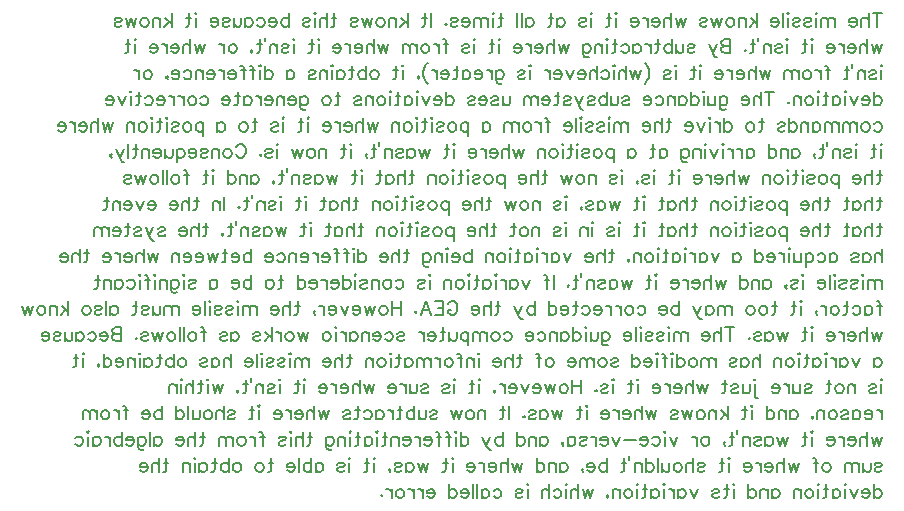
<source format=gbo>
G04 Layer: BottomSilkLayer*
G04 EasyEDA v6.4.7, 2020-10-15T23:24:37+03:00*
G04 37922d4682a6484ebcb2293b3ba01163,bea71ea263694c76901d4690734711c5,10*
G04 Gerber Generator version 0.2*
G04 Scale: 100 percent, Rotated: No, Reflected: No *
G04 Dimensions in millimeters *
G04 leading zeros omitted , absolute positions ,3 integer and 3 decimal *
%FSLAX33Y33*%
%MOMM*%
G90*
D02*

%ADD24C,0.150012*%

%LPD*%
G54D24*
G01X75437Y55566D02*
G01X75437Y54421D01*
G01X75819Y55566D02*
G01X75055Y55566D01*
G01X74695Y55566D02*
G01X74695Y54421D01*
G01X74695Y54966D02*
G01X74531Y55130D01*
G01X74422Y55185D01*
G01X74259Y55185D01*
G01X74149Y55130D01*
G01X74095Y54966D01*
G01X74095Y54421D01*
G01X73735Y54857D02*
G01X73080Y54857D01*
G01X73080Y54966D01*
G01X73135Y55075D01*
G01X73189Y55130D01*
G01X73298Y55185D01*
G01X73462Y55185D01*
G01X73571Y55130D01*
G01X73680Y55021D01*
G01X73735Y54857D01*
G01X73735Y54748D01*
G01X73680Y54585D01*
G01X73571Y54475D01*
G01X73462Y54421D01*
G01X73298Y54421D01*
G01X73189Y54475D01*
G01X73080Y54585D01*
G01X71880Y55185D02*
G01X71880Y54421D01*
G01X71880Y54966D02*
G01X71717Y55130D01*
G01X71608Y55185D01*
G01X71444Y55185D01*
G01X71335Y55130D01*
G01X71280Y54966D01*
G01X71280Y54421D01*
G01X71280Y54966D02*
G01X71117Y55130D01*
G01X71008Y55185D01*
G01X70844Y55185D01*
G01X70735Y55130D01*
G01X70680Y54966D01*
G01X70680Y54421D01*
G01X70320Y55566D02*
G01X70266Y55512D01*
G01X70211Y55566D01*
G01X70266Y55621D01*
G01X70320Y55566D01*
G01X70266Y55185D02*
G01X70266Y54421D01*
G01X69251Y55021D02*
G01X69306Y55130D01*
G01X69469Y55185D01*
G01X69633Y55185D01*
G01X69797Y55130D01*
G01X69851Y55021D01*
G01X69797Y54912D01*
G01X69688Y54857D01*
G01X69415Y54803D01*
G01X69306Y54748D01*
G01X69251Y54639D01*
G01X69251Y54585D01*
G01X69306Y54475D01*
G01X69469Y54421D01*
G01X69633Y54421D01*
G01X69797Y54475D01*
G01X69851Y54585D01*
G01X68291Y55021D02*
G01X68346Y55130D01*
G01X68509Y55185D01*
G01X68673Y55185D01*
G01X68837Y55130D01*
G01X68891Y55021D01*
G01X68837Y54912D01*
G01X68728Y54857D01*
G01X68455Y54803D01*
G01X68346Y54748D01*
G01X68291Y54639D01*
G01X68291Y54585D01*
G01X68346Y54475D01*
G01X68509Y54421D01*
G01X68673Y54421D01*
G01X68837Y54475D01*
G01X68891Y54585D01*
G01X67931Y55566D02*
G01X67877Y55512D01*
G01X67822Y55566D01*
G01X67877Y55621D01*
G01X67931Y55566D01*
G01X67877Y55185D02*
G01X67877Y54421D01*
G01X67462Y55566D02*
G01X67462Y54421D01*
G01X67102Y54857D02*
G01X66448Y54857D01*
G01X66448Y54966D01*
G01X66502Y55075D01*
G01X66557Y55130D01*
G01X66666Y55185D01*
G01X66829Y55185D01*
G01X66939Y55130D01*
G01X67048Y55021D01*
G01X67102Y54857D01*
G01X67102Y54748D01*
G01X67048Y54585D01*
G01X66939Y54475D01*
G01X66829Y54421D01*
G01X66666Y54421D01*
G01X66557Y54475D01*
G01X66448Y54585D01*
G01X65248Y55566D02*
G01X65248Y54421D01*
G01X64702Y55185D02*
G01X65248Y54639D01*
G01X65029Y54857D02*
G01X64648Y54421D01*
G01X64288Y55185D02*
G01X64288Y54421D01*
G01X64288Y54966D02*
G01X64124Y55130D01*
G01X64015Y55185D01*
G01X63851Y55185D01*
G01X63742Y55130D01*
G01X63688Y54966D01*
G01X63688Y54421D01*
G01X63055Y55185D02*
G01X63164Y55130D01*
G01X63273Y55021D01*
G01X63328Y54857D01*
G01X63328Y54748D01*
G01X63273Y54585D01*
G01X63164Y54475D01*
G01X63055Y54421D01*
G01X62891Y54421D01*
G01X62782Y54475D01*
G01X62673Y54585D01*
G01X62619Y54748D01*
G01X62619Y54857D01*
G01X62673Y55021D01*
G01X62782Y55130D01*
G01X62891Y55185D01*
G01X63055Y55185D01*
G01X62259Y55185D02*
G01X62040Y54421D01*
G01X61822Y55185D02*
G01X62040Y54421D01*
G01X61822Y55185D02*
G01X61604Y54421D01*
G01X61386Y55185D02*
G01X61604Y54421D01*
G01X60426Y55021D02*
G01X60480Y55130D01*
G01X60644Y55185D01*
G01X60808Y55185D01*
G01X60971Y55130D01*
G01X61026Y55021D01*
G01X60971Y54912D01*
G01X60862Y54857D01*
G01X60589Y54803D01*
G01X60480Y54748D01*
G01X60426Y54639D01*
G01X60426Y54585D01*
G01X60480Y54475D01*
G01X60644Y54421D01*
G01X60808Y54421D01*
G01X60971Y54475D01*
G01X61026Y54585D01*
G01X59226Y55185D02*
G01X59008Y54421D01*
G01X58789Y55185D02*
G01X59008Y54421D01*
G01X58789Y55185D02*
G01X58571Y54421D01*
G01X58353Y55185D02*
G01X58571Y54421D01*
G01X57993Y55566D02*
G01X57993Y54421D01*
G01X57993Y54966D02*
G01X57829Y55130D01*
G01X57720Y55185D01*
G01X57557Y55185D01*
G01X57448Y55130D01*
G01X57393Y54966D01*
G01X57393Y54421D01*
G01X57033Y54857D02*
G01X56379Y54857D01*
G01X56379Y54966D01*
G01X56433Y55075D01*
G01X56488Y55130D01*
G01X56597Y55185D01*
G01X56760Y55185D01*
G01X56869Y55130D01*
G01X56979Y55021D01*
G01X57033Y54857D01*
G01X57033Y54748D01*
G01X56979Y54585D01*
G01X56869Y54475D01*
G01X56760Y54421D01*
G01X56597Y54421D01*
G01X56488Y54475D01*
G01X56379Y54585D01*
G01X56018Y55185D02*
G01X56018Y54421D01*
G01X56018Y54857D02*
G01X55964Y55021D01*
G01X55855Y55130D01*
G01X55746Y55185D01*
G01X55582Y55185D01*
G01X55222Y54857D02*
G01X54568Y54857D01*
G01X54568Y54966D01*
G01X54622Y55075D01*
G01X54677Y55130D01*
G01X54786Y55185D01*
G01X54949Y55185D01*
G01X55058Y55130D01*
G01X55168Y55021D01*
G01X55222Y54857D01*
G01X55222Y54748D01*
G01X55168Y54585D01*
G01X55058Y54475D01*
G01X54949Y54421D01*
G01X54786Y54421D01*
G01X54677Y54475D01*
G01X54568Y54585D01*
G01X53368Y55566D02*
G01X53313Y55512D01*
G01X53258Y55566D01*
G01X53313Y55621D01*
G01X53368Y55566D01*
G01X53313Y55185D02*
G01X53313Y54421D01*
G01X52735Y55566D02*
G01X52735Y54639D01*
G01X52680Y54475D01*
G01X52571Y54421D01*
G01X52462Y54421D01*
G01X52899Y55185D02*
G01X52517Y55185D01*
G01X51262Y55566D02*
G01X51208Y55512D01*
G01X51153Y55566D01*
G01X51208Y55621D01*
G01X51262Y55566D01*
G01X51208Y55185D02*
G01X51208Y54421D01*
G01X50193Y55021D02*
G01X50248Y55130D01*
G01X50411Y55185D01*
G01X50575Y55185D01*
G01X50738Y55130D01*
G01X50793Y55021D01*
G01X50738Y54912D01*
G01X50629Y54857D01*
G01X50357Y54803D01*
G01X50248Y54748D01*
G01X50193Y54639D01*
G01X50193Y54585D01*
G01X50248Y54475D01*
G01X50411Y54421D01*
G01X50575Y54421D01*
G01X50738Y54475D01*
G01X50793Y54585D01*
G01X48338Y55185D02*
G01X48338Y54421D01*
G01X48338Y55021D02*
G01X48448Y55130D01*
G01X48557Y55185D01*
G01X48720Y55185D01*
G01X48829Y55130D01*
G01X48938Y55021D01*
G01X48993Y54857D01*
G01X48993Y54748D01*
G01X48938Y54585D01*
G01X48829Y54475D01*
G01X48720Y54421D01*
G01X48557Y54421D01*
G01X48448Y54475D01*
G01X48338Y54585D01*
G01X47815Y55566D02*
G01X47815Y54639D01*
G01X47760Y54475D01*
G01X47651Y54421D01*
G01X47542Y54421D01*
G01X47978Y55185D02*
G01X47597Y55185D01*
G01X45688Y55185D02*
G01X45688Y54421D01*
G01X45688Y55021D02*
G01X45797Y55130D01*
G01X45906Y55185D01*
G01X46069Y55185D01*
G01X46179Y55130D01*
G01X46288Y55021D01*
G01X46342Y54857D01*
G01X46342Y54748D01*
G01X46288Y54585D01*
G01X46179Y54475D01*
G01X46069Y54421D01*
G01X45906Y54421D01*
G01X45797Y54475D01*
G01X45688Y54585D01*
G01X45328Y55566D02*
G01X45328Y54421D01*
G01X44968Y55566D02*
G01X44968Y54421D01*
G01X43604Y55566D02*
G01X43604Y54639D01*
G01X43549Y54475D01*
G01X43440Y54421D01*
G01X43331Y54421D01*
G01X43768Y55185D02*
G01X43386Y55185D01*
G01X42971Y55566D02*
G01X42917Y55512D01*
G01X42862Y55566D01*
G01X42917Y55621D01*
G01X42971Y55566D01*
G01X42917Y55185D02*
G01X42917Y54421D01*
G01X42502Y55185D02*
G01X42502Y54421D01*
G01X42502Y54966D02*
G01X42339Y55130D01*
G01X42229Y55185D01*
G01X42066Y55185D01*
G01X41957Y55130D01*
G01X41902Y54966D01*
G01X41902Y54421D01*
G01X41902Y54966D02*
G01X41739Y55130D01*
G01X41629Y55185D01*
G01X41466Y55185D01*
G01X41357Y55130D01*
G01X41302Y54966D01*
G01X41302Y54421D01*
G01X40942Y54857D02*
G01X40288Y54857D01*
G01X40288Y54966D01*
G01X40342Y55075D01*
G01X40397Y55130D01*
G01X40506Y55185D01*
G01X40669Y55185D01*
G01X40778Y55130D01*
G01X40888Y55021D01*
G01X40942Y54857D01*
G01X40942Y54748D01*
G01X40888Y54585D01*
G01X40778Y54475D01*
G01X40669Y54421D01*
G01X40506Y54421D01*
G01X40397Y54475D01*
G01X40288Y54585D01*
G01X39328Y55021D02*
G01X39382Y55130D01*
G01X39546Y55185D01*
G01X39709Y55185D01*
G01X39873Y55130D01*
G01X39928Y55021D01*
G01X39873Y54912D01*
G01X39764Y54857D01*
G01X39491Y54803D01*
G01X39382Y54748D01*
G01X39328Y54639D01*
G01X39328Y54585D01*
G01X39382Y54475D01*
G01X39546Y54421D01*
G01X39709Y54421D01*
G01X39873Y54475D01*
G01X39928Y54585D01*
G01X38913Y54694D02*
G01X38968Y54639D01*
G01X38913Y54585D01*
G01X38859Y54639D01*
G01X38913Y54694D01*
G01X37659Y55566D02*
G01X37659Y54421D01*
G01X37135Y55566D02*
G01X37135Y54639D01*
G01X37080Y54475D01*
G01X36971Y54421D01*
G01X36862Y54421D01*
G01X37299Y55185D02*
G01X36917Y55185D01*
G01X35662Y55566D02*
G01X35662Y54421D01*
G01X35117Y55185D02*
G01X35662Y54639D01*
G01X35444Y54857D02*
G01X35062Y54421D01*
G01X34702Y55185D02*
G01X34702Y54421D01*
G01X34702Y54966D02*
G01X34538Y55130D01*
G01X34429Y55185D01*
G01X34266Y55185D01*
G01X34157Y55130D01*
G01X34102Y54966D01*
G01X34102Y54421D01*
G01X33469Y55185D02*
G01X33579Y55130D01*
G01X33688Y55021D01*
G01X33742Y54857D01*
G01X33742Y54748D01*
G01X33688Y54585D01*
G01X33579Y54475D01*
G01X33469Y54421D01*
G01X33306Y54421D01*
G01X33197Y54475D01*
G01X33088Y54585D01*
G01X33033Y54748D01*
G01X33033Y54857D01*
G01X33088Y55021D01*
G01X33197Y55130D01*
G01X33306Y55185D01*
G01X33469Y55185D01*
G01X32673Y55185D02*
G01X32455Y54421D01*
G01X32237Y55185D02*
G01X32455Y54421D01*
G01X32237Y55185D02*
G01X32019Y54421D01*
G01X31800Y55185D02*
G01X32019Y54421D01*
G01X30840Y55021D02*
G01X30895Y55130D01*
G01X31058Y55185D01*
G01X31222Y55185D01*
G01X31386Y55130D01*
G01X31440Y55021D01*
G01X31386Y54912D01*
G01X31277Y54857D01*
G01X31004Y54803D01*
G01X30895Y54748D01*
G01X30840Y54639D01*
G01X30840Y54585D01*
G01X30895Y54475D01*
G01X31058Y54421D01*
G01X31222Y54421D01*
G01X31386Y54475D01*
G01X31440Y54585D01*
G01X29477Y55566D02*
G01X29477Y54639D01*
G01X29422Y54475D01*
G01X29313Y54421D01*
G01X29204Y54421D01*
G01X29640Y55185D02*
G01X29258Y55185D01*
G01X28844Y55566D02*
G01X28844Y54421D01*
G01X28844Y54966D02*
G01X28680Y55130D01*
G01X28571Y55185D01*
G01X28408Y55185D01*
G01X28299Y55130D01*
G01X28244Y54966D01*
G01X28244Y54421D01*
G01X27884Y55566D02*
G01X27829Y55512D01*
G01X27775Y55566D01*
G01X27829Y55621D01*
G01X27884Y55566D01*
G01X27829Y55185D02*
G01X27829Y54421D01*
G01X26815Y55021D02*
G01X26869Y55130D01*
G01X27033Y55185D01*
G01X27197Y55185D01*
G01X27360Y55130D01*
G01X27415Y55021D01*
G01X27360Y54912D01*
G01X27251Y54857D01*
G01X26978Y54803D01*
G01X26869Y54748D01*
G01X26815Y54639D01*
G01X26815Y54585D01*
G01X26869Y54475D01*
G01X27033Y54421D01*
G01X27197Y54421D01*
G01X27360Y54475D01*
G01X27415Y54585D01*
G01X25615Y55566D02*
G01X25615Y54421D01*
G01X25615Y55021D02*
G01X25506Y55130D01*
G01X25397Y55185D01*
G01X25233Y55185D01*
G01X25124Y55130D01*
G01X25015Y55021D01*
G01X24960Y54857D01*
G01X24960Y54748D01*
G01X25015Y54585D01*
G01X25124Y54475D01*
G01X25233Y54421D01*
G01X25397Y54421D01*
G01X25506Y54475D01*
G01X25615Y54585D01*
G01X24600Y54857D02*
G01X23946Y54857D01*
G01X23946Y54966D01*
G01X24000Y55075D01*
G01X24055Y55130D01*
G01X24164Y55185D01*
G01X24328Y55185D01*
G01X24437Y55130D01*
G01X24546Y55021D01*
G01X24600Y54857D01*
G01X24600Y54748D01*
G01X24546Y54585D01*
G01X24437Y54475D01*
G01X24328Y54421D01*
G01X24164Y54421D01*
G01X24055Y54475D01*
G01X23946Y54585D01*
G01X22931Y55021D02*
G01X23040Y55130D01*
G01X23149Y55185D01*
G01X23313Y55185D01*
G01X23422Y55130D01*
G01X23531Y55021D01*
G01X23586Y54857D01*
G01X23586Y54748D01*
G01X23531Y54585D01*
G01X23422Y54475D01*
G01X23313Y54421D01*
G01X23149Y54421D01*
G01X23040Y54475D01*
G01X22931Y54585D01*
G01X21917Y55185D02*
G01X21917Y54421D01*
G01X21917Y55021D02*
G01X22026Y55130D01*
G01X22135Y55185D01*
G01X22298Y55185D01*
G01X22408Y55130D01*
G01X22517Y55021D01*
G01X22571Y54857D01*
G01X22571Y54748D01*
G01X22517Y54585D01*
G01X22408Y54475D01*
G01X22298Y54421D01*
G01X22135Y54421D01*
G01X22026Y54475D01*
G01X21917Y54585D01*
G01X21557Y55185D02*
G01X21557Y54639D01*
G01X21502Y54475D01*
G01X21393Y54421D01*
G01X21229Y54421D01*
G01X21120Y54475D01*
G01X20957Y54639D01*
G01X20957Y55185D02*
G01X20957Y54421D01*
G01X19997Y55021D02*
G01X20051Y55130D01*
G01X20215Y55185D01*
G01X20379Y55185D01*
G01X20542Y55130D01*
G01X20597Y55021D01*
G01X20542Y54912D01*
G01X20433Y54857D01*
G01X20160Y54803D01*
G01X20051Y54748D01*
G01X19997Y54639D01*
G01X19997Y54585D01*
G01X20051Y54475D01*
G01X20215Y54421D01*
G01X20379Y54421D01*
G01X20542Y54475D01*
G01X20597Y54585D01*
G01X19637Y54857D02*
G01X18982Y54857D01*
G01X18982Y54966D01*
G01X19037Y55075D01*
G01X19091Y55130D01*
G01X19200Y55185D01*
G01X19364Y55185D01*
G01X19473Y55130D01*
G01X19582Y55021D01*
G01X19637Y54857D01*
G01X19637Y54748D01*
G01X19582Y54585D01*
G01X19473Y54475D01*
G01X19364Y54421D01*
G01X19200Y54421D01*
G01X19091Y54475D01*
G01X18982Y54585D01*
G01X17782Y55566D02*
G01X17728Y55512D01*
G01X17673Y55566D01*
G01X17728Y55621D01*
G01X17782Y55566D01*
G01X17728Y55185D02*
G01X17728Y54421D01*
G01X17149Y55566D02*
G01X17149Y54639D01*
G01X17095Y54475D01*
G01X16986Y54421D01*
G01X16877Y54421D01*
G01X17313Y55185D02*
G01X16931Y55185D01*
G01X15677Y55566D02*
G01X15677Y54421D01*
G01X15131Y55185D02*
G01X15677Y54639D01*
G01X15458Y54857D02*
G01X15077Y54421D01*
G01X14717Y55185D02*
G01X14717Y54421D01*
G01X14717Y54966D02*
G01X14553Y55130D01*
G01X14444Y55185D01*
G01X14280Y55185D01*
G01X14171Y55130D01*
G01X14117Y54966D01*
G01X14117Y54421D01*
G01X13484Y55185D02*
G01X13593Y55130D01*
G01X13702Y55021D01*
G01X13757Y54857D01*
G01X13757Y54748D01*
G01X13702Y54585D01*
G01X13593Y54475D01*
G01X13484Y54421D01*
G01X13320Y54421D01*
G01X13211Y54475D01*
G01X13102Y54585D01*
G01X13048Y54748D01*
G01X13048Y54857D01*
G01X13102Y55021D01*
G01X13211Y55130D01*
G01X13320Y55185D01*
G01X13484Y55185D01*
G01X12688Y55185D02*
G01X12469Y54421D01*
G01X12251Y55185D02*
G01X12469Y54421D01*
G01X12251Y55185D02*
G01X12033Y54421D01*
G01X11815Y55185D02*
G01X12033Y54421D01*
G01X10855Y55021D02*
G01X10909Y55130D01*
G01X11073Y55185D01*
G01X11237Y55185D01*
G01X11400Y55130D01*
G01X11455Y55021D01*
G01X11400Y54912D01*
G01X11291Y54857D01*
G01X11019Y54803D01*
G01X10909Y54748D01*
G01X10855Y54639D01*
G01X10855Y54585D01*
G01X10909Y54475D01*
G01X11073Y54421D01*
G01X11237Y54421D01*
G01X11400Y54475D01*
G01X11455Y54585D01*
G01X75819Y52969D02*
G01X75600Y52205D01*
G01X75382Y52969D02*
G01X75600Y52205D01*
G01X75382Y52969D02*
G01X75164Y52205D01*
G01X74946Y52969D02*
G01X75164Y52205D01*
G01X74586Y53350D02*
G01X74586Y52205D01*
G01X74586Y52750D02*
G01X74422Y52914D01*
G01X74313Y52969D01*
G01X74149Y52969D01*
G01X74040Y52914D01*
G01X73986Y52750D01*
G01X73986Y52205D01*
G01X73626Y52641D02*
G01X72971Y52641D01*
G01X72971Y52750D01*
G01X73026Y52859D01*
G01X73080Y52914D01*
G01X73189Y52969D01*
G01X73353Y52969D01*
G01X73462Y52914D01*
G01X73571Y52805D01*
G01X73626Y52641D01*
G01X73626Y52532D01*
G01X73571Y52369D01*
G01X73462Y52259D01*
G01X73353Y52205D01*
G01X73189Y52205D01*
G01X73080Y52259D01*
G01X72971Y52369D01*
G01X72611Y52969D02*
G01X72611Y52205D01*
G01X72611Y52641D02*
G01X72557Y52805D01*
G01X72448Y52914D01*
G01X72338Y52969D01*
G01X72175Y52969D01*
G01X71815Y52641D02*
G01X71160Y52641D01*
G01X71160Y52750D01*
G01X71215Y52859D01*
G01X71269Y52914D01*
G01X71379Y52969D01*
G01X71542Y52969D01*
G01X71651Y52914D01*
G01X71760Y52805D01*
G01X71815Y52641D01*
G01X71815Y52532D01*
G01X71760Y52369D01*
G01X71651Y52259D01*
G01X71542Y52205D01*
G01X71379Y52205D01*
G01X71269Y52259D01*
G01X71160Y52369D01*
G01X69960Y53350D02*
G01X69906Y53296D01*
G01X69851Y53350D01*
G01X69906Y53405D01*
G01X69960Y53350D01*
G01X69906Y52969D02*
G01X69906Y52205D01*
G01X69328Y53350D02*
G01X69328Y52423D01*
G01X69273Y52259D01*
G01X69164Y52205D01*
G01X69055Y52205D01*
G01X69491Y52969D02*
G01X69109Y52969D01*
G01X67855Y53350D02*
G01X67800Y53296D01*
G01X67746Y53350D01*
G01X67800Y53405D01*
G01X67855Y53350D01*
G01X67800Y52969D02*
G01X67800Y52205D01*
G01X66786Y52805D02*
G01X66840Y52914D01*
G01X67004Y52969D01*
G01X67168Y52969D01*
G01X67331Y52914D01*
G01X67386Y52805D01*
G01X67331Y52696D01*
G01X67222Y52641D01*
G01X66949Y52587D01*
G01X66840Y52532D01*
G01X66786Y52423D01*
G01X66786Y52369D01*
G01X66840Y52259D01*
G01X67004Y52205D01*
G01X67168Y52205D01*
G01X67331Y52259D01*
G01X67386Y52369D01*
G01X66426Y52969D02*
G01X66426Y52205D01*
G01X66426Y52750D02*
G01X66262Y52914D01*
G01X66153Y52969D01*
G01X65989Y52969D01*
G01X65880Y52914D01*
G01X65826Y52750D01*
G01X65826Y52205D01*
G01X65357Y53514D02*
G01X65357Y53187D01*
G01X64942Y53350D02*
G01X64942Y52423D01*
G01X64888Y52259D01*
G01X64778Y52205D01*
G01X64669Y52205D01*
G01X65106Y52969D02*
G01X64724Y52969D01*
G01X64255Y52478D02*
G01X64309Y52423D01*
G01X64255Y52369D01*
G01X64200Y52423D01*
G01X64255Y52478D01*
G01X63000Y53350D02*
G01X63000Y52205D01*
G01X63000Y53350D02*
G01X62509Y53350D01*
G01X62346Y53296D01*
G01X62291Y53241D01*
G01X62237Y53132D01*
G01X62237Y53023D01*
G01X62291Y52914D01*
G01X62346Y52859D01*
G01X62509Y52805D01*
G01X63000Y52805D02*
G01X62509Y52805D01*
G01X62346Y52750D01*
G01X62291Y52696D01*
G01X62237Y52587D01*
G01X62237Y52423D01*
G01X62291Y52314D01*
G01X62346Y52259D01*
G01X62509Y52205D01*
G01X63000Y52205D01*
G01X61822Y52969D02*
G01X61495Y52205D01*
G01X61168Y52969D02*
G01X61495Y52205D01*
G01X61604Y51987D01*
G01X61713Y51878D01*
G01X61822Y51823D01*
G01X61877Y51823D01*
G01X59368Y52805D02*
G01X59422Y52914D01*
G01X59586Y52969D01*
G01X59749Y52969D01*
G01X59913Y52914D01*
G01X59968Y52805D01*
G01X59913Y52696D01*
G01X59804Y52641D01*
G01X59531Y52587D01*
G01X59422Y52532D01*
G01X59368Y52423D01*
G01X59368Y52369D01*
G01X59422Y52259D01*
G01X59586Y52205D01*
G01X59749Y52205D01*
G01X59913Y52259D01*
G01X59968Y52369D01*
G01X59008Y52969D02*
G01X59008Y52423D01*
G01X58953Y52259D01*
G01X58844Y52205D01*
G01X58680Y52205D01*
G01X58571Y52259D01*
G01X58408Y52423D01*
G01X58408Y52969D02*
G01X58408Y52205D01*
G01X58048Y53350D02*
G01X58048Y52205D01*
G01X58048Y52805D02*
G01X57939Y52914D01*
G01X57829Y52969D01*
G01X57666Y52969D01*
G01X57557Y52914D01*
G01X57448Y52805D01*
G01X57393Y52641D01*
G01X57393Y52532D01*
G01X57448Y52369D01*
G01X57557Y52259D01*
G01X57666Y52205D01*
G01X57829Y52205D01*
G01X57939Y52259D01*
G01X58048Y52369D01*
G01X56869Y53350D02*
G01X56869Y52423D01*
G01X56815Y52259D01*
G01X56706Y52205D01*
G01X56597Y52205D01*
G01X57033Y52969D02*
G01X56651Y52969D01*
G01X56237Y52969D02*
G01X56237Y52205D01*
G01X56237Y52641D02*
G01X56182Y52805D01*
G01X56073Y52914D01*
G01X55964Y52969D01*
G01X55800Y52969D01*
G01X54786Y52969D02*
G01X54786Y52205D01*
G01X54786Y52805D02*
G01X54895Y52914D01*
G01X55004Y52969D01*
G01X55168Y52969D01*
G01X55277Y52914D01*
G01X55386Y52805D01*
G01X55440Y52641D01*
G01X55440Y52532D01*
G01X55386Y52369D01*
G01X55277Y52259D01*
G01X55168Y52205D01*
G01X55004Y52205D01*
G01X54895Y52259D01*
G01X54786Y52369D01*
G01X53771Y52805D02*
G01X53880Y52914D01*
G01X53989Y52969D01*
G01X54153Y52969D01*
G01X54262Y52914D01*
G01X54371Y52805D01*
G01X54426Y52641D01*
G01X54426Y52532D01*
G01X54371Y52369D01*
G01X54262Y52259D01*
G01X54153Y52205D01*
G01X53989Y52205D01*
G01X53880Y52259D01*
G01X53771Y52369D01*
G01X53248Y53350D02*
G01X53248Y52423D01*
G01X53193Y52259D01*
G01X53084Y52205D01*
G01X52975Y52205D01*
G01X53411Y52969D02*
G01X53029Y52969D01*
G01X52615Y53350D02*
G01X52560Y53296D01*
G01X52506Y53350D01*
G01X52560Y53405D01*
G01X52615Y53350D01*
G01X52560Y52969D02*
G01X52560Y52205D01*
G01X52146Y52969D02*
G01X52146Y52205D01*
G01X52146Y52750D02*
G01X51982Y52914D01*
G01X51873Y52969D01*
G01X51709Y52969D01*
G01X51600Y52914D01*
G01X51546Y52750D01*
G01X51546Y52205D01*
G01X50531Y52969D02*
G01X50531Y52096D01*
G01X50586Y51932D01*
G01X50640Y51878D01*
G01X50749Y51823D01*
G01X50913Y51823D01*
G01X51022Y51878D01*
G01X50531Y52805D02*
G01X50640Y52914D01*
G01X50749Y52969D01*
G01X50913Y52969D01*
G01X51022Y52914D01*
G01X51131Y52805D01*
G01X51186Y52641D01*
G01X51186Y52532D01*
G01X51131Y52369D01*
G01X51022Y52259D01*
G01X50913Y52205D01*
G01X50749Y52205D01*
G01X50640Y52259D01*
G01X50531Y52369D01*
G01X49331Y52969D02*
G01X49113Y52205D01*
G01X48895Y52969D02*
G01X49113Y52205D01*
G01X48895Y52969D02*
G01X48677Y52205D01*
G01X48459Y52969D02*
G01X48677Y52205D01*
G01X48098Y53350D02*
G01X48098Y52205D01*
G01X48098Y52750D02*
G01X47935Y52914D01*
G01X47826Y52969D01*
G01X47662Y52969D01*
G01X47553Y52914D01*
G01X47498Y52750D01*
G01X47498Y52205D01*
G01X47138Y52641D02*
G01X46484Y52641D01*
G01X46484Y52750D01*
G01X46538Y52859D01*
G01X46593Y52914D01*
G01X46702Y52969D01*
G01X46866Y52969D01*
G01X46975Y52914D01*
G01X47084Y52805D01*
G01X47138Y52641D01*
G01X47138Y52532D01*
G01X47084Y52369D01*
G01X46975Y52259D01*
G01X46866Y52205D01*
G01X46702Y52205D01*
G01X46593Y52259D01*
G01X46484Y52369D01*
G01X46124Y52969D02*
G01X46124Y52205D01*
G01X46124Y52641D02*
G01X46069Y52805D01*
G01X45960Y52914D01*
G01X45851Y52969D01*
G01X45688Y52969D01*
G01X45328Y52641D02*
G01X44673Y52641D01*
G01X44673Y52750D01*
G01X44728Y52859D01*
G01X44782Y52914D01*
G01X44891Y52969D01*
G01X45055Y52969D01*
G01X45164Y52914D01*
G01X45273Y52805D01*
G01X45328Y52641D01*
G01X45328Y52532D01*
G01X45273Y52369D01*
G01X45164Y52259D01*
G01X45055Y52205D01*
G01X44891Y52205D01*
G01X44782Y52259D01*
G01X44673Y52369D01*
G01X43473Y53350D02*
G01X43418Y53296D01*
G01X43364Y53350D01*
G01X43418Y53405D01*
G01X43473Y53350D01*
G01X43418Y52969D02*
G01X43418Y52205D01*
G01X42840Y53350D02*
G01X42840Y52423D01*
G01X42786Y52259D01*
G01X42677Y52205D01*
G01X42568Y52205D01*
G01X43004Y52969D02*
G01X42622Y52969D01*
G01X41368Y53350D02*
G01X41313Y53296D01*
G01X41258Y53350D01*
G01X41313Y53405D01*
G01X41368Y53350D01*
G01X41313Y52969D02*
G01X41313Y52205D01*
G01X40299Y52805D02*
G01X40353Y52914D01*
G01X40517Y52969D01*
G01X40680Y52969D01*
G01X40844Y52914D01*
G01X40899Y52805D01*
G01X40844Y52696D01*
G01X40735Y52641D01*
G01X40462Y52587D01*
G01X40353Y52532D01*
G01X40299Y52423D01*
G01X40299Y52369D01*
G01X40353Y52259D01*
G01X40517Y52205D01*
G01X40680Y52205D01*
G01X40844Y52259D01*
G01X40899Y52369D01*
G01X38662Y53350D02*
G01X38771Y53350D01*
G01X38880Y53296D01*
G01X38935Y53132D01*
G01X38935Y52205D01*
G01X39099Y52969D02*
G01X38717Y52969D01*
G01X38302Y52969D02*
G01X38302Y52205D01*
G01X38302Y52641D02*
G01X38248Y52805D01*
G01X38138Y52914D01*
G01X38029Y52969D01*
G01X37866Y52969D01*
G01X37233Y52969D02*
G01X37342Y52914D01*
G01X37451Y52805D01*
G01X37506Y52641D01*
G01X37506Y52532D01*
G01X37451Y52369D01*
G01X37342Y52259D01*
G01X37233Y52205D01*
G01X37069Y52205D01*
G01X36960Y52259D01*
G01X36851Y52369D01*
G01X36797Y52532D01*
G01X36797Y52641D01*
G01X36851Y52805D01*
G01X36960Y52914D01*
G01X37069Y52969D01*
G01X37233Y52969D01*
G01X36437Y52969D02*
G01X36437Y52205D01*
G01X36437Y52750D02*
G01X36273Y52914D01*
G01X36164Y52969D01*
G01X36000Y52969D01*
G01X35891Y52914D01*
G01X35837Y52750D01*
G01X35837Y52205D01*
G01X35837Y52750D02*
G01X35673Y52914D01*
G01X35564Y52969D01*
G01X35400Y52969D01*
G01X35291Y52914D01*
G01X35237Y52750D01*
G01X35237Y52205D01*
G01X34037Y52969D02*
G01X33819Y52205D01*
G01X33600Y52969D02*
G01X33819Y52205D01*
G01X33600Y52969D02*
G01X33382Y52205D01*
G01X33164Y52969D02*
G01X33382Y52205D01*
G01X32804Y53350D02*
G01X32804Y52205D01*
G01X32804Y52750D02*
G01X32640Y52914D01*
G01X32531Y52969D01*
G01X32368Y52969D01*
G01X32258Y52914D01*
G01X32204Y52750D01*
G01X32204Y52205D01*
G01X31844Y52641D02*
G01X31189Y52641D01*
G01X31189Y52750D01*
G01X31244Y52859D01*
G01X31298Y52914D01*
G01X31408Y52969D01*
G01X31571Y52969D01*
G01X31680Y52914D01*
G01X31789Y52805D01*
G01X31844Y52641D01*
G01X31844Y52532D01*
G01X31789Y52369D01*
G01X31680Y52259D01*
G01X31571Y52205D01*
G01X31408Y52205D01*
G01X31298Y52259D01*
G01X31189Y52369D01*
G01X30829Y52969D02*
G01X30829Y52205D01*
G01X30829Y52641D02*
G01X30775Y52805D01*
G01X30666Y52914D01*
G01X30557Y52969D01*
G01X30393Y52969D01*
G01X30033Y52641D02*
G01X29379Y52641D01*
G01X29379Y52750D01*
G01X29433Y52859D01*
G01X29488Y52914D01*
G01X29597Y52969D01*
G01X29760Y52969D01*
G01X29869Y52914D01*
G01X29979Y52805D01*
G01X30033Y52641D01*
G01X30033Y52532D01*
G01X29979Y52369D01*
G01X29869Y52259D01*
G01X29760Y52205D01*
G01X29597Y52205D01*
G01X29488Y52259D01*
G01X29379Y52369D01*
G01X28178Y53350D02*
G01X28124Y53296D01*
G01X28069Y53350D01*
G01X28124Y53405D01*
G01X28178Y53350D01*
G01X28124Y52969D02*
G01X28124Y52205D01*
G01X27546Y53350D02*
G01X27546Y52423D01*
G01X27491Y52259D01*
G01X27382Y52205D01*
G01X27273Y52205D01*
G01X27709Y52969D02*
G01X27328Y52969D01*
G01X26073Y53350D02*
G01X26018Y53296D01*
G01X25964Y53350D01*
G01X26018Y53405D01*
G01X26073Y53350D01*
G01X26018Y52969D02*
G01X26018Y52205D01*
G01X25004Y52805D02*
G01X25059Y52914D01*
G01X25222Y52969D01*
G01X25386Y52969D01*
G01X25549Y52914D01*
G01X25604Y52805D01*
G01X25549Y52696D01*
G01X25440Y52641D01*
G01X25168Y52587D01*
G01X25059Y52532D01*
G01X25004Y52423D01*
G01X25004Y52369D01*
G01X25059Y52259D01*
G01X25222Y52205D01*
G01X25386Y52205D01*
G01X25549Y52259D01*
G01X25604Y52369D01*
G01X24644Y52969D02*
G01X24644Y52205D01*
G01X24644Y52750D02*
G01X24480Y52914D01*
G01X24371Y52969D01*
G01X24208Y52969D01*
G01X24099Y52914D01*
G01X24044Y52750D01*
G01X24044Y52205D01*
G01X23575Y53514D02*
G01X23575Y53187D01*
G01X23160Y53350D02*
G01X23160Y52423D01*
G01X23106Y52259D01*
G01X22997Y52205D01*
G01X22888Y52205D01*
G01X23324Y52969D02*
G01X22942Y52969D01*
G01X22419Y52423D02*
G01X22473Y52369D01*
G01X22528Y52423D01*
G01X22473Y52478D01*
G01X22419Y52423D01*
G01X22419Y52314D01*
G01X22528Y52205D01*
G01X20946Y52969D02*
G01X21055Y52914D01*
G01X21164Y52805D01*
G01X21219Y52641D01*
G01X21219Y52532D01*
G01X21164Y52369D01*
G01X21055Y52259D01*
G01X20946Y52205D01*
G01X20782Y52205D01*
G01X20673Y52259D01*
G01X20564Y52369D01*
G01X20509Y52532D01*
G01X20509Y52641D01*
G01X20564Y52805D01*
G01X20673Y52914D01*
G01X20782Y52969D01*
G01X20946Y52969D01*
G01X20149Y52969D02*
G01X20149Y52205D01*
G01X20149Y52641D02*
G01X20095Y52805D01*
G01X19986Y52914D01*
G01X19877Y52969D01*
G01X19713Y52969D01*
G01X18513Y52969D02*
G01X18295Y52205D01*
G01X18077Y52969D02*
G01X18295Y52205D01*
G01X18077Y52969D02*
G01X17858Y52205D01*
G01X17640Y52969D02*
G01X17858Y52205D01*
G01X17280Y53350D02*
G01X17280Y52205D01*
G01X17280Y52750D02*
G01X17117Y52914D01*
G01X17008Y52969D01*
G01X16844Y52969D01*
G01X16735Y52914D01*
G01X16680Y52750D01*
G01X16680Y52205D01*
G01X16320Y52641D02*
G01X15666Y52641D01*
G01X15666Y52750D01*
G01X15720Y52859D01*
G01X15775Y52914D01*
G01X15884Y52969D01*
G01X16048Y52969D01*
G01X16157Y52914D01*
G01X16266Y52805D01*
G01X16320Y52641D01*
G01X16320Y52532D01*
G01X16266Y52369D01*
G01X16157Y52259D01*
G01X16048Y52205D01*
G01X15884Y52205D01*
G01X15775Y52259D01*
G01X15666Y52369D01*
G01X15306Y52969D02*
G01X15306Y52205D01*
G01X15306Y52641D02*
G01X15251Y52805D01*
G01X15142Y52914D01*
G01X15033Y52969D01*
G01X14869Y52969D01*
G01X14509Y52641D02*
G01X13855Y52641D01*
G01X13855Y52750D01*
G01X13909Y52859D01*
G01X13964Y52914D01*
G01X14073Y52969D01*
G01X14237Y52969D01*
G01X14346Y52914D01*
G01X14455Y52805D01*
G01X14509Y52641D01*
G01X14509Y52532D01*
G01X14455Y52369D01*
G01X14346Y52259D01*
G01X14237Y52205D01*
G01X14073Y52205D01*
G01X13964Y52259D01*
G01X13855Y52369D01*
G01X12655Y53350D02*
G01X12600Y53296D01*
G01X12546Y53350D01*
G01X12600Y53405D01*
G01X12655Y53350D01*
G01X12600Y52969D02*
G01X12600Y52205D01*
G01X12022Y53350D02*
G01X12022Y52423D01*
G01X11968Y52259D01*
G01X11859Y52205D01*
G01X11749Y52205D01*
G01X12186Y52969D02*
G01X11804Y52969D01*
G01X75819Y51134D02*
G01X75764Y51080D01*
G01X75709Y51134D01*
G01X75764Y51189D01*
G01X75819Y51134D01*
G01X75764Y50753D02*
G01X75764Y49989D01*
G01X74749Y50589D02*
G01X74804Y50698D01*
G01X74968Y50753D01*
G01X75131Y50753D01*
G01X75295Y50698D01*
G01X75349Y50589D01*
G01X75295Y50480D01*
G01X75186Y50425D01*
G01X74913Y50371D01*
G01X74804Y50316D01*
G01X74749Y50207D01*
G01X74749Y50153D01*
G01X74804Y50043D01*
G01X74968Y49989D01*
G01X75131Y49989D01*
G01X75295Y50043D01*
G01X75349Y50153D01*
G01X74389Y50753D02*
G01X74389Y49989D01*
G01X74389Y50534D02*
G01X74226Y50698D01*
G01X74117Y50753D01*
G01X73953Y50753D01*
G01X73844Y50698D01*
G01X73789Y50534D01*
G01X73789Y49989D01*
G01X73320Y51298D02*
G01X73320Y50971D01*
G01X72906Y51134D02*
G01X72906Y50207D01*
G01X72851Y50043D01*
G01X72742Y49989D01*
G01X72633Y49989D01*
G01X73069Y50753D02*
G01X72688Y50753D01*
G01X70997Y51134D02*
G01X71106Y51134D01*
G01X71215Y51080D01*
G01X71269Y50916D01*
G01X71269Y49989D01*
G01X71433Y50753D02*
G01X71051Y50753D01*
G01X70637Y50753D02*
G01X70637Y49989D01*
G01X70637Y50425D02*
G01X70582Y50589D01*
G01X70473Y50698D01*
G01X70364Y50753D01*
G01X70200Y50753D01*
G01X69568Y50753D02*
G01X69677Y50698D01*
G01X69786Y50589D01*
G01X69840Y50425D01*
G01X69840Y50316D01*
G01X69786Y50153D01*
G01X69677Y50043D01*
G01X69568Y49989D01*
G01X69404Y49989D01*
G01X69295Y50043D01*
G01X69186Y50153D01*
G01X69131Y50316D01*
G01X69131Y50425D01*
G01X69186Y50589D01*
G01X69295Y50698D01*
G01X69404Y50753D01*
G01X69568Y50753D01*
G01X68771Y50753D02*
G01X68771Y49989D01*
G01X68771Y50534D02*
G01X68608Y50698D01*
G01X68498Y50753D01*
G01X68335Y50753D01*
G01X68226Y50698D01*
G01X68171Y50534D01*
G01X68171Y49989D01*
G01X68171Y50534D02*
G01X68008Y50698D01*
G01X67899Y50753D01*
G01X67735Y50753D01*
G01X67626Y50698D01*
G01X67571Y50534D01*
G01X67571Y49989D01*
G01X66371Y50753D02*
G01X66153Y49989D01*
G01X65935Y50753D02*
G01X66153Y49989D01*
G01X65935Y50753D02*
G01X65717Y49989D01*
G01X65499Y50753D02*
G01X65717Y49989D01*
G01X65139Y51134D02*
G01X65139Y49989D01*
G01X65139Y50534D02*
G01X64975Y50698D01*
G01X64866Y50753D01*
G01X64702Y50753D01*
G01X64593Y50698D01*
G01X64539Y50534D01*
G01X64539Y49989D01*
G01X64178Y50425D02*
G01X63524Y50425D01*
G01X63524Y50534D01*
G01X63578Y50643D01*
G01X63633Y50698D01*
G01X63742Y50753D01*
G01X63906Y50753D01*
G01X64015Y50698D01*
G01X64124Y50589D01*
G01X64178Y50425D01*
G01X64178Y50316D01*
G01X64124Y50153D01*
G01X64015Y50043D01*
G01X63906Y49989D01*
G01X63742Y49989D01*
G01X63633Y50043D01*
G01X63524Y50153D01*
G01X63164Y50753D02*
G01X63164Y49989D01*
G01X63164Y50425D02*
G01X63109Y50589D01*
G01X63000Y50698D01*
G01X62891Y50753D01*
G01X62728Y50753D01*
G01X62368Y50425D02*
G01X61713Y50425D01*
G01X61713Y50534D01*
G01X61768Y50643D01*
G01X61822Y50698D01*
G01X61931Y50753D01*
G01X62095Y50753D01*
G01X62204Y50698D01*
G01X62313Y50589D01*
G01X62368Y50425D01*
G01X62368Y50316D01*
G01X62313Y50153D01*
G01X62204Y50043D01*
G01X62095Y49989D01*
G01X61931Y49989D01*
G01X61822Y50043D01*
G01X61713Y50153D01*
G01X60513Y51134D02*
G01X60459Y51080D01*
G01X60404Y51134D01*
G01X60459Y51189D01*
G01X60513Y51134D01*
G01X60459Y50753D02*
G01X60459Y49989D01*
G01X59880Y51134D02*
G01X59880Y50207D01*
G01X59826Y50043D01*
G01X59717Y49989D01*
G01X59608Y49989D01*
G01X60044Y50753D02*
G01X59662Y50753D01*
G01X58408Y51134D02*
G01X58353Y51080D01*
G01X58298Y51134D01*
G01X58353Y51189D01*
G01X58408Y51134D01*
G01X58353Y50753D02*
G01X58353Y49989D01*
G01X57339Y50589D02*
G01X57393Y50698D01*
G01X57557Y50753D01*
G01X57720Y50753D01*
G01X57884Y50698D01*
G01X57939Y50589D01*
G01X57884Y50480D01*
G01X57775Y50425D01*
G01X57502Y50371D01*
G01X57393Y50316D01*
G01X57339Y50207D01*
G01X57339Y50153D01*
G01X57393Y50043D01*
G01X57557Y49989D01*
G01X57720Y49989D01*
G01X57884Y50043D01*
G01X57939Y50153D01*
G01X55757Y51353D02*
G01X55866Y51243D01*
G01X55975Y51080D01*
G01X56084Y50862D01*
G01X56139Y50589D01*
G01X56139Y50371D01*
G01X56084Y50098D01*
G01X55975Y49880D01*
G01X55866Y49716D01*
G01X55757Y49607D01*
G01X55397Y50753D02*
G01X55179Y49989D01*
G01X54960Y50753D02*
G01X55179Y49989D01*
G01X54960Y50753D02*
G01X54742Y49989D01*
G01X54524Y50753D02*
G01X54742Y49989D01*
G01X54164Y51134D02*
G01X54164Y49989D01*
G01X54164Y50534D02*
G01X54000Y50698D01*
G01X53891Y50753D01*
G01X53728Y50753D01*
G01X53618Y50698D01*
G01X53564Y50534D01*
G01X53564Y49989D01*
G01X53204Y51134D02*
G01X53149Y51080D01*
G01X53095Y51134D01*
G01X53149Y51189D01*
G01X53204Y51134D01*
G01X53149Y50753D02*
G01X53149Y49989D01*
G01X52080Y50589D02*
G01X52189Y50698D01*
G01X52299Y50753D01*
G01X52462Y50753D01*
G01X52571Y50698D01*
G01X52680Y50589D01*
G01X52735Y50425D01*
G01X52735Y50316D01*
G01X52680Y50153D01*
G01X52571Y50043D01*
G01X52462Y49989D01*
G01X52299Y49989D01*
G01X52189Y50043D01*
G01X52080Y50153D01*
G01X51720Y51134D02*
G01X51720Y49989D01*
G01X51720Y50534D02*
G01X51557Y50698D01*
G01X51448Y50753D01*
G01X51284Y50753D01*
G01X51175Y50698D01*
G01X51120Y50534D01*
G01X51120Y49989D01*
G01X50760Y50425D02*
G01X50106Y50425D01*
G01X50106Y50534D01*
G01X50160Y50643D01*
G01X50215Y50698D01*
G01X50324Y50753D01*
G01X50488Y50753D01*
G01X50597Y50698D01*
G01X50706Y50589D01*
G01X50760Y50425D01*
G01X50760Y50316D01*
G01X50706Y50153D01*
G01X50597Y50043D01*
G01X50488Y49989D01*
G01X50324Y49989D01*
G01X50215Y50043D01*
G01X50106Y50153D01*
G01X49746Y50753D02*
G01X49419Y49989D01*
G01X49091Y50753D02*
G01X49419Y49989D01*
G01X48731Y50425D02*
G01X48077Y50425D01*
G01X48077Y50534D01*
G01X48131Y50643D01*
G01X48186Y50698D01*
G01X48295Y50753D01*
G01X48459Y50753D01*
G01X48568Y50698D01*
G01X48677Y50589D01*
G01X48731Y50425D01*
G01X48731Y50316D01*
G01X48677Y50153D01*
G01X48568Y50043D01*
G01X48459Y49989D01*
G01X48295Y49989D01*
G01X48186Y50043D01*
G01X48077Y50153D01*
G01X47717Y50753D02*
G01X47717Y49989D01*
G01X47717Y50425D02*
G01X47662Y50589D01*
G01X47553Y50698D01*
G01X47444Y50753D01*
G01X47280Y50753D01*
G01X46080Y51134D02*
G01X46026Y51080D01*
G01X45971Y51134D01*
G01X46026Y51189D01*
G01X46080Y51134D01*
G01X46026Y50753D02*
G01X46026Y49989D01*
G01X45011Y50589D02*
G01X45066Y50698D01*
G01X45229Y50753D01*
G01X45393Y50753D01*
G01X45557Y50698D01*
G01X45611Y50589D01*
G01X45557Y50480D01*
G01X45448Y50425D01*
G01X45175Y50371D01*
G01X45066Y50316D01*
G01X45011Y50207D01*
G01X45011Y50153D01*
G01X45066Y50043D01*
G01X45229Y49989D01*
G01X45393Y49989D01*
G01X45557Y50043D01*
G01X45611Y50153D01*
G01X43157Y50753D02*
G01X43157Y49880D01*
G01X43211Y49716D01*
G01X43266Y49662D01*
G01X43375Y49607D01*
G01X43539Y49607D01*
G01X43648Y49662D01*
G01X43157Y50589D02*
G01X43266Y50698D01*
G01X43375Y50753D01*
G01X43539Y50753D01*
G01X43648Y50698D01*
G01X43757Y50589D01*
G01X43811Y50425D01*
G01X43811Y50316D01*
G01X43757Y50153D01*
G01X43648Y50043D01*
G01X43539Y49989D01*
G01X43375Y49989D01*
G01X43266Y50043D01*
G01X43157Y50153D01*
G01X42797Y50753D02*
G01X42797Y49989D01*
G01X42797Y50425D02*
G01X42742Y50589D01*
G01X42633Y50698D01*
G01X42524Y50753D01*
G01X42360Y50753D01*
G01X42000Y50425D02*
G01X41346Y50425D01*
G01X41346Y50534D01*
G01X41400Y50643D01*
G01X41455Y50698D01*
G01X41564Y50753D01*
G01X41728Y50753D01*
G01X41837Y50698D01*
G01X41946Y50589D01*
G01X42000Y50425D01*
G01X42000Y50316D01*
G01X41946Y50153D01*
G01X41837Y50043D01*
G01X41728Y49989D01*
G01X41564Y49989D01*
G01X41455Y50043D01*
G01X41346Y50153D01*
G01X40331Y50753D02*
G01X40331Y49989D01*
G01X40331Y50589D02*
G01X40440Y50698D01*
G01X40549Y50753D01*
G01X40713Y50753D01*
G01X40822Y50698D01*
G01X40931Y50589D01*
G01X40986Y50425D01*
G01X40986Y50316D01*
G01X40931Y50153D01*
G01X40822Y50043D01*
G01X40713Y49989D01*
G01X40549Y49989D01*
G01X40440Y50043D01*
G01X40331Y50153D01*
G01X39808Y51134D02*
G01X39808Y50207D01*
G01X39753Y50043D01*
G01X39644Y49989D01*
G01X39535Y49989D01*
G01X39971Y50753D02*
G01X39589Y50753D01*
G01X39175Y50425D02*
G01X38520Y50425D01*
G01X38520Y50534D01*
G01X38575Y50643D01*
G01X38629Y50698D01*
G01X38738Y50753D01*
G01X38902Y50753D01*
G01X39011Y50698D01*
G01X39120Y50589D01*
G01X39175Y50425D01*
G01X39175Y50316D01*
G01X39120Y50153D01*
G01X39011Y50043D01*
G01X38902Y49989D01*
G01X38738Y49989D01*
G01X38629Y50043D01*
G01X38520Y50153D01*
G01X38160Y50753D02*
G01X38160Y49989D01*
G01X38160Y50425D02*
G01X38106Y50589D01*
G01X37997Y50698D01*
G01X37888Y50753D01*
G01X37724Y50753D01*
G01X37364Y51353D02*
G01X37255Y51243D01*
G01X37146Y51080D01*
G01X37037Y50862D01*
G01X36982Y50589D01*
G01X36982Y50371D01*
G01X37037Y50098D01*
G01X37146Y49880D01*
G01X37255Y49716D01*
G01X37364Y49607D01*
G01X36513Y50207D02*
G01X36568Y50153D01*
G01X36622Y50207D01*
G01X36568Y50262D01*
G01X36513Y50207D01*
G01X36513Y50098D01*
G01X36622Y49989D01*
G01X35313Y51134D02*
G01X35259Y51080D01*
G01X35204Y51134D01*
G01X35259Y51189D01*
G01X35313Y51134D01*
G01X35259Y50753D02*
G01X35259Y49989D01*
G01X34680Y51134D02*
G01X34680Y50207D01*
G01X34626Y50043D01*
G01X34517Y49989D01*
G01X34408Y49989D01*
G01X34844Y50753D02*
G01X34462Y50753D01*
G01X32935Y50753D02*
G01X33044Y50698D01*
G01X33153Y50589D01*
G01X33208Y50425D01*
G01X33208Y50316D01*
G01X33153Y50153D01*
G01X33044Y50043D01*
G01X32935Y49989D01*
G01X32771Y49989D01*
G01X32662Y50043D01*
G01X32553Y50153D01*
G01X32498Y50316D01*
G01X32498Y50425D01*
G01X32553Y50589D01*
G01X32662Y50698D01*
G01X32771Y50753D01*
G01X32935Y50753D01*
G01X32139Y51134D02*
G01X32139Y49989D01*
G01X32139Y50589D02*
G01X32029Y50698D01*
G01X31920Y50753D01*
G01X31757Y50753D01*
G01X31648Y50698D01*
G01X31539Y50589D01*
G01X31484Y50425D01*
G01X31484Y50316D01*
G01X31539Y50153D01*
G01X31648Y50043D01*
G01X31757Y49989D01*
G01X31920Y49989D01*
G01X32029Y50043D01*
G01X32139Y50153D01*
G01X30960Y51134D02*
G01X30960Y50207D01*
G01X30906Y50043D01*
G01X30797Y49989D01*
G01X30688Y49989D01*
G01X31124Y50753D02*
G01X30742Y50753D01*
G01X29673Y50753D02*
G01X29673Y49989D01*
G01X29673Y50589D02*
G01X29782Y50698D01*
G01X29891Y50753D01*
G01X30055Y50753D01*
G01X30164Y50698D01*
G01X30273Y50589D01*
G01X30328Y50425D01*
G01X30328Y50316D01*
G01X30273Y50153D01*
G01X30164Y50043D01*
G01X30055Y49989D01*
G01X29891Y49989D01*
G01X29782Y50043D01*
G01X29673Y50153D01*
G01X29313Y51134D02*
G01X29258Y51080D01*
G01X29204Y51134D01*
G01X29258Y51189D01*
G01X29313Y51134D01*
G01X29258Y50753D02*
G01X29258Y49989D01*
G01X28844Y50753D02*
G01X28844Y49989D01*
G01X28844Y50534D02*
G01X28680Y50698D01*
G01X28571Y50753D01*
G01X28408Y50753D01*
G01X28299Y50698D01*
G01X28244Y50534D01*
G01X28244Y49989D01*
G01X27284Y50589D02*
G01X27339Y50698D01*
G01X27502Y50753D01*
G01X27666Y50753D01*
G01X27829Y50698D01*
G01X27884Y50589D01*
G01X27829Y50480D01*
G01X27720Y50425D01*
G01X27448Y50371D01*
G01X27339Y50316D01*
G01X27284Y50207D01*
G01X27284Y50153D01*
G01X27339Y50043D01*
G01X27502Y49989D01*
G01X27666Y49989D01*
G01X27829Y50043D01*
G01X27884Y50153D01*
G01X25429Y50753D02*
G01X25429Y49989D01*
G01X25429Y50589D02*
G01X25538Y50698D01*
G01X25648Y50753D01*
G01X25811Y50753D01*
G01X25920Y50698D01*
G01X26029Y50589D01*
G01X26084Y50425D01*
G01X26084Y50316D01*
G01X26029Y50153D01*
G01X25920Y50043D01*
G01X25811Y49989D01*
G01X25648Y49989D01*
G01X25538Y50043D01*
G01X25429Y50153D01*
G01X23575Y51134D02*
G01X23575Y49989D01*
G01X23575Y50589D02*
G01X23684Y50698D01*
G01X23793Y50753D01*
G01X23957Y50753D01*
G01X24066Y50698D01*
G01X24175Y50589D01*
G01X24229Y50425D01*
G01X24229Y50316D01*
G01X24175Y50153D01*
G01X24066Y50043D01*
G01X23957Y49989D01*
G01X23793Y49989D01*
G01X23684Y50043D01*
G01X23575Y50153D01*
G01X23215Y51134D02*
G01X23160Y51080D01*
G01X23106Y51134D01*
G01X23160Y51189D01*
G01X23215Y51134D01*
G01X23160Y50753D02*
G01X23160Y49989D01*
G01X22309Y51134D02*
G01X22419Y51134D01*
G01X22528Y51080D01*
G01X22582Y50916D01*
G01X22582Y49989D01*
G01X22746Y50753D02*
G01X22364Y50753D01*
G01X21513Y51134D02*
G01X21622Y51134D01*
G01X21731Y51080D01*
G01X21786Y50916D01*
G01X21786Y49989D01*
G01X21949Y50753D02*
G01X21568Y50753D01*
G01X21153Y50425D02*
G01X20498Y50425D01*
G01X20498Y50534D01*
G01X20553Y50643D01*
G01X20608Y50698D01*
G01X20717Y50753D01*
G01X20880Y50753D01*
G01X20989Y50698D01*
G01X21098Y50589D01*
G01X21153Y50425D01*
G01X21153Y50316D01*
G01X21098Y50153D01*
G01X20989Y50043D01*
G01X20880Y49989D01*
G01X20717Y49989D01*
G01X20608Y50043D01*
G01X20498Y50153D01*
G01X20138Y50753D02*
G01X20138Y49989D01*
G01X20138Y50425D02*
G01X20084Y50589D01*
G01X19975Y50698D01*
G01X19866Y50753D01*
G01X19702Y50753D01*
G01X19342Y50425D02*
G01X18688Y50425D01*
G01X18688Y50534D01*
G01X18742Y50643D01*
G01X18797Y50698D01*
G01X18906Y50753D01*
G01X19069Y50753D01*
G01X19179Y50698D01*
G01X19288Y50589D01*
G01X19342Y50425D01*
G01X19342Y50316D01*
G01X19288Y50153D01*
G01X19179Y50043D01*
G01X19069Y49989D01*
G01X18906Y49989D01*
G01X18797Y50043D01*
G01X18688Y50153D01*
G01X18328Y50753D02*
G01X18328Y49989D01*
G01X18328Y50534D02*
G01X18164Y50698D01*
G01X18055Y50753D01*
G01X17891Y50753D01*
G01X17782Y50698D01*
G01X17728Y50534D01*
G01X17728Y49989D01*
G01X16713Y50589D02*
G01X16822Y50698D01*
G01X16931Y50753D01*
G01X17095Y50753D01*
G01X17204Y50698D01*
G01X17313Y50589D01*
G01X17368Y50425D01*
G01X17368Y50316D01*
G01X17313Y50153D01*
G01X17204Y50043D01*
G01X17095Y49989D01*
G01X16931Y49989D01*
G01X16822Y50043D01*
G01X16713Y50153D01*
G01X16353Y50425D02*
G01X15699Y50425D01*
G01X15699Y50534D01*
G01X15753Y50643D01*
G01X15808Y50698D01*
G01X15917Y50753D01*
G01X16080Y50753D01*
G01X16189Y50698D01*
G01X16299Y50589D01*
G01X16353Y50425D01*
G01X16353Y50316D01*
G01X16299Y50153D01*
G01X16189Y50043D01*
G01X16080Y49989D01*
G01X15917Y49989D01*
G01X15808Y50043D01*
G01X15699Y50153D01*
G01X15229Y50207D02*
G01X15284Y50153D01*
G01X15339Y50207D01*
G01X15284Y50262D01*
G01X15229Y50207D01*
G01X15229Y50098D01*
G01X15339Y49989D01*
G01X13757Y50753D02*
G01X13866Y50698D01*
G01X13975Y50589D01*
G01X14029Y50425D01*
G01X14029Y50316D01*
G01X13975Y50153D01*
G01X13866Y50043D01*
G01X13757Y49989D01*
G01X13593Y49989D01*
G01X13484Y50043D01*
G01X13375Y50153D01*
G01X13320Y50316D01*
G01X13320Y50425D01*
G01X13375Y50589D01*
G01X13484Y50698D01*
G01X13593Y50753D01*
G01X13757Y50753D01*
G01X12960Y50753D02*
G01X12960Y49989D01*
G01X12960Y50425D02*
G01X12906Y50589D01*
G01X12797Y50698D01*
G01X12688Y50753D01*
G01X12524Y50753D01*
G01X75164Y48918D02*
G01X75164Y47773D01*
G01X75164Y48373D02*
G01X75273Y48482D01*
G01X75382Y48537D01*
G01X75546Y48537D01*
G01X75655Y48482D01*
G01X75764Y48373D01*
G01X75819Y48209D01*
G01X75819Y48100D01*
G01X75764Y47937D01*
G01X75655Y47827D01*
G01X75546Y47773D01*
G01X75382Y47773D01*
G01X75273Y47827D01*
G01X75164Y47937D01*
G01X74804Y48209D02*
G01X74149Y48209D01*
G01X74149Y48318D01*
G01X74204Y48427D01*
G01X74259Y48482D01*
G01X74368Y48537D01*
G01X74531Y48537D01*
G01X74640Y48482D01*
G01X74749Y48373D01*
G01X74804Y48209D01*
G01X74804Y48100D01*
G01X74749Y47937D01*
G01X74640Y47827D01*
G01X74531Y47773D01*
G01X74368Y47773D01*
G01X74259Y47827D01*
G01X74149Y47937D01*
G01X73789Y48537D02*
G01X73462Y47773D01*
G01X73135Y48537D02*
G01X73462Y47773D01*
G01X72775Y48918D02*
G01X72720Y48864D01*
G01X72666Y48918D01*
G01X72720Y48973D01*
G01X72775Y48918D01*
G01X72720Y48537D02*
G01X72720Y47773D01*
G01X71651Y48537D02*
G01X71651Y47773D01*
G01X71651Y48373D02*
G01X71760Y48482D01*
G01X71869Y48537D01*
G01X72033Y48537D01*
G01X72142Y48482D01*
G01X72251Y48373D01*
G01X72306Y48209D01*
G01X72306Y48100D01*
G01X72251Y47937D01*
G01X72142Y47827D01*
G01X72033Y47773D01*
G01X71869Y47773D01*
G01X71760Y47827D01*
G01X71651Y47937D01*
G01X71128Y48918D02*
G01X71128Y47991D01*
G01X71073Y47827D01*
G01X70964Y47773D01*
G01X70855Y47773D01*
G01X71291Y48537D02*
G01X70909Y48537D01*
G01X70495Y48918D02*
G01X70440Y48864D01*
G01X70386Y48918D01*
G01X70440Y48973D01*
G01X70495Y48918D01*
G01X70440Y48537D02*
G01X70440Y47773D01*
G01X69753Y48537D02*
G01X69862Y48482D01*
G01X69971Y48373D01*
G01X70026Y48209D01*
G01X70026Y48100D01*
G01X69971Y47937D01*
G01X69862Y47827D01*
G01X69753Y47773D01*
G01X69589Y47773D01*
G01X69480Y47827D01*
G01X69371Y47937D01*
G01X69317Y48100D01*
G01X69317Y48209D01*
G01X69371Y48373D01*
G01X69480Y48482D01*
G01X69589Y48537D01*
G01X69753Y48537D01*
G01X68957Y48537D02*
G01X68957Y47773D01*
G01X68957Y48318D02*
G01X68793Y48482D01*
G01X68684Y48537D01*
G01X68520Y48537D01*
G01X68411Y48482D01*
G01X68357Y48318D01*
G01X68357Y47773D01*
G01X67942Y48046D02*
G01X67997Y47991D01*
G01X67942Y47937D01*
G01X67888Y47991D01*
G01X67942Y48046D01*
G01X66306Y48918D02*
G01X66306Y47773D01*
G01X66688Y48918D02*
G01X65924Y48918D01*
G01X65564Y48918D02*
G01X65564Y47773D01*
G01X65564Y48318D02*
G01X65400Y48482D01*
G01X65291Y48537D01*
G01X65128Y48537D01*
G01X65018Y48482D01*
G01X64964Y48318D01*
G01X64964Y47773D01*
G01X64604Y48209D02*
G01X63949Y48209D01*
G01X63949Y48318D01*
G01X64004Y48427D01*
G01X64059Y48482D01*
G01X64168Y48537D01*
G01X64331Y48537D01*
G01X64440Y48482D01*
G01X64549Y48373D01*
G01X64604Y48209D01*
G01X64604Y48100D01*
G01X64549Y47937D01*
G01X64440Y47827D01*
G01X64331Y47773D01*
G01X64168Y47773D01*
G01X64059Y47827D01*
G01X63949Y47937D01*
G01X62095Y48537D02*
G01X62095Y47664D01*
G01X62149Y47500D01*
G01X62204Y47446D01*
G01X62313Y47391D01*
G01X62477Y47391D01*
G01X62586Y47446D01*
G01X62095Y48373D02*
G01X62204Y48482D01*
G01X62313Y48537D01*
G01X62477Y48537D01*
G01X62586Y48482D01*
G01X62695Y48373D01*
G01X62749Y48209D01*
G01X62749Y48100D01*
G01X62695Y47937D01*
G01X62586Y47827D01*
G01X62477Y47773D01*
G01X62313Y47773D01*
G01X62204Y47827D01*
G01X62095Y47937D01*
G01X61735Y48537D02*
G01X61735Y47991D01*
G01X61680Y47827D01*
G01X61571Y47773D01*
G01X61408Y47773D01*
G01X61298Y47827D01*
G01X61135Y47991D01*
G01X61135Y48537D02*
G01X61135Y47773D01*
G01X60775Y48918D02*
G01X60720Y48864D01*
G01X60666Y48918D01*
G01X60720Y48973D01*
G01X60775Y48918D01*
G01X60720Y48537D02*
G01X60720Y47773D01*
G01X59651Y48918D02*
G01X59651Y47773D01*
G01X59651Y48373D02*
G01X59760Y48482D01*
G01X59869Y48537D01*
G01X60033Y48537D01*
G01X60142Y48482D01*
G01X60251Y48373D01*
G01X60306Y48209D01*
G01X60306Y48100D01*
G01X60251Y47937D01*
G01X60142Y47827D01*
G01X60033Y47773D01*
G01X59869Y47773D01*
G01X59760Y47827D01*
G01X59651Y47937D01*
G01X58637Y48537D02*
G01X58637Y47773D01*
G01X58637Y48373D02*
G01X58746Y48482D01*
G01X58855Y48537D01*
G01X59019Y48537D01*
G01X59128Y48482D01*
G01X59237Y48373D01*
G01X59291Y48209D01*
G01X59291Y48100D01*
G01X59237Y47937D01*
G01X59128Y47827D01*
G01X59019Y47773D01*
G01X58855Y47773D01*
G01X58746Y47827D01*
G01X58637Y47937D01*
G01X58277Y48537D02*
G01X58277Y47773D01*
G01X58277Y48318D02*
G01X58113Y48482D01*
G01X58004Y48537D01*
G01X57840Y48537D01*
G01X57731Y48482D01*
G01X57677Y48318D01*
G01X57677Y47773D01*
G01X56662Y48373D02*
G01X56771Y48482D01*
G01X56880Y48537D01*
G01X57044Y48537D01*
G01X57153Y48482D01*
G01X57262Y48373D01*
G01X57317Y48209D01*
G01X57317Y48100D01*
G01X57262Y47937D01*
G01X57153Y47827D01*
G01X57044Y47773D01*
G01X56880Y47773D01*
G01X56771Y47827D01*
G01X56662Y47937D01*
G01X56302Y48209D02*
G01X55648Y48209D01*
G01X55648Y48318D01*
G01X55702Y48427D01*
G01X55757Y48482D01*
G01X55866Y48537D01*
G01X56029Y48537D01*
G01X56139Y48482D01*
G01X56248Y48373D01*
G01X56302Y48209D01*
G01X56302Y48100D01*
G01X56248Y47937D01*
G01X56139Y47827D01*
G01X56029Y47773D01*
G01X55866Y47773D01*
G01X55757Y47827D01*
G01X55648Y47937D01*
G01X53848Y48373D02*
G01X53902Y48482D01*
G01X54066Y48537D01*
G01X54229Y48537D01*
G01X54393Y48482D01*
G01X54448Y48373D01*
G01X54393Y48264D01*
G01X54284Y48209D01*
G01X54011Y48155D01*
G01X53902Y48100D01*
G01X53848Y47991D01*
G01X53848Y47937D01*
G01X53902Y47827D01*
G01X54066Y47773D01*
G01X54229Y47773D01*
G01X54393Y47827D01*
G01X54448Y47937D01*
G01X53488Y48537D02*
G01X53488Y47991D01*
G01X53433Y47827D01*
G01X53324Y47773D01*
G01X53160Y47773D01*
G01X53051Y47827D01*
G01X52888Y47991D01*
G01X52888Y48537D02*
G01X52888Y47773D01*
G01X52528Y48918D02*
G01X52528Y47773D01*
G01X52528Y48373D02*
G01X52418Y48482D01*
G01X52309Y48537D01*
G01X52146Y48537D01*
G01X52037Y48482D01*
G01X51928Y48373D01*
G01X51873Y48209D01*
G01X51873Y48100D01*
G01X51928Y47937D01*
G01X52037Y47827D01*
G01X52146Y47773D01*
G01X52309Y47773D01*
G01X52418Y47827D01*
G01X52528Y47937D01*
G01X50913Y48373D02*
G01X50968Y48482D01*
G01X51131Y48537D01*
G01X51295Y48537D01*
G01X51459Y48482D01*
G01X51513Y48373D01*
G01X51459Y48264D01*
G01X51349Y48209D01*
G01X51077Y48155D01*
G01X50968Y48100D01*
G01X50913Y47991D01*
G01X50913Y47937D01*
G01X50968Y47827D01*
G01X51131Y47773D01*
G01X51295Y47773D01*
G01X51459Y47827D01*
G01X51513Y47937D01*
G01X50499Y48537D02*
G01X50171Y47773D01*
G01X49844Y48537D02*
G01X50171Y47773D01*
G01X50280Y47555D01*
G01X50389Y47446D01*
G01X50499Y47391D01*
G01X50553Y47391D01*
G01X48884Y48373D02*
G01X48938Y48482D01*
G01X49102Y48537D01*
G01X49266Y48537D01*
G01X49429Y48482D01*
G01X49484Y48373D01*
G01X49429Y48264D01*
G01X49320Y48209D01*
G01X49048Y48155D01*
G01X48938Y48100D01*
G01X48884Y47991D01*
G01X48884Y47937D01*
G01X48938Y47827D01*
G01X49102Y47773D01*
G01X49266Y47773D01*
G01X49429Y47827D01*
G01X49484Y47937D01*
G01X48360Y48918D02*
G01X48360Y47991D01*
G01X48306Y47827D01*
G01X48197Y47773D01*
G01X48088Y47773D01*
G01X48524Y48537D02*
G01X48142Y48537D01*
G01X47728Y48209D02*
G01X47073Y48209D01*
G01X47073Y48318D01*
G01X47128Y48427D01*
G01X47182Y48482D01*
G01X47291Y48537D01*
G01X47455Y48537D01*
G01X47564Y48482D01*
G01X47673Y48373D01*
G01X47728Y48209D01*
G01X47728Y48100D01*
G01X47673Y47937D01*
G01X47564Y47827D01*
G01X47455Y47773D01*
G01X47291Y47773D01*
G01X47182Y47827D01*
G01X47073Y47937D01*
G01X46713Y48537D02*
G01X46713Y47773D01*
G01X46713Y48318D02*
G01X46549Y48482D01*
G01X46440Y48537D01*
G01X46277Y48537D01*
G01X46168Y48482D01*
G01X46113Y48318D01*
G01X46113Y47773D01*
G01X46113Y48318D02*
G01X45949Y48482D01*
G01X45840Y48537D01*
G01X45677Y48537D01*
G01X45568Y48482D01*
G01X45513Y48318D01*
G01X45513Y47773D01*
G01X44313Y48537D02*
G01X44313Y47991D01*
G01X44258Y47827D01*
G01X44149Y47773D01*
G01X43986Y47773D01*
G01X43877Y47827D01*
G01X43713Y47991D01*
G01X43713Y48537D02*
G01X43713Y47773D01*
G01X42753Y48373D02*
G01X42808Y48482D01*
G01X42971Y48537D01*
G01X43135Y48537D01*
G01X43298Y48482D01*
G01X43353Y48373D01*
G01X43298Y48264D01*
G01X43189Y48209D01*
G01X42917Y48155D01*
G01X42808Y48100D01*
G01X42753Y47991D01*
G01X42753Y47937D01*
G01X42808Y47827D01*
G01X42971Y47773D01*
G01X43135Y47773D01*
G01X43298Y47827D01*
G01X43353Y47937D01*
G01X42393Y48209D02*
G01X41739Y48209D01*
G01X41739Y48318D01*
G01X41793Y48427D01*
G01X41848Y48482D01*
G01X41957Y48537D01*
G01X42120Y48537D01*
G01X42229Y48482D01*
G01X42339Y48373D01*
G01X42393Y48209D01*
G01X42393Y48100D01*
G01X42339Y47937D01*
G01X42229Y47827D01*
G01X42120Y47773D01*
G01X41957Y47773D01*
G01X41848Y47827D01*
G01X41739Y47937D01*
G01X40778Y48373D02*
G01X40833Y48482D01*
G01X40997Y48537D01*
G01X41160Y48537D01*
G01X41324Y48482D01*
G01X41378Y48373D01*
G01X41324Y48264D01*
G01X41215Y48209D01*
G01X40942Y48155D01*
G01X40833Y48100D01*
G01X40778Y47991D01*
G01X40778Y47937D01*
G01X40833Y47827D01*
G01X40997Y47773D01*
G01X41160Y47773D01*
G01X41324Y47827D01*
G01X41378Y47937D01*
G01X38924Y48918D02*
G01X38924Y47773D01*
G01X38924Y48373D02*
G01X39033Y48482D01*
G01X39142Y48537D01*
G01X39306Y48537D01*
G01X39415Y48482D01*
G01X39524Y48373D01*
G01X39578Y48209D01*
G01X39578Y48100D01*
G01X39524Y47937D01*
G01X39415Y47827D01*
G01X39306Y47773D01*
G01X39142Y47773D01*
G01X39033Y47827D01*
G01X38924Y47937D01*
G01X38564Y48209D02*
G01X37909Y48209D01*
G01X37909Y48318D01*
G01X37964Y48427D01*
G01X38018Y48482D01*
G01X38128Y48537D01*
G01X38291Y48537D01*
G01X38400Y48482D01*
G01X38509Y48373D01*
G01X38564Y48209D01*
G01X38564Y48100D01*
G01X38509Y47937D01*
G01X38400Y47827D01*
G01X38291Y47773D01*
G01X38128Y47773D01*
G01X38018Y47827D01*
G01X37909Y47937D01*
G01X37549Y48537D02*
G01X37222Y47773D01*
G01X36895Y48537D02*
G01X37222Y47773D01*
G01X36535Y48918D02*
G01X36480Y48864D01*
G01X36426Y48918D01*
G01X36480Y48973D01*
G01X36535Y48918D01*
G01X36480Y48537D02*
G01X36480Y47773D01*
G01X35411Y48537D02*
G01X35411Y47773D01*
G01X35411Y48373D02*
G01X35520Y48482D01*
G01X35629Y48537D01*
G01X35793Y48537D01*
G01X35902Y48482D01*
G01X36011Y48373D01*
G01X36066Y48209D01*
G01X36066Y48100D01*
G01X36011Y47937D01*
G01X35902Y47827D01*
G01X35793Y47773D01*
G01X35629Y47773D01*
G01X35520Y47827D01*
G01X35411Y47937D01*
G01X34888Y48918D02*
G01X34888Y47991D01*
G01X34833Y47827D01*
G01X34724Y47773D01*
G01X34615Y47773D01*
G01X35051Y48537D02*
G01X34669Y48537D01*
G01X34255Y48918D02*
G01X34200Y48864D01*
G01X34146Y48918D01*
G01X34200Y48973D01*
G01X34255Y48918D01*
G01X34200Y48537D02*
G01X34200Y47773D01*
G01X33513Y48537D02*
G01X33622Y48482D01*
G01X33731Y48373D01*
G01X33786Y48209D01*
G01X33786Y48100D01*
G01X33731Y47937D01*
G01X33622Y47827D01*
G01X33513Y47773D01*
G01X33349Y47773D01*
G01X33240Y47827D01*
G01X33131Y47937D01*
G01X33077Y48100D01*
G01X33077Y48209D01*
G01X33131Y48373D01*
G01X33240Y48482D01*
G01X33349Y48537D01*
G01X33513Y48537D01*
G01X32717Y48537D02*
G01X32717Y47773D01*
G01X32717Y48318D02*
G01X32553Y48482D01*
G01X32444Y48537D01*
G01X32280Y48537D01*
G01X32171Y48482D01*
G01X32117Y48318D01*
G01X32117Y47773D01*
G01X31157Y48373D02*
G01X31211Y48482D01*
G01X31375Y48537D01*
G01X31539Y48537D01*
G01X31702Y48482D01*
G01X31757Y48373D01*
G01X31702Y48264D01*
G01X31593Y48209D01*
G01X31320Y48155D01*
G01X31211Y48100D01*
G01X31157Y47991D01*
G01X31157Y47937D01*
G01X31211Y47827D01*
G01X31375Y47773D01*
G01X31539Y47773D01*
G01X31702Y47827D01*
G01X31757Y47937D01*
G01X29793Y48918D02*
G01X29793Y47991D01*
G01X29739Y47827D01*
G01X29629Y47773D01*
G01X29520Y47773D01*
G01X29957Y48537D02*
G01X29575Y48537D01*
G01X28888Y48537D02*
G01X28997Y48482D01*
G01X29106Y48373D01*
G01X29160Y48209D01*
G01X29160Y48100D01*
G01X29106Y47937D01*
G01X28997Y47827D01*
G01X28888Y47773D01*
G01X28724Y47773D01*
G01X28615Y47827D01*
G01X28506Y47937D01*
G01X28451Y48100D01*
G01X28451Y48209D01*
G01X28506Y48373D01*
G01X28615Y48482D01*
G01X28724Y48537D01*
G01X28888Y48537D01*
G01X26597Y48537D02*
G01X26597Y47664D01*
G01X26651Y47500D01*
G01X26706Y47446D01*
G01X26815Y47391D01*
G01X26978Y47391D01*
G01X27088Y47446D01*
G01X26597Y48373D02*
G01X26706Y48482D01*
G01X26815Y48537D01*
G01X26978Y48537D01*
G01X27088Y48482D01*
G01X27197Y48373D01*
G01X27251Y48209D01*
G01X27251Y48100D01*
G01X27197Y47937D01*
G01X27088Y47827D01*
G01X26978Y47773D01*
G01X26815Y47773D01*
G01X26706Y47827D01*
G01X26597Y47937D01*
G01X26237Y48209D02*
G01X25582Y48209D01*
G01X25582Y48318D01*
G01X25637Y48427D01*
G01X25691Y48482D01*
G01X25800Y48537D01*
G01X25964Y48537D01*
G01X26073Y48482D01*
G01X26182Y48373D01*
G01X26237Y48209D01*
G01X26237Y48100D01*
G01X26182Y47937D01*
G01X26073Y47827D01*
G01X25964Y47773D01*
G01X25800Y47773D01*
G01X25691Y47827D01*
G01X25582Y47937D01*
G01X25222Y48537D02*
G01X25222Y47773D01*
G01X25222Y48318D02*
G01X25059Y48482D01*
G01X24949Y48537D01*
G01X24786Y48537D01*
G01X24677Y48482D01*
G01X24622Y48318D01*
G01X24622Y47773D01*
G01X24262Y48209D02*
G01X23608Y48209D01*
G01X23608Y48318D01*
G01X23662Y48427D01*
G01X23717Y48482D01*
G01X23826Y48537D01*
G01X23989Y48537D01*
G01X24099Y48482D01*
G01X24208Y48373D01*
G01X24262Y48209D01*
G01X24262Y48100D01*
G01X24208Y47937D01*
G01X24099Y47827D01*
G01X23989Y47773D01*
G01X23826Y47773D01*
G01X23717Y47827D01*
G01X23608Y47937D01*
G01X23248Y48537D02*
G01X23248Y47773D01*
G01X23248Y48209D02*
G01X23193Y48373D01*
G01X23084Y48482D01*
G01X22975Y48537D01*
G01X22811Y48537D01*
G01X21797Y48537D02*
G01X21797Y47773D01*
G01X21797Y48373D02*
G01X21906Y48482D01*
G01X22015Y48537D01*
G01X22179Y48537D01*
G01X22288Y48482D01*
G01X22397Y48373D01*
G01X22451Y48209D01*
G01X22451Y48100D01*
G01X22397Y47937D01*
G01X22288Y47827D01*
G01X22179Y47773D01*
G01X22015Y47773D01*
G01X21906Y47827D01*
G01X21797Y47937D01*
G01X21273Y48918D02*
G01X21273Y47991D01*
G01X21219Y47827D01*
G01X21109Y47773D01*
G01X21000Y47773D01*
G01X21437Y48537D02*
G01X21055Y48537D01*
G01X20640Y48209D02*
G01X19986Y48209D01*
G01X19986Y48318D01*
G01X20040Y48427D01*
G01X20095Y48482D01*
G01X20204Y48537D01*
G01X20368Y48537D01*
G01X20477Y48482D01*
G01X20586Y48373D01*
G01X20640Y48209D01*
G01X20640Y48100D01*
G01X20586Y47937D01*
G01X20477Y47827D01*
G01X20368Y47773D01*
G01X20204Y47773D01*
G01X20095Y47827D01*
G01X19986Y47937D01*
G01X18131Y48373D02*
G01X18240Y48482D01*
G01X18349Y48537D01*
G01X18513Y48537D01*
G01X18622Y48482D01*
G01X18731Y48373D01*
G01X18786Y48209D01*
G01X18786Y48100D01*
G01X18731Y47937D01*
G01X18622Y47827D01*
G01X18513Y47773D01*
G01X18349Y47773D01*
G01X18240Y47827D01*
G01X18131Y47937D01*
G01X17498Y48537D02*
G01X17608Y48482D01*
G01X17717Y48373D01*
G01X17771Y48209D01*
G01X17771Y48100D01*
G01X17717Y47937D01*
G01X17608Y47827D01*
G01X17498Y47773D01*
G01X17335Y47773D01*
G01X17226Y47827D01*
G01X17117Y47937D01*
G01X17062Y48100D01*
G01X17062Y48209D01*
G01X17117Y48373D01*
G01X17226Y48482D01*
G01X17335Y48537D01*
G01X17498Y48537D01*
G01X16702Y48537D02*
G01X16702Y47773D01*
G01X16702Y48209D02*
G01X16648Y48373D01*
G01X16539Y48482D01*
G01X16429Y48537D01*
G01X16266Y48537D01*
G01X15906Y48537D02*
G01X15906Y47773D01*
G01X15906Y48209D02*
G01X15851Y48373D01*
G01X15742Y48482D01*
G01X15633Y48537D01*
G01X15469Y48537D01*
G01X15109Y48209D02*
G01X14455Y48209D01*
G01X14455Y48318D01*
G01X14509Y48427D01*
G01X14564Y48482D01*
G01X14673Y48537D01*
G01X14837Y48537D01*
G01X14946Y48482D01*
G01X15055Y48373D01*
G01X15109Y48209D01*
G01X15109Y48100D01*
G01X15055Y47937D01*
G01X14946Y47827D01*
G01X14837Y47773D01*
G01X14673Y47773D01*
G01X14564Y47827D01*
G01X14455Y47937D01*
G01X13440Y48373D02*
G01X13549Y48482D01*
G01X13659Y48537D01*
G01X13822Y48537D01*
G01X13931Y48482D01*
G01X14040Y48373D01*
G01X14095Y48209D01*
G01X14095Y48100D01*
G01X14040Y47937D01*
G01X13931Y47827D01*
G01X13822Y47773D01*
G01X13659Y47773D01*
G01X13549Y47827D01*
G01X13440Y47937D01*
G01X12917Y48918D02*
G01X12917Y47991D01*
G01X12862Y47827D01*
G01X12753Y47773D01*
G01X12644Y47773D01*
G01X13080Y48537D02*
G01X12699Y48537D01*
G01X12284Y48918D02*
G01X12229Y48864D01*
G01X12175Y48918D01*
G01X12229Y48973D01*
G01X12284Y48918D01*
G01X12229Y48537D02*
G01X12229Y47773D01*
G01X11815Y48537D02*
G01X11488Y47773D01*
G01X11160Y48537D02*
G01X11488Y47773D01*
G01X10800Y48209D02*
G01X10146Y48209D01*
G01X10146Y48318D01*
G01X10200Y48427D01*
G01X10255Y48482D01*
G01X10364Y48537D01*
G01X10528Y48537D01*
G01X10637Y48482D01*
G01X10746Y48373D01*
G01X10800Y48209D01*
G01X10800Y48100D01*
G01X10746Y47937D01*
G01X10637Y47827D01*
G01X10528Y47773D01*
G01X10364Y47773D01*
G01X10255Y47827D01*
G01X10146Y47937D01*
G01X75164Y46157D02*
G01X75273Y46266D01*
G01X75382Y46321D01*
G01X75546Y46321D01*
G01X75655Y46266D01*
G01X75764Y46157D01*
G01X75819Y45993D01*
G01X75819Y45884D01*
G01X75764Y45721D01*
G01X75655Y45611D01*
G01X75546Y45557D01*
G01X75382Y45557D01*
G01X75273Y45611D01*
G01X75164Y45721D01*
G01X74531Y46321D02*
G01X74640Y46266D01*
G01X74749Y46157D01*
G01X74804Y45993D01*
G01X74804Y45884D01*
G01X74749Y45721D01*
G01X74640Y45611D01*
G01X74531Y45557D01*
G01X74368Y45557D01*
G01X74259Y45611D01*
G01X74149Y45721D01*
G01X74095Y45884D01*
G01X74095Y45993D01*
G01X74149Y46157D01*
G01X74259Y46266D01*
G01X74368Y46321D01*
G01X74531Y46321D01*
G01X73735Y46321D02*
G01X73735Y45557D01*
G01X73735Y46102D02*
G01X73571Y46266D01*
G01X73462Y46321D01*
G01X73298Y46321D01*
G01X73189Y46266D01*
G01X73135Y46102D01*
G01X73135Y45557D01*
G01X73135Y46102D02*
G01X72971Y46266D01*
G01X72862Y46321D01*
G01X72698Y46321D01*
G01X72589Y46266D01*
G01X72535Y46102D01*
G01X72535Y45557D01*
G01X72175Y46321D02*
G01X72175Y45557D01*
G01X72175Y46102D02*
G01X72011Y46266D01*
G01X71902Y46321D01*
G01X71738Y46321D01*
G01X71629Y46266D01*
G01X71575Y46102D01*
G01X71575Y45557D01*
G01X71575Y46102D02*
G01X71411Y46266D01*
G01X71302Y46321D01*
G01X71138Y46321D01*
G01X71029Y46266D01*
G01X70975Y46102D01*
G01X70975Y45557D01*
G01X69960Y46321D02*
G01X69960Y45557D01*
G01X69960Y46157D02*
G01X70069Y46266D01*
G01X70179Y46321D01*
G01X70342Y46321D01*
G01X70451Y46266D01*
G01X70560Y46157D01*
G01X70615Y45993D01*
G01X70615Y45884D01*
G01X70560Y45721D01*
G01X70451Y45611D01*
G01X70342Y45557D01*
G01X70179Y45557D01*
G01X70069Y45611D01*
G01X69960Y45721D01*
G01X69600Y46321D02*
G01X69600Y45557D01*
G01X69600Y46102D02*
G01X69437Y46266D01*
G01X69328Y46321D01*
G01X69164Y46321D01*
G01X69055Y46266D01*
G01X69000Y46102D01*
G01X69000Y45557D01*
G01X67986Y46702D02*
G01X67986Y45557D01*
G01X67986Y46157D02*
G01X68095Y46266D01*
G01X68204Y46321D01*
G01X68368Y46321D01*
G01X68477Y46266D01*
G01X68586Y46157D01*
G01X68640Y45993D01*
G01X68640Y45884D01*
G01X68586Y45721D01*
G01X68477Y45611D01*
G01X68368Y45557D01*
G01X68204Y45557D01*
G01X68095Y45611D01*
G01X67986Y45721D01*
G01X67026Y46157D02*
G01X67080Y46266D01*
G01X67244Y46321D01*
G01X67408Y46321D01*
G01X67571Y46266D01*
G01X67626Y46157D01*
G01X67571Y46048D01*
G01X67462Y45993D01*
G01X67189Y45939D01*
G01X67080Y45884D01*
G01X67026Y45775D01*
G01X67026Y45721D01*
G01X67080Y45611D01*
G01X67244Y45557D01*
G01X67408Y45557D01*
G01X67571Y45611D01*
G01X67626Y45721D01*
G01X65662Y46702D02*
G01X65662Y45775D01*
G01X65608Y45611D01*
G01X65499Y45557D01*
G01X65389Y45557D01*
G01X65826Y46321D02*
G01X65444Y46321D01*
G01X64757Y46321D02*
G01X64866Y46266D01*
G01X64975Y46157D01*
G01X65029Y45993D01*
G01X65029Y45884D01*
G01X64975Y45721D01*
G01X64866Y45611D01*
G01X64757Y45557D01*
G01X64593Y45557D01*
G01X64484Y45611D01*
G01X64375Y45721D01*
G01X64320Y45884D01*
G01X64320Y45993D01*
G01X64375Y46157D01*
G01X64484Y46266D01*
G01X64593Y46321D01*
G01X64757Y46321D01*
G01X62466Y46702D02*
G01X62466Y45557D01*
G01X62466Y46157D02*
G01X62575Y46266D01*
G01X62684Y46321D01*
G01X62848Y46321D01*
G01X62957Y46266D01*
G01X63066Y46157D01*
G01X63120Y45993D01*
G01X63120Y45884D01*
G01X63066Y45721D01*
G01X62957Y45611D01*
G01X62848Y45557D01*
G01X62684Y45557D01*
G01X62575Y45611D01*
G01X62466Y45721D01*
G01X62106Y46321D02*
G01X62106Y45557D01*
G01X62106Y45993D02*
G01X62051Y46157D01*
G01X61942Y46266D01*
G01X61833Y46321D01*
G01X61669Y46321D01*
G01X61309Y46702D02*
G01X61255Y46648D01*
G01X61200Y46702D01*
G01X61255Y46757D01*
G01X61309Y46702D01*
G01X61255Y46321D02*
G01X61255Y45557D01*
G01X60840Y46321D02*
G01X60513Y45557D01*
G01X60186Y46321D02*
G01X60513Y45557D01*
G01X59826Y45993D02*
G01X59171Y45993D01*
G01X59171Y46102D01*
G01X59226Y46211D01*
G01X59280Y46266D01*
G01X59389Y46321D01*
G01X59553Y46321D01*
G01X59662Y46266D01*
G01X59771Y46157D01*
G01X59826Y45993D01*
G01X59826Y45884D01*
G01X59771Y45721D01*
G01X59662Y45611D01*
G01X59553Y45557D01*
G01X59389Y45557D01*
G01X59280Y45611D01*
G01X59171Y45721D01*
G01X57808Y46702D02*
G01X57808Y45775D01*
G01X57753Y45611D01*
G01X57644Y45557D01*
G01X57535Y45557D01*
G01X57971Y46321D02*
G01X57589Y46321D01*
G01X57175Y46702D02*
G01X57175Y45557D01*
G01X57175Y46102D02*
G01X57011Y46266D01*
G01X56902Y46321D01*
G01X56739Y46321D01*
G01X56629Y46266D01*
G01X56575Y46102D01*
G01X56575Y45557D01*
G01X56215Y45993D02*
G01X55560Y45993D01*
G01X55560Y46102D01*
G01X55615Y46211D01*
G01X55669Y46266D01*
G01X55779Y46321D01*
G01X55942Y46321D01*
G01X56051Y46266D01*
G01X56160Y46157D01*
G01X56215Y45993D01*
G01X56215Y45884D01*
G01X56160Y45721D01*
G01X56051Y45611D01*
G01X55942Y45557D01*
G01X55779Y45557D01*
G01X55669Y45611D01*
G01X55560Y45721D01*
G01X54360Y46321D02*
G01X54360Y45557D01*
G01X54360Y46102D02*
G01X54197Y46266D01*
G01X54088Y46321D01*
G01X53924Y46321D01*
G01X53815Y46266D01*
G01X53760Y46102D01*
G01X53760Y45557D01*
G01X53760Y46102D02*
G01X53597Y46266D01*
G01X53488Y46321D01*
G01X53324Y46321D01*
G01X53215Y46266D01*
G01X53160Y46102D01*
G01X53160Y45557D01*
G01X52800Y46702D02*
G01X52746Y46648D01*
G01X52691Y46702D01*
G01X52746Y46757D01*
G01X52800Y46702D01*
G01X52746Y46321D02*
G01X52746Y45557D01*
G01X51731Y46157D02*
G01X51786Y46266D01*
G01X51949Y46321D01*
G01X52113Y46321D01*
G01X52277Y46266D01*
G01X52331Y46157D01*
G01X52277Y46048D01*
G01X52168Y45993D01*
G01X51895Y45939D01*
G01X51786Y45884D01*
G01X51731Y45775D01*
G01X51731Y45721D01*
G01X51786Y45611D01*
G01X51949Y45557D01*
G01X52113Y45557D01*
G01X52277Y45611D01*
G01X52331Y45721D01*
G01X50771Y46157D02*
G01X50826Y46266D01*
G01X50989Y46321D01*
G01X51153Y46321D01*
G01X51317Y46266D01*
G01X51371Y46157D01*
G01X51317Y46048D01*
G01X51208Y45993D01*
G01X50935Y45939D01*
G01X50826Y45884D01*
G01X50771Y45775D01*
G01X50771Y45721D01*
G01X50826Y45611D01*
G01X50989Y45557D01*
G01X51153Y45557D01*
G01X51317Y45611D01*
G01X51371Y45721D01*
G01X50411Y46702D02*
G01X50357Y46648D01*
G01X50302Y46702D01*
G01X50357Y46757D01*
G01X50411Y46702D01*
G01X50357Y46321D02*
G01X50357Y45557D01*
G01X49942Y46702D02*
G01X49942Y45557D01*
G01X49582Y45993D02*
G01X48928Y45993D01*
G01X48928Y46102D01*
G01X48982Y46211D01*
G01X49037Y46266D01*
G01X49146Y46321D01*
G01X49309Y46321D01*
G01X49419Y46266D01*
G01X49528Y46157D01*
G01X49582Y45993D01*
G01X49582Y45884D01*
G01X49528Y45721D01*
G01X49419Y45611D01*
G01X49309Y45557D01*
G01X49146Y45557D01*
G01X49037Y45611D01*
G01X48928Y45721D01*
G01X47291Y46702D02*
G01X47400Y46702D01*
G01X47509Y46648D01*
G01X47564Y46484D01*
G01X47564Y45557D01*
G01X47728Y46321D02*
G01X47346Y46321D01*
G01X46931Y46321D02*
G01X46931Y45557D01*
G01X46931Y45993D02*
G01X46877Y46157D01*
G01X46768Y46266D01*
G01X46659Y46321D01*
G01X46495Y46321D01*
G01X45862Y46321D02*
G01X45971Y46266D01*
G01X46080Y46157D01*
G01X46135Y45993D01*
G01X46135Y45884D01*
G01X46080Y45721D01*
G01X45971Y45611D01*
G01X45862Y45557D01*
G01X45698Y45557D01*
G01X45589Y45611D01*
G01X45480Y45721D01*
G01X45426Y45884D01*
G01X45426Y45993D01*
G01X45480Y46157D01*
G01X45589Y46266D01*
G01X45698Y46321D01*
G01X45862Y46321D01*
G01X45066Y46321D02*
G01X45066Y45557D01*
G01X45066Y46102D02*
G01X44902Y46266D01*
G01X44793Y46321D01*
G01X44629Y46321D01*
G01X44520Y46266D01*
G01X44466Y46102D01*
G01X44466Y45557D01*
G01X44466Y46102D02*
G01X44302Y46266D01*
G01X44193Y46321D01*
G01X44029Y46321D01*
G01X43920Y46266D01*
G01X43866Y46102D01*
G01X43866Y45557D01*
G01X42011Y46321D02*
G01X42011Y45557D01*
G01X42011Y46157D02*
G01X42120Y46266D01*
G01X42229Y46321D01*
G01X42393Y46321D01*
G01X42502Y46266D01*
G01X42611Y46157D01*
G01X42666Y45993D01*
G01X42666Y45884D01*
G01X42611Y45721D01*
G01X42502Y45611D01*
G01X42393Y45557D01*
G01X42229Y45557D01*
G01X42120Y45611D01*
G01X42011Y45721D01*
G01X40811Y46321D02*
G01X40811Y45175D01*
G01X40811Y46157D02*
G01X40702Y46266D01*
G01X40593Y46321D01*
G01X40429Y46321D01*
G01X40320Y46266D01*
G01X40211Y46157D01*
G01X40157Y45993D01*
G01X40157Y45884D01*
G01X40211Y45721D01*
G01X40320Y45611D01*
G01X40429Y45557D01*
G01X40593Y45557D01*
G01X40702Y45611D01*
G01X40811Y45721D01*
G01X39524Y46321D02*
G01X39633Y46266D01*
G01X39742Y46157D01*
G01X39797Y45993D01*
G01X39797Y45884D01*
G01X39742Y45721D01*
G01X39633Y45611D01*
G01X39524Y45557D01*
G01X39360Y45557D01*
G01X39251Y45611D01*
G01X39142Y45721D01*
G01X39088Y45884D01*
G01X39088Y45993D01*
G01X39142Y46157D01*
G01X39251Y46266D01*
G01X39360Y46321D01*
G01X39524Y46321D01*
G01X38128Y46157D02*
G01X38182Y46266D01*
G01X38346Y46321D01*
G01X38509Y46321D01*
G01X38673Y46266D01*
G01X38728Y46157D01*
G01X38673Y46048D01*
G01X38564Y45993D01*
G01X38291Y45939D01*
G01X38182Y45884D01*
G01X38128Y45775D01*
G01X38128Y45721D01*
G01X38182Y45611D01*
G01X38346Y45557D01*
G01X38509Y45557D01*
G01X38673Y45611D01*
G01X38728Y45721D01*
G01X37768Y46702D02*
G01X37713Y46648D01*
G01X37659Y46702D01*
G01X37713Y46757D01*
G01X37768Y46702D01*
G01X37713Y46321D02*
G01X37713Y45557D01*
G01X37135Y46702D02*
G01X37135Y45775D01*
G01X37080Y45611D01*
G01X36971Y45557D01*
G01X36862Y45557D01*
G01X37299Y46321D02*
G01X36917Y46321D01*
G01X36502Y46702D02*
G01X36448Y46648D01*
G01X36393Y46702D01*
G01X36448Y46757D01*
G01X36502Y46702D01*
G01X36448Y46321D02*
G01X36448Y45557D01*
G01X35760Y46321D02*
G01X35869Y46266D01*
G01X35978Y46157D01*
G01X36033Y45993D01*
G01X36033Y45884D01*
G01X35978Y45721D01*
G01X35869Y45611D01*
G01X35760Y45557D01*
G01X35597Y45557D01*
G01X35488Y45611D01*
G01X35378Y45721D01*
G01X35324Y45884D01*
G01X35324Y45993D01*
G01X35378Y46157D01*
G01X35488Y46266D01*
G01X35597Y46321D01*
G01X35760Y46321D01*
G01X34964Y46321D02*
G01X34964Y45557D01*
G01X34964Y46102D02*
G01X34800Y46266D01*
G01X34691Y46321D01*
G01X34528Y46321D01*
G01X34419Y46266D01*
G01X34364Y46102D01*
G01X34364Y45557D01*
G01X33164Y46321D02*
G01X32946Y45557D01*
G01X32728Y46321D02*
G01X32946Y45557D01*
G01X32728Y46321D02*
G01X32509Y45557D01*
G01X32291Y46321D02*
G01X32509Y45557D01*
G01X31931Y46702D02*
G01X31931Y45557D01*
G01X31931Y46102D02*
G01X31768Y46266D01*
G01X31658Y46321D01*
G01X31495Y46321D01*
G01X31386Y46266D01*
G01X31331Y46102D01*
G01X31331Y45557D01*
G01X30971Y45993D02*
G01X30317Y45993D01*
G01X30317Y46102D01*
G01X30371Y46211D01*
G01X30426Y46266D01*
G01X30535Y46321D01*
G01X30698Y46321D01*
G01X30808Y46266D01*
G01X30917Y46157D01*
G01X30971Y45993D01*
G01X30971Y45884D01*
G01X30917Y45721D01*
G01X30808Y45611D01*
G01X30698Y45557D01*
G01X30535Y45557D01*
G01X30426Y45611D01*
G01X30317Y45721D01*
G01X29957Y46321D02*
G01X29957Y45557D01*
G01X29957Y45993D02*
G01X29902Y46157D01*
G01X29793Y46266D01*
G01X29684Y46321D01*
G01X29520Y46321D01*
G01X29160Y45993D02*
G01X28506Y45993D01*
G01X28506Y46102D01*
G01X28560Y46211D01*
G01X28615Y46266D01*
G01X28724Y46321D01*
G01X28888Y46321D01*
G01X28997Y46266D01*
G01X29106Y46157D01*
G01X29160Y45993D01*
G01X29160Y45884D01*
G01X29106Y45721D01*
G01X28997Y45611D01*
G01X28888Y45557D01*
G01X28724Y45557D01*
G01X28615Y45611D01*
G01X28506Y45721D01*
G01X27306Y46702D02*
G01X27251Y46648D01*
G01X27197Y46702D01*
G01X27251Y46757D01*
G01X27306Y46702D01*
G01X27251Y46321D02*
G01X27251Y45557D01*
G01X26673Y46702D02*
G01X26673Y45775D01*
G01X26618Y45611D01*
G01X26509Y45557D01*
G01X26400Y45557D01*
G01X26837Y46321D02*
G01X26455Y46321D01*
G01X25200Y46702D02*
G01X25146Y46648D01*
G01X25091Y46702D01*
G01X25146Y46757D01*
G01X25200Y46702D01*
G01X25146Y46321D02*
G01X25146Y45557D01*
G01X24131Y46157D02*
G01X24186Y46266D01*
G01X24349Y46321D01*
G01X24513Y46321D01*
G01X24677Y46266D01*
G01X24731Y46157D01*
G01X24677Y46048D01*
G01X24568Y45993D01*
G01X24295Y45939D01*
G01X24186Y45884D01*
G01X24131Y45775D01*
G01X24131Y45721D01*
G01X24186Y45611D01*
G01X24349Y45557D01*
G01X24513Y45557D01*
G01X24677Y45611D01*
G01X24731Y45721D01*
G01X22768Y46702D02*
G01X22768Y45775D01*
G01X22713Y45611D01*
G01X22604Y45557D01*
G01X22495Y45557D01*
G01X22931Y46321D02*
G01X22549Y46321D01*
G01X21862Y46321D02*
G01X21971Y46266D01*
G01X22080Y46157D01*
G01X22135Y45993D01*
G01X22135Y45884D01*
G01X22080Y45721D01*
G01X21971Y45611D01*
G01X21862Y45557D01*
G01X21698Y45557D01*
G01X21589Y45611D01*
G01X21480Y45721D01*
G01X21426Y45884D01*
G01X21426Y45993D01*
G01X21480Y46157D01*
G01X21589Y46266D01*
G01X21698Y46321D01*
G01X21862Y46321D01*
G01X19571Y46321D02*
G01X19571Y45557D01*
G01X19571Y46157D02*
G01X19680Y46266D01*
G01X19789Y46321D01*
G01X19953Y46321D01*
G01X20062Y46266D01*
G01X20171Y46157D01*
G01X20226Y45993D01*
G01X20226Y45884D01*
G01X20171Y45721D01*
G01X20062Y45611D01*
G01X19953Y45557D01*
G01X19789Y45557D01*
G01X19680Y45611D01*
G01X19571Y45721D01*
G01X18371Y46321D02*
G01X18371Y45175D01*
G01X18371Y46157D02*
G01X18262Y46266D01*
G01X18153Y46321D01*
G01X17989Y46321D01*
G01X17880Y46266D01*
G01X17771Y46157D01*
G01X17717Y45993D01*
G01X17717Y45884D01*
G01X17771Y45721D01*
G01X17880Y45611D01*
G01X17989Y45557D01*
G01X18153Y45557D01*
G01X18262Y45611D01*
G01X18371Y45721D01*
G01X17084Y46321D02*
G01X17193Y46266D01*
G01X17302Y46157D01*
G01X17357Y45993D01*
G01X17357Y45884D01*
G01X17302Y45721D01*
G01X17193Y45611D01*
G01X17084Y45557D01*
G01X16920Y45557D01*
G01X16811Y45611D01*
G01X16702Y45721D01*
G01X16648Y45884D01*
G01X16648Y45993D01*
G01X16702Y46157D01*
G01X16811Y46266D01*
G01X16920Y46321D01*
G01X17084Y46321D01*
G01X15688Y46157D02*
G01X15742Y46266D01*
G01X15906Y46321D01*
G01X16069Y46321D01*
G01X16233Y46266D01*
G01X16288Y46157D01*
G01X16233Y46048D01*
G01X16124Y45993D01*
G01X15851Y45939D01*
G01X15742Y45884D01*
G01X15688Y45775D01*
G01X15688Y45721D01*
G01X15742Y45611D01*
G01X15906Y45557D01*
G01X16069Y45557D01*
G01X16233Y45611D01*
G01X16288Y45721D01*
G01X15328Y46702D02*
G01X15273Y46648D01*
G01X15218Y46702D01*
G01X15273Y46757D01*
G01X15328Y46702D01*
G01X15273Y46321D02*
G01X15273Y45557D01*
G01X14695Y46702D02*
G01X14695Y45775D01*
G01X14640Y45611D01*
G01X14531Y45557D01*
G01X14422Y45557D01*
G01X14859Y46321D02*
G01X14477Y46321D01*
G01X14062Y46702D02*
G01X14008Y46648D01*
G01X13953Y46702D01*
G01X14008Y46757D01*
G01X14062Y46702D01*
G01X14008Y46321D02*
G01X14008Y45557D01*
G01X13320Y46321D02*
G01X13429Y46266D01*
G01X13538Y46157D01*
G01X13593Y45993D01*
G01X13593Y45884D01*
G01X13538Y45721D01*
G01X13429Y45611D01*
G01X13320Y45557D01*
G01X13157Y45557D01*
G01X13048Y45611D01*
G01X12938Y45721D01*
G01X12884Y45884D01*
G01X12884Y45993D01*
G01X12938Y46157D01*
G01X13048Y46266D01*
G01X13157Y46321D01*
G01X13320Y46321D01*
G01X12524Y46321D02*
G01X12524Y45557D01*
G01X12524Y46102D02*
G01X12360Y46266D01*
G01X12251Y46321D01*
G01X12088Y46321D01*
G01X11978Y46266D01*
G01X11924Y46102D01*
G01X11924Y45557D01*
G01X10724Y46321D02*
G01X10506Y45557D01*
G01X10288Y46321D02*
G01X10506Y45557D01*
G01X10288Y46321D02*
G01X10069Y45557D01*
G01X9851Y46321D02*
G01X10069Y45557D01*
G01X9491Y46702D02*
G01X9491Y45557D01*
G01X9491Y46102D02*
G01X9328Y46266D01*
G01X9219Y46321D01*
G01X9055Y46321D01*
G01X8946Y46266D01*
G01X8891Y46102D01*
G01X8891Y45557D01*
G01X8531Y45993D02*
G01X7877Y45993D01*
G01X7877Y46102D01*
G01X7931Y46211D01*
G01X7986Y46266D01*
G01X8095Y46321D01*
G01X8258Y46321D01*
G01X8368Y46266D01*
G01X8477Y46157D01*
G01X8531Y45993D01*
G01X8531Y45884D01*
G01X8477Y45721D01*
G01X8368Y45611D01*
G01X8258Y45557D01*
G01X8095Y45557D01*
G01X7986Y45611D01*
G01X7877Y45721D01*
G01X7517Y46321D02*
G01X7517Y45557D01*
G01X7517Y45993D02*
G01X7462Y46157D01*
G01X7353Y46266D01*
G01X7244Y46321D01*
G01X7080Y46321D01*
G01X6720Y45993D02*
G01X6066Y45993D01*
G01X6066Y46102D01*
G01X6120Y46211D01*
G01X6175Y46266D01*
G01X6284Y46321D01*
G01X6448Y46321D01*
G01X6557Y46266D01*
G01X6666Y46157D01*
G01X6720Y45993D01*
G01X6720Y45884D01*
G01X6666Y45721D01*
G01X6557Y45611D01*
G01X6448Y45557D01*
G01X6284Y45557D01*
G01X6175Y45611D01*
G01X6066Y45721D01*
G01X75819Y44486D02*
G01X75764Y44432D01*
G01X75709Y44486D01*
G01X75764Y44541D01*
G01X75819Y44486D01*
G01X75764Y44105D02*
G01X75764Y43341D01*
G01X75186Y44486D02*
G01X75186Y43559D01*
G01X75131Y43396D01*
G01X75022Y43341D01*
G01X74913Y43341D01*
G01X75349Y44105D02*
G01X74968Y44105D01*
G01X73713Y44486D02*
G01X73659Y44432D01*
G01X73604Y44486D01*
G01X73659Y44541D01*
G01X73713Y44486D01*
G01X73659Y44105D02*
G01X73659Y43341D01*
G01X72644Y43941D02*
G01X72698Y44050D01*
G01X72862Y44105D01*
G01X73026Y44105D01*
G01X73189Y44050D01*
G01X73244Y43941D01*
G01X73189Y43832D01*
G01X73080Y43777D01*
G01X72808Y43723D01*
G01X72698Y43668D01*
G01X72644Y43559D01*
G01X72644Y43505D01*
G01X72698Y43396D01*
G01X72862Y43341D01*
G01X73026Y43341D01*
G01X73189Y43396D01*
G01X73244Y43505D01*
G01X72284Y44105D02*
G01X72284Y43341D01*
G01X72284Y43886D02*
G01X72120Y44050D01*
G01X72011Y44105D01*
G01X71848Y44105D01*
G01X71738Y44050D01*
G01X71684Y43886D01*
G01X71684Y43341D01*
G01X71215Y44650D02*
G01X71215Y44323D01*
G01X70800Y44486D02*
G01X70800Y43559D01*
G01X70746Y43396D01*
G01X70637Y43341D01*
G01X70528Y43341D01*
G01X70964Y44105D02*
G01X70582Y44105D01*
G01X70058Y43559D02*
G01X70113Y43505D01*
G01X70168Y43559D01*
G01X70113Y43614D01*
G01X70058Y43559D01*
G01X70058Y43450D01*
G01X70168Y43341D01*
G01X68204Y44105D02*
G01X68204Y43341D01*
G01X68204Y43941D02*
G01X68313Y44050D01*
G01X68422Y44105D01*
G01X68586Y44105D01*
G01X68695Y44050D01*
G01X68804Y43941D01*
G01X68858Y43777D01*
G01X68858Y43668D01*
G01X68804Y43505D01*
G01X68695Y43396D01*
G01X68586Y43341D01*
G01X68422Y43341D01*
G01X68313Y43396D01*
G01X68204Y43505D01*
G01X67844Y44105D02*
G01X67844Y43341D01*
G01X67844Y43886D02*
G01X67680Y44050D01*
G01X67571Y44105D01*
G01X67408Y44105D01*
G01X67299Y44050D01*
G01X67244Y43886D01*
G01X67244Y43341D01*
G01X66229Y44486D02*
G01X66229Y43341D01*
G01X66229Y43941D02*
G01X66339Y44050D01*
G01X66448Y44105D01*
G01X66611Y44105D01*
G01X66720Y44050D01*
G01X66829Y43941D01*
G01X66884Y43777D01*
G01X66884Y43668D01*
G01X66829Y43505D01*
G01X66720Y43396D01*
G01X66611Y43341D01*
G01X66448Y43341D01*
G01X66339Y43396D01*
G01X66229Y43505D01*
G01X64375Y44105D02*
G01X64375Y43341D01*
G01X64375Y43941D02*
G01X64484Y44050D01*
G01X64593Y44105D01*
G01X64757Y44105D01*
G01X64866Y44050D01*
G01X64975Y43941D01*
G01X65029Y43777D01*
G01X65029Y43668D01*
G01X64975Y43505D01*
G01X64866Y43396D01*
G01X64757Y43341D01*
G01X64593Y43341D01*
G01X64484Y43396D01*
G01X64375Y43505D01*
G01X64015Y44105D02*
G01X64015Y43341D01*
G01X64015Y43777D02*
G01X63960Y43941D01*
G01X63851Y44050D01*
G01X63742Y44105D01*
G01X63578Y44105D01*
G01X63218Y44105D02*
G01X63218Y43341D01*
G01X63218Y43777D02*
G01X63164Y43941D01*
G01X63055Y44050D01*
G01X62946Y44105D01*
G01X62782Y44105D01*
G01X62422Y44486D02*
G01X62368Y44432D01*
G01X62313Y44486D01*
G01X62368Y44541D01*
G01X62422Y44486D01*
G01X62368Y44105D02*
G01X62368Y43341D01*
G01X61953Y44105D02*
G01X61626Y43341D01*
G01X61298Y44105D02*
G01X61626Y43341D01*
G01X60938Y44486D02*
G01X60884Y44432D01*
G01X60829Y44486D01*
G01X60884Y44541D01*
G01X60938Y44486D01*
G01X60884Y44105D02*
G01X60884Y43341D01*
G01X60469Y44105D02*
G01X60469Y43341D01*
G01X60469Y43886D02*
G01X60306Y44050D01*
G01X60197Y44105D01*
G01X60033Y44105D01*
G01X59924Y44050D01*
G01X59869Y43886D01*
G01X59869Y43341D01*
G01X58855Y44105D02*
G01X58855Y43232D01*
G01X58909Y43068D01*
G01X58964Y43014D01*
G01X59073Y42959D01*
G01X59237Y42959D01*
G01X59346Y43014D01*
G01X58855Y43941D02*
G01X58964Y44050D01*
G01X59073Y44105D01*
G01X59237Y44105D01*
G01X59346Y44050D01*
G01X59455Y43941D01*
G01X59509Y43777D01*
G01X59509Y43668D01*
G01X59455Y43505D01*
G01X59346Y43396D01*
G01X59237Y43341D01*
G01X59073Y43341D01*
G01X58964Y43396D01*
G01X58855Y43505D01*
G01X57000Y44105D02*
G01X57000Y43341D01*
G01X57000Y43941D02*
G01X57109Y44050D01*
G01X57219Y44105D01*
G01X57382Y44105D01*
G01X57491Y44050D01*
G01X57600Y43941D01*
G01X57655Y43777D01*
G01X57655Y43668D01*
G01X57600Y43505D01*
G01X57491Y43396D01*
G01X57382Y43341D01*
G01X57219Y43341D01*
G01X57109Y43396D01*
G01X57000Y43505D01*
G01X56477Y44486D02*
G01X56477Y43559D01*
G01X56422Y43396D01*
G01X56313Y43341D01*
G01X56204Y43341D01*
G01X56640Y44105D02*
G01X56258Y44105D01*
G01X54349Y44105D02*
G01X54349Y43341D01*
G01X54349Y43941D02*
G01X54458Y44050D01*
G01X54568Y44105D01*
G01X54731Y44105D01*
G01X54840Y44050D01*
G01X54949Y43941D01*
G01X55004Y43777D01*
G01X55004Y43668D01*
G01X54949Y43505D01*
G01X54840Y43396D01*
G01X54731Y43341D01*
G01X54568Y43341D01*
G01X54458Y43396D01*
G01X54349Y43505D01*
G01X53149Y44105D02*
G01X53149Y42959D01*
G01X53149Y43941D02*
G01X53040Y44050D01*
G01X52931Y44105D01*
G01X52768Y44105D01*
G01X52659Y44050D01*
G01X52549Y43941D01*
G01X52495Y43777D01*
G01X52495Y43668D01*
G01X52549Y43505D01*
G01X52659Y43396D01*
G01X52768Y43341D01*
G01X52931Y43341D01*
G01X53040Y43396D01*
G01X53149Y43505D01*
G01X51862Y44105D02*
G01X51971Y44050D01*
G01X52080Y43941D01*
G01X52135Y43777D01*
G01X52135Y43668D01*
G01X52080Y43505D01*
G01X51971Y43396D01*
G01X51862Y43341D01*
G01X51699Y43341D01*
G01X51589Y43396D01*
G01X51480Y43505D01*
G01X51426Y43668D01*
G01X51426Y43777D01*
G01X51480Y43941D01*
G01X51589Y44050D01*
G01X51699Y44105D01*
G01X51862Y44105D01*
G01X50466Y43941D02*
G01X50520Y44050D01*
G01X50684Y44105D01*
G01X50848Y44105D01*
G01X51011Y44050D01*
G01X51066Y43941D01*
G01X51011Y43832D01*
G01X50902Y43777D01*
G01X50629Y43723D01*
G01X50520Y43668D01*
G01X50466Y43559D01*
G01X50466Y43505D01*
G01X50520Y43396D01*
G01X50684Y43341D01*
G01X50848Y43341D01*
G01X51011Y43396D01*
G01X51066Y43505D01*
G01X50106Y44486D02*
G01X50051Y44432D01*
G01X49997Y44486D01*
G01X50051Y44541D01*
G01X50106Y44486D01*
G01X50051Y44105D02*
G01X50051Y43341D01*
G01X49473Y44486D02*
G01X49473Y43559D01*
G01X49419Y43396D01*
G01X49309Y43341D01*
G01X49200Y43341D01*
G01X49637Y44105D02*
G01X49255Y44105D01*
G01X48840Y44486D02*
G01X48786Y44432D01*
G01X48731Y44486D01*
G01X48786Y44541D01*
G01X48840Y44486D01*
G01X48786Y44105D02*
G01X48786Y43341D01*
G01X48098Y44105D02*
G01X48208Y44050D01*
G01X48317Y43941D01*
G01X48371Y43777D01*
G01X48371Y43668D01*
G01X48317Y43505D01*
G01X48208Y43396D01*
G01X48098Y43341D01*
G01X47935Y43341D01*
G01X47826Y43396D01*
G01X47717Y43505D01*
G01X47662Y43668D01*
G01X47662Y43777D01*
G01X47717Y43941D01*
G01X47826Y44050D01*
G01X47935Y44105D01*
G01X48098Y44105D01*
G01X47302Y44105D02*
G01X47302Y43341D01*
G01X47302Y43886D02*
G01X47138Y44050D01*
G01X47029Y44105D01*
G01X46866Y44105D01*
G01X46757Y44050D01*
G01X46702Y43886D01*
G01X46702Y43341D01*
G01X45502Y44105D02*
G01X45284Y43341D01*
G01X45066Y44105D02*
G01X45284Y43341D01*
G01X45066Y44105D02*
G01X44848Y43341D01*
G01X44629Y44105D02*
G01X44848Y43341D01*
G01X44269Y44486D02*
G01X44269Y43341D01*
G01X44269Y43886D02*
G01X44106Y44050D01*
G01X43997Y44105D01*
G01X43833Y44105D01*
G01X43724Y44050D01*
G01X43669Y43886D01*
G01X43669Y43341D01*
G01X43309Y43777D02*
G01X42655Y43777D01*
G01X42655Y43886D01*
G01X42709Y43996D01*
G01X42764Y44050D01*
G01X42873Y44105D01*
G01X43037Y44105D01*
G01X43146Y44050D01*
G01X43255Y43941D01*
G01X43309Y43777D01*
G01X43309Y43668D01*
G01X43255Y43505D01*
G01X43146Y43396D01*
G01X43037Y43341D01*
G01X42873Y43341D01*
G01X42764Y43396D01*
G01X42655Y43505D01*
G01X42295Y44105D02*
G01X42295Y43341D01*
G01X42295Y43777D02*
G01X42240Y43941D01*
G01X42131Y44050D01*
G01X42022Y44105D01*
G01X41858Y44105D01*
G01X41499Y43777D02*
G01X40844Y43777D01*
G01X40844Y43886D01*
G01X40899Y43996D01*
G01X40953Y44050D01*
G01X41062Y44105D01*
G01X41226Y44105D01*
G01X41335Y44050D01*
G01X41444Y43941D01*
G01X41499Y43777D01*
G01X41499Y43668D01*
G01X41444Y43505D01*
G01X41335Y43396D01*
G01X41226Y43341D01*
G01X41062Y43341D01*
G01X40953Y43396D01*
G01X40844Y43505D01*
G01X39644Y44486D02*
G01X39589Y44432D01*
G01X39535Y44486D01*
G01X39589Y44541D01*
G01X39644Y44486D01*
G01X39589Y44105D02*
G01X39589Y43341D01*
G01X39011Y44486D02*
G01X39011Y43559D01*
G01X38957Y43396D01*
G01X38848Y43341D01*
G01X38738Y43341D01*
G01X39175Y44105D02*
G01X38793Y44105D01*
G01X37538Y44105D02*
G01X37320Y43341D01*
G01X37102Y44105D02*
G01X37320Y43341D01*
G01X37102Y44105D02*
G01X36884Y43341D01*
G01X36666Y44105D02*
G01X36884Y43341D01*
G01X35651Y44105D02*
G01X35651Y43341D01*
G01X35651Y43941D02*
G01X35760Y44050D01*
G01X35869Y44105D01*
G01X36033Y44105D01*
G01X36142Y44050D01*
G01X36251Y43941D01*
G01X36306Y43777D01*
G01X36306Y43668D01*
G01X36251Y43505D01*
G01X36142Y43396D01*
G01X36033Y43341D01*
G01X35869Y43341D01*
G01X35760Y43396D01*
G01X35651Y43505D01*
G01X34691Y43941D02*
G01X34746Y44050D01*
G01X34909Y44105D01*
G01X35073Y44105D01*
G01X35237Y44050D01*
G01X35291Y43941D01*
G01X35237Y43832D01*
G01X35128Y43777D01*
G01X34855Y43723D01*
G01X34746Y43668D01*
G01X34691Y43559D01*
G01X34691Y43505D01*
G01X34746Y43396D01*
G01X34909Y43341D01*
G01X35073Y43341D01*
G01X35237Y43396D01*
G01X35291Y43505D01*
G01X34331Y44105D02*
G01X34331Y43341D01*
G01X34331Y43886D02*
G01X34168Y44050D01*
G01X34059Y44105D01*
G01X33895Y44105D01*
G01X33786Y44050D01*
G01X33731Y43886D01*
G01X33731Y43341D01*
G01X33262Y44650D02*
G01X33262Y44323D01*
G01X32848Y44486D02*
G01X32848Y43559D01*
G01X32793Y43396D01*
G01X32684Y43341D01*
G01X32575Y43341D01*
G01X33011Y44105D02*
G01X32629Y44105D01*
G01X32106Y43559D02*
G01X32160Y43505D01*
G01X32215Y43559D01*
G01X32160Y43614D01*
G01X32106Y43559D01*
G01X32106Y43450D01*
G01X32215Y43341D01*
G01X30906Y44486D02*
G01X30851Y44432D01*
G01X30797Y44486D01*
G01X30851Y44541D01*
G01X30906Y44486D01*
G01X30851Y44105D02*
G01X30851Y43341D01*
G01X30273Y44486D02*
G01X30273Y43559D01*
G01X30218Y43396D01*
G01X30109Y43341D01*
G01X30000Y43341D01*
G01X30437Y44105D02*
G01X30055Y44105D01*
G01X28800Y44105D02*
G01X28800Y43341D01*
G01X28800Y43886D02*
G01X28637Y44050D01*
G01X28528Y44105D01*
G01X28364Y44105D01*
G01X28255Y44050D01*
G01X28200Y43886D01*
G01X28200Y43341D01*
G01X27568Y44105D02*
G01X27677Y44050D01*
G01X27786Y43941D01*
G01X27840Y43777D01*
G01X27840Y43668D01*
G01X27786Y43505D01*
G01X27677Y43396D01*
G01X27568Y43341D01*
G01X27404Y43341D01*
G01X27295Y43396D01*
G01X27186Y43505D01*
G01X27131Y43668D01*
G01X27131Y43777D01*
G01X27186Y43941D01*
G01X27295Y44050D01*
G01X27404Y44105D01*
G01X27568Y44105D01*
G01X26771Y44105D02*
G01X26553Y43341D01*
G01X26335Y44105D02*
G01X26553Y43341D01*
G01X26335Y44105D02*
G01X26117Y43341D01*
G01X25899Y44105D02*
G01X26117Y43341D01*
G01X24699Y44486D02*
G01X24644Y44432D01*
G01X24589Y44486D01*
G01X24644Y44541D01*
G01X24699Y44486D01*
G01X24644Y44105D02*
G01X24644Y43341D01*
G01X23629Y43941D02*
G01X23684Y44050D01*
G01X23848Y44105D01*
G01X24011Y44105D01*
G01X24175Y44050D01*
G01X24229Y43941D01*
G01X24175Y43832D01*
G01X24066Y43777D01*
G01X23793Y43723D01*
G01X23684Y43668D01*
G01X23629Y43559D01*
G01X23629Y43505D01*
G01X23684Y43396D01*
G01X23848Y43341D01*
G01X24011Y43341D01*
G01X24175Y43396D01*
G01X24229Y43505D01*
G01X23215Y43614D02*
G01X23269Y43559D01*
G01X23215Y43505D01*
G01X23160Y43559D01*
G01X23215Y43614D01*
G01X21142Y44214D02*
G01X21197Y44323D01*
G01X21306Y44432D01*
G01X21415Y44486D01*
G01X21633Y44486D01*
G01X21742Y44432D01*
G01X21851Y44323D01*
G01X21906Y44214D01*
G01X21960Y44050D01*
G01X21960Y43777D01*
G01X21906Y43614D01*
G01X21851Y43505D01*
G01X21742Y43396D01*
G01X21633Y43341D01*
G01X21415Y43341D01*
G01X21306Y43396D01*
G01X21197Y43505D01*
G01X21142Y43614D01*
G01X20509Y44105D02*
G01X20619Y44050D01*
G01X20728Y43941D01*
G01X20782Y43777D01*
G01X20782Y43668D01*
G01X20728Y43505D01*
G01X20619Y43396D01*
G01X20509Y43341D01*
G01X20346Y43341D01*
G01X20237Y43396D01*
G01X20128Y43505D01*
G01X20073Y43668D01*
G01X20073Y43777D01*
G01X20128Y43941D01*
G01X20237Y44050D01*
G01X20346Y44105D01*
G01X20509Y44105D01*
G01X19713Y44105D02*
G01X19713Y43341D01*
G01X19713Y43886D02*
G01X19549Y44050D01*
G01X19440Y44105D01*
G01X19277Y44105D01*
G01X19168Y44050D01*
G01X19113Y43886D01*
G01X19113Y43341D01*
G01X18153Y43941D02*
G01X18208Y44050D01*
G01X18371Y44105D01*
G01X18535Y44105D01*
G01X18698Y44050D01*
G01X18753Y43941D01*
G01X18698Y43832D01*
G01X18589Y43777D01*
G01X18317Y43723D01*
G01X18208Y43668D01*
G01X18153Y43559D01*
G01X18153Y43505D01*
G01X18208Y43396D01*
G01X18371Y43341D01*
G01X18535Y43341D01*
G01X18698Y43396D01*
G01X18753Y43505D01*
G01X17793Y43777D02*
G01X17139Y43777D01*
G01X17139Y43886D01*
G01X17193Y43996D01*
G01X17248Y44050D01*
G01X17357Y44105D01*
G01X17520Y44105D01*
G01X17629Y44050D01*
G01X17739Y43941D01*
G01X17793Y43777D01*
G01X17793Y43668D01*
G01X17739Y43505D01*
G01X17629Y43396D01*
G01X17520Y43341D01*
G01X17357Y43341D01*
G01X17248Y43396D01*
G01X17139Y43505D01*
G01X16124Y44105D02*
G01X16124Y42959D01*
G01X16124Y43941D02*
G01X16233Y44050D01*
G01X16342Y44105D01*
G01X16506Y44105D01*
G01X16615Y44050D01*
G01X16724Y43941D01*
G01X16779Y43777D01*
G01X16779Y43668D01*
G01X16724Y43505D01*
G01X16615Y43396D01*
G01X16506Y43341D01*
G01X16342Y43341D01*
G01X16233Y43396D01*
G01X16124Y43505D01*
G01X15764Y44105D02*
G01X15764Y43559D01*
G01X15709Y43396D01*
G01X15600Y43341D01*
G01X15437Y43341D01*
G01X15328Y43396D01*
G01X15164Y43559D01*
G01X15164Y44105D02*
G01X15164Y43341D01*
G01X14804Y43777D02*
G01X14149Y43777D01*
G01X14149Y43886D01*
G01X14204Y43996D01*
G01X14259Y44050D01*
G01X14368Y44105D01*
G01X14531Y44105D01*
G01X14640Y44050D01*
G01X14749Y43941D01*
G01X14804Y43777D01*
G01X14804Y43668D01*
G01X14749Y43505D01*
G01X14640Y43396D01*
G01X14531Y43341D01*
G01X14368Y43341D01*
G01X14259Y43396D01*
G01X14149Y43505D01*
G01X13789Y44105D02*
G01X13789Y43341D01*
G01X13789Y43886D02*
G01X13626Y44050D01*
G01X13517Y44105D01*
G01X13353Y44105D01*
G01X13244Y44050D01*
G01X13189Y43886D01*
G01X13189Y43341D01*
G01X12666Y44486D02*
G01X12666Y43559D01*
G01X12611Y43396D01*
G01X12502Y43341D01*
G01X12393Y43341D01*
G01X12829Y44105D02*
G01X12448Y44105D01*
G01X12033Y44486D02*
G01X12033Y43341D01*
G01X11619Y44105D02*
G01X11291Y43341D01*
G01X10964Y44105D02*
G01X11291Y43341D01*
G01X11400Y43123D01*
G01X11509Y43014D01*
G01X11619Y42959D01*
G01X11673Y42959D01*
G01X10495Y43559D02*
G01X10549Y43505D01*
G01X10604Y43559D01*
G01X10549Y43614D01*
G01X10495Y43559D01*
G01X10495Y43450D01*
G01X10604Y43341D01*
G01X75655Y42270D02*
G01X75655Y41343D01*
G01X75600Y41180D01*
G01X75491Y41125D01*
G01X75382Y41125D01*
G01X75819Y41889D02*
G01X75437Y41889D01*
G01X75022Y42270D02*
G01X75022Y41125D01*
G01X75022Y41670D02*
G01X74859Y41834D01*
G01X74749Y41889D01*
G01X74586Y41889D01*
G01X74477Y41834D01*
G01X74422Y41670D01*
G01X74422Y41125D01*
G01X74062Y41561D02*
G01X73408Y41561D01*
G01X73408Y41670D01*
G01X73462Y41780D01*
G01X73517Y41834D01*
G01X73626Y41889D01*
G01X73789Y41889D01*
G01X73898Y41834D01*
G01X74008Y41725D01*
G01X74062Y41561D01*
G01X74062Y41452D01*
G01X74008Y41289D01*
G01X73898Y41180D01*
G01X73789Y41125D01*
G01X73626Y41125D01*
G01X73517Y41180D01*
G01X73408Y41289D01*
G01X72208Y41889D02*
G01X72208Y40743D01*
G01X72208Y41725D02*
G01X72098Y41834D01*
G01X71989Y41889D01*
G01X71826Y41889D01*
G01X71717Y41834D01*
G01X71608Y41725D01*
G01X71553Y41561D01*
G01X71553Y41452D01*
G01X71608Y41289D01*
G01X71717Y41180D01*
G01X71826Y41125D01*
G01X71989Y41125D01*
G01X72098Y41180D01*
G01X72208Y41289D01*
G01X70920Y41889D02*
G01X71029Y41834D01*
G01X71138Y41725D01*
G01X71193Y41561D01*
G01X71193Y41452D01*
G01X71138Y41289D01*
G01X71029Y41180D01*
G01X70920Y41125D01*
G01X70757Y41125D01*
G01X70648Y41180D01*
G01X70539Y41289D01*
G01X70484Y41452D01*
G01X70484Y41561D01*
G01X70539Y41725D01*
G01X70648Y41834D01*
G01X70757Y41889D01*
G01X70920Y41889D01*
G01X69524Y41725D02*
G01X69579Y41834D01*
G01X69742Y41889D01*
G01X69906Y41889D01*
G01X70069Y41834D01*
G01X70124Y41725D01*
G01X70069Y41616D01*
G01X69960Y41561D01*
G01X69688Y41507D01*
G01X69579Y41452D01*
G01X69524Y41343D01*
G01X69524Y41289D01*
G01X69579Y41180D01*
G01X69742Y41125D01*
G01X69906Y41125D01*
G01X70069Y41180D01*
G01X70124Y41289D01*
G01X69164Y42270D02*
G01X69109Y42216D01*
G01X69055Y42270D01*
G01X69109Y42325D01*
G01X69164Y42270D01*
G01X69109Y41889D02*
G01X69109Y41125D01*
G01X68531Y42270D02*
G01X68531Y41343D01*
G01X68477Y41180D01*
G01X68368Y41125D01*
G01X68258Y41125D01*
G01X68695Y41889D02*
G01X68313Y41889D01*
G01X67899Y42270D02*
G01X67844Y42216D01*
G01X67789Y42270D01*
G01X67844Y42325D01*
G01X67899Y42270D01*
G01X67844Y41889D02*
G01X67844Y41125D01*
G01X67157Y41889D02*
G01X67266Y41834D01*
G01X67375Y41725D01*
G01X67429Y41561D01*
G01X67429Y41452D01*
G01X67375Y41289D01*
G01X67266Y41180D01*
G01X67157Y41125D01*
G01X66993Y41125D01*
G01X66884Y41180D01*
G01X66775Y41289D01*
G01X66720Y41452D01*
G01X66720Y41561D01*
G01X66775Y41725D01*
G01X66884Y41834D01*
G01X66993Y41889D01*
G01X67157Y41889D01*
G01X66360Y41889D02*
G01X66360Y41125D01*
G01X66360Y41670D02*
G01X66197Y41834D01*
G01X66088Y41889D01*
G01X65924Y41889D01*
G01X65815Y41834D01*
G01X65760Y41670D01*
G01X65760Y41125D01*
G01X64560Y41889D02*
G01X64342Y41125D01*
G01X64124Y41889D02*
G01X64342Y41125D01*
G01X64124Y41889D02*
G01X63906Y41125D01*
G01X63688Y41889D02*
G01X63906Y41125D01*
G01X63328Y42270D02*
G01X63328Y41125D01*
G01X63328Y41670D02*
G01X63164Y41834D01*
G01X63055Y41889D01*
G01X62891Y41889D01*
G01X62782Y41834D01*
G01X62728Y41670D01*
G01X62728Y41125D01*
G01X62368Y41561D02*
G01X61713Y41561D01*
G01X61713Y41670D01*
G01X61768Y41780D01*
G01X61822Y41834D01*
G01X61931Y41889D01*
G01X62095Y41889D01*
G01X62204Y41834D01*
G01X62313Y41725D01*
G01X62368Y41561D01*
G01X62368Y41452D01*
G01X62313Y41289D01*
G01X62204Y41180D01*
G01X62095Y41125D01*
G01X61931Y41125D01*
G01X61822Y41180D01*
G01X61713Y41289D01*
G01X61353Y41889D02*
G01X61353Y41125D01*
G01X61353Y41561D02*
G01X61298Y41725D01*
G01X61189Y41834D01*
G01X61080Y41889D01*
G01X60917Y41889D01*
G01X60557Y41561D02*
G01X59902Y41561D01*
G01X59902Y41670D01*
G01X59957Y41780D01*
G01X60011Y41834D01*
G01X60120Y41889D01*
G01X60284Y41889D01*
G01X60393Y41834D01*
G01X60502Y41725D01*
G01X60557Y41561D01*
G01X60557Y41452D01*
G01X60502Y41289D01*
G01X60393Y41180D01*
G01X60284Y41125D01*
G01X60120Y41125D01*
G01X60011Y41180D01*
G01X59902Y41289D01*
G01X58702Y42270D02*
G01X58648Y42216D01*
G01X58593Y42270D01*
G01X58648Y42325D01*
G01X58702Y42270D01*
G01X58648Y41889D02*
G01X58648Y41125D01*
G01X58069Y42270D02*
G01X58069Y41343D01*
G01X58015Y41180D01*
G01X57906Y41125D01*
G01X57797Y41125D01*
G01X58233Y41889D02*
G01X57851Y41889D01*
G01X56597Y42270D02*
G01X56542Y42216D01*
G01X56488Y42270D01*
G01X56542Y42325D01*
G01X56597Y42270D01*
G01X56542Y41889D02*
G01X56542Y41125D01*
G01X55528Y41725D02*
G01X55582Y41834D01*
G01X55746Y41889D01*
G01X55909Y41889D01*
G01X56073Y41834D01*
G01X56128Y41725D01*
G01X56073Y41616D01*
G01X55964Y41561D01*
G01X55691Y41507D01*
G01X55582Y41452D01*
G01X55528Y41343D01*
G01X55528Y41289D01*
G01X55582Y41180D01*
G01X55746Y41125D01*
G01X55909Y41125D01*
G01X56073Y41180D01*
G01X56128Y41289D01*
G01X55058Y41343D02*
G01X55113Y41289D01*
G01X55168Y41343D01*
G01X55113Y41398D01*
G01X55058Y41343D01*
G01X55058Y41234D01*
G01X55168Y41125D01*
G01X53858Y42270D02*
G01X53804Y42216D01*
G01X53749Y42270D01*
G01X53804Y42325D01*
G01X53858Y42270D01*
G01X53804Y41889D02*
G01X53804Y41125D01*
G01X52789Y41725D02*
G01X52844Y41834D01*
G01X53008Y41889D01*
G01X53171Y41889D01*
G01X53335Y41834D01*
G01X53389Y41725D01*
G01X53335Y41616D01*
G01X53226Y41561D01*
G01X52953Y41507D01*
G01X52844Y41452D01*
G01X52789Y41343D01*
G01X52789Y41289D01*
G01X52844Y41180D01*
G01X53008Y41125D01*
G01X53171Y41125D01*
G01X53335Y41180D01*
G01X53389Y41289D01*
G01X51589Y41889D02*
G01X51589Y41125D01*
G01X51589Y41670D02*
G01X51426Y41834D01*
G01X51317Y41889D01*
G01X51153Y41889D01*
G01X51044Y41834D01*
G01X50989Y41670D01*
G01X50989Y41125D01*
G01X50357Y41889D02*
G01X50466Y41834D01*
G01X50575Y41725D01*
G01X50629Y41561D01*
G01X50629Y41452D01*
G01X50575Y41289D01*
G01X50466Y41180D01*
G01X50357Y41125D01*
G01X50193Y41125D01*
G01X50084Y41180D01*
G01X49975Y41289D01*
G01X49920Y41452D01*
G01X49920Y41561D01*
G01X49975Y41725D01*
G01X50084Y41834D01*
G01X50193Y41889D01*
G01X50357Y41889D01*
G01X49560Y41889D02*
G01X49342Y41125D01*
G01X49124Y41889D02*
G01X49342Y41125D01*
G01X49124Y41889D02*
G01X48906Y41125D01*
G01X48688Y41889D02*
G01X48906Y41125D01*
G01X47324Y42270D02*
G01X47324Y41343D01*
G01X47269Y41180D01*
G01X47160Y41125D01*
G01X47051Y41125D01*
G01X47488Y41889D02*
G01X47106Y41889D01*
G01X46691Y42270D02*
G01X46691Y41125D01*
G01X46691Y41670D02*
G01X46528Y41834D01*
G01X46419Y41889D01*
G01X46255Y41889D01*
G01X46146Y41834D01*
G01X46091Y41670D01*
G01X46091Y41125D01*
G01X45731Y41561D02*
G01X45077Y41561D01*
G01X45077Y41670D01*
G01X45131Y41780D01*
G01X45186Y41834D01*
G01X45295Y41889D01*
G01X45458Y41889D01*
G01X45568Y41834D01*
G01X45677Y41725D01*
G01X45731Y41561D01*
G01X45731Y41452D01*
G01X45677Y41289D01*
G01X45568Y41180D01*
G01X45458Y41125D01*
G01X45295Y41125D01*
G01X45186Y41180D01*
G01X45077Y41289D01*
G01X43877Y41889D02*
G01X43877Y40743D01*
G01X43877Y41725D02*
G01X43768Y41834D01*
G01X43658Y41889D01*
G01X43495Y41889D01*
G01X43386Y41834D01*
G01X43277Y41725D01*
G01X43222Y41561D01*
G01X43222Y41452D01*
G01X43277Y41289D01*
G01X43386Y41180D01*
G01X43495Y41125D01*
G01X43658Y41125D01*
G01X43768Y41180D01*
G01X43877Y41289D01*
G01X42589Y41889D02*
G01X42699Y41834D01*
G01X42808Y41725D01*
G01X42862Y41561D01*
G01X42862Y41452D01*
G01X42808Y41289D01*
G01X42699Y41180D01*
G01X42589Y41125D01*
G01X42426Y41125D01*
G01X42317Y41180D01*
G01X42208Y41289D01*
G01X42153Y41452D01*
G01X42153Y41561D01*
G01X42208Y41725D01*
G01X42317Y41834D01*
G01X42426Y41889D01*
G01X42589Y41889D01*
G01X41193Y41725D02*
G01X41248Y41834D01*
G01X41411Y41889D01*
G01X41575Y41889D01*
G01X41739Y41834D01*
G01X41793Y41725D01*
G01X41739Y41616D01*
G01X41629Y41561D01*
G01X41357Y41507D01*
G01X41248Y41452D01*
G01X41193Y41343D01*
G01X41193Y41289D01*
G01X41248Y41180D01*
G01X41411Y41125D01*
G01X41575Y41125D01*
G01X41739Y41180D01*
G01X41793Y41289D01*
G01X40833Y42270D02*
G01X40778Y42216D01*
G01X40724Y42270D01*
G01X40778Y42325D01*
G01X40833Y42270D01*
G01X40778Y41889D02*
G01X40778Y41125D01*
G01X40200Y42270D02*
G01X40200Y41343D01*
G01X40146Y41180D01*
G01X40037Y41125D01*
G01X39928Y41125D01*
G01X40364Y41889D02*
G01X39982Y41889D01*
G01X39568Y42270D02*
G01X39513Y42216D01*
G01X39459Y42270D01*
G01X39513Y42325D01*
G01X39568Y42270D01*
G01X39513Y41889D02*
G01X39513Y41125D01*
G01X38826Y41889D02*
G01X38935Y41834D01*
G01X39044Y41725D01*
G01X39099Y41561D01*
G01X39099Y41452D01*
G01X39044Y41289D01*
G01X38935Y41180D01*
G01X38826Y41125D01*
G01X38662Y41125D01*
G01X38553Y41180D01*
G01X38444Y41289D01*
G01X38389Y41452D01*
G01X38389Y41561D01*
G01X38444Y41725D01*
G01X38553Y41834D01*
G01X38662Y41889D01*
G01X38826Y41889D01*
G01X38029Y41889D02*
G01X38029Y41125D01*
G01X38029Y41670D02*
G01X37866Y41834D01*
G01X37757Y41889D01*
G01X37593Y41889D01*
G01X37484Y41834D01*
G01X37429Y41670D01*
G01X37429Y41125D01*
G01X36066Y42270D02*
G01X36066Y41343D01*
G01X36011Y41180D01*
G01X35902Y41125D01*
G01X35793Y41125D01*
G01X36229Y41889D02*
G01X35848Y41889D01*
G01X35433Y42270D02*
G01X35433Y41125D01*
G01X35433Y41670D02*
G01X35269Y41834D01*
G01X35160Y41889D01*
G01X34997Y41889D01*
G01X34888Y41834D01*
G01X34833Y41670D01*
G01X34833Y41125D01*
G01X33819Y41889D02*
G01X33819Y41125D01*
G01X33819Y41725D02*
G01X33928Y41834D01*
G01X34037Y41889D01*
G01X34200Y41889D01*
G01X34309Y41834D01*
G01X34419Y41725D01*
G01X34473Y41561D01*
G01X34473Y41452D01*
G01X34419Y41289D01*
G01X34309Y41180D01*
G01X34200Y41125D01*
G01X34037Y41125D01*
G01X33928Y41180D01*
G01X33819Y41289D01*
G01X33295Y42270D02*
G01X33295Y41343D01*
G01X33240Y41180D01*
G01X33131Y41125D01*
G01X33022Y41125D01*
G01X33458Y41889D02*
G01X33077Y41889D01*
G01X31822Y42270D02*
G01X31768Y42216D01*
G01X31713Y42270D01*
G01X31768Y42325D01*
G01X31822Y42270D01*
G01X31768Y41889D02*
G01X31768Y41125D01*
G01X31189Y42270D02*
G01X31189Y41343D01*
G01X31135Y41180D01*
G01X31026Y41125D01*
G01X30917Y41125D01*
G01X31353Y41889D02*
G01X30971Y41889D01*
G01X29717Y41889D02*
G01X29499Y41125D01*
G01X29280Y41889D02*
G01X29499Y41125D01*
G01X29280Y41889D02*
G01X29062Y41125D01*
G01X28844Y41889D02*
G01X29062Y41125D01*
G01X27829Y41889D02*
G01X27829Y41125D01*
G01X27829Y41725D02*
G01X27939Y41834D01*
G01X28048Y41889D01*
G01X28211Y41889D01*
G01X28320Y41834D01*
G01X28429Y41725D01*
G01X28484Y41561D01*
G01X28484Y41452D01*
G01X28429Y41289D01*
G01X28320Y41180D01*
G01X28211Y41125D01*
G01X28048Y41125D01*
G01X27939Y41180D01*
G01X27829Y41289D01*
G01X26869Y41725D02*
G01X26924Y41834D01*
G01X27088Y41889D01*
G01X27251Y41889D01*
G01X27415Y41834D01*
G01X27469Y41725D01*
G01X27415Y41616D01*
G01X27306Y41561D01*
G01X27033Y41507D01*
G01X26924Y41452D01*
G01X26869Y41343D01*
G01X26869Y41289D01*
G01X26924Y41180D01*
G01X27088Y41125D01*
G01X27251Y41125D01*
G01X27415Y41180D01*
G01X27469Y41289D01*
G01X26509Y41889D02*
G01X26509Y41125D01*
G01X26509Y41670D02*
G01X26346Y41834D01*
G01X26237Y41889D01*
G01X26073Y41889D01*
G01X25964Y41834D01*
G01X25909Y41670D01*
G01X25909Y41125D01*
G01X25440Y42434D02*
G01X25440Y42107D01*
G01X25026Y42270D02*
G01X25026Y41343D01*
G01X24971Y41180D01*
G01X24862Y41125D01*
G01X24753Y41125D01*
G01X25189Y41889D02*
G01X24808Y41889D01*
G01X24284Y41343D02*
G01X24338Y41289D01*
G01X24393Y41343D01*
G01X24338Y41398D01*
G01X24284Y41343D01*
G01X24284Y41234D01*
G01X24393Y41125D01*
G01X22429Y41889D02*
G01X22429Y41125D01*
G01X22429Y41725D02*
G01X22538Y41834D01*
G01X22648Y41889D01*
G01X22811Y41889D01*
G01X22920Y41834D01*
G01X23029Y41725D01*
G01X23084Y41561D01*
G01X23084Y41452D01*
G01X23029Y41289D01*
G01X22920Y41180D01*
G01X22811Y41125D01*
G01X22648Y41125D01*
G01X22538Y41180D01*
G01X22429Y41289D01*
G01X22069Y41889D02*
G01X22069Y41125D01*
G01X22069Y41670D02*
G01X21906Y41834D01*
G01X21797Y41889D01*
G01X21633Y41889D01*
G01X21524Y41834D01*
G01X21469Y41670D01*
G01X21469Y41125D01*
G01X20455Y42270D02*
G01X20455Y41125D01*
G01X20455Y41725D02*
G01X20564Y41834D01*
G01X20673Y41889D01*
G01X20837Y41889D01*
G01X20946Y41834D01*
G01X21055Y41725D01*
G01X21109Y41561D01*
G01X21109Y41452D01*
G01X21055Y41289D01*
G01X20946Y41180D01*
G01X20837Y41125D01*
G01X20673Y41125D01*
G01X20564Y41180D01*
G01X20455Y41289D01*
G01X19255Y42270D02*
G01X19200Y42216D01*
G01X19146Y42270D01*
G01X19200Y42325D01*
G01X19255Y42270D01*
G01X19200Y41889D02*
G01X19200Y41125D01*
G01X18622Y42270D02*
G01X18622Y41343D01*
G01X18568Y41180D01*
G01X18458Y41125D01*
G01X18349Y41125D01*
G01X18786Y41889D02*
G01X18404Y41889D01*
G01X16713Y42270D02*
G01X16822Y42270D01*
G01X16931Y42216D01*
G01X16986Y42052D01*
G01X16986Y41125D01*
G01X17149Y41889D02*
G01X16768Y41889D01*
G01X16080Y41889D02*
G01X16189Y41834D01*
G01X16299Y41725D01*
G01X16353Y41561D01*
G01X16353Y41452D01*
G01X16299Y41289D01*
G01X16189Y41180D01*
G01X16080Y41125D01*
G01X15917Y41125D01*
G01X15808Y41180D01*
G01X15699Y41289D01*
G01X15644Y41452D01*
G01X15644Y41561D01*
G01X15699Y41725D01*
G01X15808Y41834D01*
G01X15917Y41889D01*
G01X16080Y41889D01*
G01X15284Y42270D02*
G01X15284Y41125D01*
G01X14924Y42270D02*
G01X14924Y41125D01*
G01X14291Y41889D02*
G01X14400Y41834D01*
G01X14509Y41725D01*
G01X14564Y41561D01*
G01X14564Y41452D01*
G01X14509Y41289D01*
G01X14400Y41180D01*
G01X14291Y41125D01*
G01X14128Y41125D01*
G01X14018Y41180D01*
G01X13909Y41289D01*
G01X13855Y41452D01*
G01X13855Y41561D01*
G01X13909Y41725D01*
G01X14018Y41834D01*
G01X14128Y41889D01*
G01X14291Y41889D01*
G01X13495Y41889D02*
G01X13277Y41125D01*
G01X13059Y41889D02*
G01X13277Y41125D01*
G01X13059Y41889D02*
G01X12840Y41125D01*
G01X12622Y41889D02*
G01X12840Y41125D01*
G01X11662Y41725D02*
G01X11717Y41834D01*
G01X11880Y41889D01*
G01X12044Y41889D01*
G01X12208Y41834D01*
G01X12262Y41725D01*
G01X12208Y41616D01*
G01X12099Y41561D01*
G01X11826Y41507D01*
G01X11717Y41452D01*
G01X11662Y41343D01*
G01X11662Y41289D01*
G01X11717Y41180D01*
G01X11880Y41125D01*
G01X12044Y41125D01*
G01X12208Y41180D01*
G01X12262Y41289D01*
G01X75655Y40054D02*
G01X75655Y39127D01*
G01X75600Y38964D01*
G01X75491Y38909D01*
G01X75382Y38909D01*
G01X75819Y39673D02*
G01X75437Y39673D01*
G01X75022Y40054D02*
G01X75022Y38909D01*
G01X75022Y39454D02*
G01X74859Y39618D01*
G01X74749Y39673D01*
G01X74586Y39673D01*
G01X74477Y39618D01*
G01X74422Y39454D01*
G01X74422Y38909D01*
G01X73408Y39673D02*
G01X73408Y38909D01*
G01X73408Y39509D02*
G01X73517Y39618D01*
G01X73626Y39673D01*
G01X73789Y39673D01*
G01X73898Y39618D01*
G01X74008Y39509D01*
G01X74062Y39345D01*
G01X74062Y39236D01*
G01X74008Y39073D01*
G01X73898Y38964D01*
G01X73789Y38909D01*
G01X73626Y38909D01*
G01X73517Y38964D01*
G01X73408Y39073D01*
G01X72884Y40054D02*
G01X72884Y39127D01*
G01X72829Y38964D01*
G01X72720Y38909D01*
G01X72611Y38909D01*
G01X73048Y39673D02*
G01X72666Y39673D01*
G01X71248Y40054D02*
G01X71248Y39127D01*
G01X71193Y38964D01*
G01X71084Y38909D01*
G01X70975Y38909D01*
G01X71411Y39673D02*
G01X71029Y39673D01*
G01X70615Y40054D02*
G01X70615Y38909D01*
G01X70615Y39454D02*
G01X70451Y39618D01*
G01X70342Y39673D01*
G01X70179Y39673D01*
G01X70069Y39618D01*
G01X70015Y39454D01*
G01X70015Y38909D01*
G01X69655Y39345D02*
G01X69000Y39345D01*
G01X69000Y39454D01*
G01X69055Y39564D01*
G01X69109Y39618D01*
G01X69218Y39673D01*
G01X69382Y39673D01*
G01X69491Y39618D01*
G01X69600Y39509D01*
G01X69655Y39345D01*
G01X69655Y39236D01*
G01X69600Y39073D01*
G01X69491Y38964D01*
G01X69382Y38909D01*
G01X69218Y38909D01*
G01X69109Y38964D01*
G01X69000Y39073D01*
G01X67800Y39673D02*
G01X67800Y38527D01*
G01X67800Y39509D02*
G01X67691Y39618D01*
G01X67582Y39673D01*
G01X67418Y39673D01*
G01X67309Y39618D01*
G01X67200Y39509D01*
G01X67146Y39345D01*
G01X67146Y39236D01*
G01X67200Y39073D01*
G01X67309Y38964D01*
G01X67418Y38909D01*
G01X67582Y38909D01*
G01X67691Y38964D01*
G01X67800Y39073D01*
G01X66513Y39673D02*
G01X66622Y39618D01*
G01X66731Y39509D01*
G01X66786Y39345D01*
G01X66786Y39236D01*
G01X66731Y39073D01*
G01X66622Y38964D01*
G01X66513Y38909D01*
G01X66349Y38909D01*
G01X66240Y38964D01*
G01X66131Y39073D01*
G01X66077Y39236D01*
G01X66077Y39345D01*
G01X66131Y39509D01*
G01X66240Y39618D01*
G01X66349Y39673D01*
G01X66513Y39673D01*
G01X65117Y39509D02*
G01X65171Y39618D01*
G01X65335Y39673D01*
G01X65499Y39673D01*
G01X65662Y39618D01*
G01X65717Y39509D01*
G01X65662Y39400D01*
G01X65553Y39345D01*
G01X65280Y39291D01*
G01X65171Y39236D01*
G01X65117Y39127D01*
G01X65117Y39073D01*
G01X65171Y38964D01*
G01X65335Y38909D01*
G01X65499Y38909D01*
G01X65662Y38964D01*
G01X65717Y39073D01*
G01X64757Y40054D02*
G01X64702Y40000D01*
G01X64648Y40054D01*
G01X64702Y40109D01*
G01X64757Y40054D01*
G01X64702Y39673D02*
G01X64702Y38909D01*
G01X64124Y40054D02*
G01X64124Y39127D01*
G01X64069Y38964D01*
G01X63960Y38909D01*
G01X63851Y38909D01*
G01X64288Y39673D02*
G01X63906Y39673D01*
G01X63491Y40054D02*
G01X63437Y40000D01*
G01X63382Y40054D01*
G01X63437Y40109D01*
G01X63491Y40054D01*
G01X63437Y39673D02*
G01X63437Y38909D01*
G01X62749Y39673D02*
G01X62859Y39618D01*
G01X62968Y39509D01*
G01X63022Y39345D01*
G01X63022Y39236D01*
G01X62968Y39073D01*
G01X62859Y38964D01*
G01X62749Y38909D01*
G01X62586Y38909D01*
G01X62477Y38964D01*
G01X62368Y39073D01*
G01X62313Y39236D01*
G01X62313Y39345D01*
G01X62368Y39509D01*
G01X62477Y39618D01*
G01X62586Y39673D01*
G01X62749Y39673D01*
G01X61953Y39673D02*
G01X61953Y38909D01*
G01X61953Y39454D02*
G01X61789Y39618D01*
G01X61680Y39673D01*
G01X61517Y39673D01*
G01X61408Y39618D01*
G01X61353Y39454D01*
G01X61353Y38909D01*
G01X59989Y40054D02*
G01X59989Y39127D01*
G01X59935Y38964D01*
G01X59826Y38909D01*
G01X59717Y38909D01*
G01X60153Y39673D02*
G01X59771Y39673D01*
G01X59357Y40054D02*
G01X59357Y38909D01*
G01X59357Y39454D02*
G01X59193Y39618D01*
G01X59084Y39673D01*
G01X58920Y39673D01*
G01X58811Y39618D01*
G01X58757Y39454D01*
G01X58757Y38909D01*
G01X57742Y39673D02*
G01X57742Y38909D01*
G01X57742Y39509D02*
G01X57851Y39618D01*
G01X57960Y39673D01*
G01X58124Y39673D01*
G01X58233Y39618D01*
G01X58342Y39509D01*
G01X58397Y39345D01*
G01X58397Y39236D01*
G01X58342Y39073D01*
G01X58233Y38964D01*
G01X58124Y38909D01*
G01X57960Y38909D01*
G01X57851Y38964D01*
G01X57742Y39073D01*
G01X57219Y40054D02*
G01X57219Y39127D01*
G01X57164Y38964D01*
G01X57055Y38909D01*
G01X56946Y38909D01*
G01X57382Y39673D02*
G01X57000Y39673D01*
G01X55746Y40054D02*
G01X55691Y40000D01*
G01X55637Y40054D01*
G01X55691Y40109D01*
G01X55746Y40054D01*
G01X55691Y39673D02*
G01X55691Y38909D01*
G01X55113Y40054D02*
G01X55113Y39127D01*
G01X55058Y38964D01*
G01X54949Y38909D01*
G01X54840Y38909D01*
G01X55277Y39673D02*
G01X54895Y39673D01*
G01X53640Y39673D02*
G01X53422Y38909D01*
G01X53204Y39673D02*
G01X53422Y38909D01*
G01X53204Y39673D02*
G01X52986Y38909D01*
G01X52768Y39673D02*
G01X52986Y38909D01*
G01X51753Y39673D02*
G01X51753Y38909D01*
G01X51753Y39509D02*
G01X51862Y39618D01*
G01X51971Y39673D01*
G01X52135Y39673D01*
G01X52244Y39618D01*
G01X52353Y39509D01*
G01X52408Y39345D01*
G01X52408Y39236D01*
G01X52353Y39073D01*
G01X52244Y38964D01*
G01X52135Y38909D01*
G01X51971Y38909D01*
G01X51862Y38964D01*
G01X51753Y39073D01*
G01X50793Y39509D02*
G01X50848Y39618D01*
G01X51011Y39673D01*
G01X51175Y39673D01*
G01X51338Y39618D01*
G01X51393Y39509D01*
G01X51338Y39400D01*
G01X51229Y39345D01*
G01X50957Y39291D01*
G01X50848Y39236D01*
G01X50793Y39127D01*
G01X50793Y39073D01*
G01X50848Y38964D01*
G01X51011Y38909D01*
G01X51175Y38909D01*
G01X51338Y38964D01*
G01X51393Y39073D01*
G01X50324Y39127D02*
G01X50378Y39073D01*
G01X50433Y39127D01*
G01X50378Y39182D01*
G01X50324Y39127D01*
G01X50324Y39018D01*
G01X50433Y38909D01*
G01X49124Y40054D02*
G01X49069Y40000D01*
G01X49015Y40054D01*
G01X49069Y40109D01*
G01X49124Y40054D01*
G01X49069Y39673D02*
G01X49069Y38909D01*
G01X48055Y39509D02*
G01X48109Y39618D01*
G01X48273Y39673D01*
G01X48437Y39673D01*
G01X48600Y39618D01*
G01X48655Y39509D01*
G01X48600Y39400D01*
G01X48491Y39345D01*
G01X48219Y39291D01*
G01X48109Y39236D01*
G01X48055Y39127D01*
G01X48055Y39073D01*
G01X48109Y38964D01*
G01X48273Y38909D01*
G01X48437Y38909D01*
G01X48600Y38964D01*
G01X48655Y39073D01*
G01X46855Y39673D02*
G01X46855Y38909D01*
G01X46855Y39454D02*
G01X46691Y39618D01*
G01X46582Y39673D01*
G01X46419Y39673D01*
G01X46309Y39618D01*
G01X46255Y39454D01*
G01X46255Y38909D01*
G01X45622Y39673D02*
G01X45731Y39618D01*
G01X45840Y39509D01*
G01X45895Y39345D01*
G01X45895Y39236D01*
G01X45840Y39073D01*
G01X45731Y38964D01*
G01X45622Y38909D01*
G01X45458Y38909D01*
G01X45349Y38964D01*
G01X45240Y39073D01*
G01X45186Y39236D01*
G01X45186Y39345D01*
G01X45240Y39509D01*
G01X45349Y39618D01*
G01X45458Y39673D01*
G01X45622Y39673D01*
G01X44826Y39673D02*
G01X44608Y38909D01*
G01X44389Y39673D02*
G01X44608Y38909D01*
G01X44389Y39673D02*
G01X44171Y38909D01*
G01X43953Y39673D02*
G01X44171Y38909D01*
G01X42589Y40054D02*
G01X42589Y39127D01*
G01X42535Y38964D01*
G01X42426Y38909D01*
G01X42317Y38909D01*
G01X42753Y39673D02*
G01X42371Y39673D01*
G01X41957Y40054D02*
G01X41957Y38909D01*
G01X41957Y39454D02*
G01X41793Y39618D01*
G01X41684Y39673D01*
G01X41520Y39673D01*
G01X41411Y39618D01*
G01X41357Y39454D01*
G01X41357Y38909D01*
G01X40997Y39345D02*
G01X40342Y39345D01*
G01X40342Y39454D01*
G01X40397Y39564D01*
G01X40451Y39618D01*
G01X40560Y39673D01*
G01X40724Y39673D01*
G01X40833Y39618D01*
G01X40942Y39509D01*
G01X40997Y39345D01*
G01X40997Y39236D01*
G01X40942Y39073D01*
G01X40833Y38964D01*
G01X40724Y38909D01*
G01X40560Y38909D01*
G01X40451Y38964D01*
G01X40342Y39073D01*
G01X39142Y39673D02*
G01X39142Y38527D01*
G01X39142Y39509D02*
G01X39033Y39618D01*
G01X38924Y39673D01*
G01X38760Y39673D01*
G01X38651Y39618D01*
G01X38542Y39509D01*
G01X38488Y39345D01*
G01X38488Y39236D01*
G01X38542Y39073D01*
G01X38651Y38964D01*
G01X38760Y38909D01*
G01X38924Y38909D01*
G01X39033Y38964D01*
G01X39142Y39073D01*
G01X37855Y39673D02*
G01X37964Y39618D01*
G01X38073Y39509D01*
G01X38128Y39345D01*
G01X38128Y39236D01*
G01X38073Y39073D01*
G01X37964Y38964D01*
G01X37855Y38909D01*
G01X37691Y38909D01*
G01X37582Y38964D01*
G01X37473Y39073D01*
G01X37419Y39236D01*
G01X37419Y39345D01*
G01X37473Y39509D01*
G01X37582Y39618D01*
G01X37691Y39673D01*
G01X37855Y39673D01*
G01X36459Y39509D02*
G01X36513Y39618D01*
G01X36677Y39673D01*
G01X36840Y39673D01*
G01X37004Y39618D01*
G01X37059Y39509D01*
G01X37004Y39400D01*
G01X36895Y39345D01*
G01X36622Y39291D01*
G01X36513Y39236D01*
G01X36459Y39127D01*
G01X36459Y39073D01*
G01X36513Y38964D01*
G01X36677Y38909D01*
G01X36840Y38909D01*
G01X37004Y38964D01*
G01X37059Y39073D01*
G01X36098Y40054D02*
G01X36044Y40000D01*
G01X35989Y40054D01*
G01X36044Y40109D01*
G01X36098Y40054D01*
G01X36044Y39673D02*
G01X36044Y38909D01*
G01X35466Y40054D02*
G01X35466Y39127D01*
G01X35411Y38964D01*
G01X35302Y38909D01*
G01X35193Y38909D01*
G01X35629Y39673D02*
G01X35248Y39673D01*
G01X34833Y40054D02*
G01X34779Y40000D01*
G01X34724Y40054D01*
G01X34779Y40109D01*
G01X34833Y40054D01*
G01X34779Y39673D02*
G01X34779Y38909D01*
G01X34091Y39673D02*
G01X34200Y39618D01*
G01X34309Y39509D01*
G01X34364Y39345D01*
G01X34364Y39236D01*
G01X34309Y39073D01*
G01X34200Y38964D01*
G01X34091Y38909D01*
G01X33928Y38909D01*
G01X33819Y38964D01*
G01X33709Y39073D01*
G01X33655Y39236D01*
G01X33655Y39345D01*
G01X33709Y39509D01*
G01X33819Y39618D01*
G01X33928Y39673D01*
G01X34091Y39673D01*
G01X33295Y39673D02*
G01X33295Y38909D01*
G01X33295Y39454D02*
G01X33131Y39618D01*
G01X33022Y39673D01*
G01X32858Y39673D01*
G01X32749Y39618D01*
G01X32695Y39454D01*
G01X32695Y38909D01*
G01X31331Y40054D02*
G01X31331Y39127D01*
G01X31277Y38964D01*
G01X31168Y38909D01*
G01X31058Y38909D01*
G01X31495Y39673D02*
G01X31113Y39673D01*
G01X30698Y40054D02*
G01X30698Y38909D01*
G01X30698Y39454D02*
G01X30535Y39618D01*
G01X30426Y39673D01*
G01X30262Y39673D01*
G01X30153Y39618D01*
G01X30099Y39454D01*
G01X30099Y38909D01*
G01X29084Y39673D02*
G01X29084Y38909D01*
G01X29084Y39509D02*
G01X29193Y39618D01*
G01X29302Y39673D01*
G01X29466Y39673D01*
G01X29575Y39618D01*
G01X29684Y39509D01*
G01X29739Y39345D01*
G01X29739Y39236D01*
G01X29684Y39073D01*
G01X29575Y38964D01*
G01X29466Y38909D01*
G01X29302Y38909D01*
G01X29193Y38964D01*
G01X29084Y39073D01*
G01X28560Y40054D02*
G01X28560Y39127D01*
G01X28506Y38964D01*
G01X28397Y38909D01*
G01X28288Y38909D01*
G01X28724Y39673D02*
G01X28342Y39673D01*
G01X27088Y40054D02*
G01X27033Y40000D01*
G01X26978Y40054D01*
G01X27033Y40109D01*
G01X27088Y40054D01*
G01X27033Y39673D02*
G01X27033Y38909D01*
G01X26455Y40054D02*
G01X26455Y39127D01*
G01X26400Y38964D01*
G01X26291Y38909D01*
G01X26182Y38909D01*
G01X26618Y39673D02*
G01X26237Y39673D01*
G01X24982Y40054D02*
G01X24928Y40000D01*
G01X24873Y40054D01*
G01X24928Y40109D01*
G01X24982Y40054D01*
G01X24928Y39673D02*
G01X24928Y38909D01*
G01X23913Y39509D02*
G01X23968Y39618D01*
G01X24131Y39673D01*
G01X24295Y39673D01*
G01X24459Y39618D01*
G01X24513Y39509D01*
G01X24459Y39400D01*
G01X24349Y39345D01*
G01X24077Y39291D01*
G01X23968Y39236D01*
G01X23913Y39127D01*
G01X23913Y39073D01*
G01X23968Y38964D01*
G01X24131Y38909D01*
G01X24295Y38909D01*
G01X24459Y38964D01*
G01X24513Y39073D01*
G01X23553Y39673D02*
G01X23553Y38909D01*
G01X23553Y39454D02*
G01X23389Y39618D01*
G01X23280Y39673D01*
G01X23117Y39673D01*
G01X23008Y39618D01*
G01X22953Y39454D01*
G01X22953Y38909D01*
G01X22484Y40218D02*
G01X22484Y39891D01*
G01X22069Y40054D02*
G01X22069Y39127D01*
G01X22015Y38964D01*
G01X21906Y38909D01*
G01X21797Y38909D01*
G01X22233Y39673D02*
G01X21851Y39673D01*
G01X21382Y39182D02*
G01X21437Y39127D01*
G01X21382Y39073D01*
G01X21328Y39127D01*
G01X21382Y39182D01*
G01X20128Y40054D02*
G01X20128Y38909D01*
G01X19768Y39673D02*
G01X19768Y38909D01*
G01X19768Y39454D02*
G01X19604Y39618D01*
G01X19495Y39673D01*
G01X19331Y39673D01*
G01X19222Y39618D01*
G01X19168Y39454D01*
G01X19168Y38909D01*
G01X17804Y40054D02*
G01X17804Y39127D01*
G01X17749Y38964D01*
G01X17640Y38909D01*
G01X17531Y38909D01*
G01X17968Y39673D02*
G01X17586Y39673D01*
G01X17171Y40054D02*
G01X17171Y38909D01*
G01X17171Y39454D02*
G01X17008Y39618D01*
G01X16899Y39673D01*
G01X16735Y39673D01*
G01X16626Y39618D01*
G01X16571Y39454D01*
G01X16571Y38909D01*
G01X16211Y39345D02*
G01X15557Y39345D01*
G01X15557Y39454D01*
G01X15611Y39564D01*
G01X15666Y39618D01*
G01X15775Y39673D01*
G01X15939Y39673D01*
G01X16048Y39618D01*
G01X16157Y39509D01*
G01X16211Y39345D01*
G01X16211Y39236D01*
G01X16157Y39073D01*
G01X16048Y38964D01*
G01X15939Y38909D01*
G01X15775Y38909D01*
G01X15666Y38964D01*
G01X15557Y39073D01*
G01X14357Y39345D02*
G01X13702Y39345D01*
G01X13702Y39454D01*
G01X13757Y39564D01*
G01X13811Y39618D01*
G01X13920Y39673D01*
G01X14084Y39673D01*
G01X14193Y39618D01*
G01X14302Y39509D01*
G01X14357Y39345D01*
G01X14357Y39236D01*
G01X14302Y39073D01*
G01X14193Y38964D01*
G01X14084Y38909D01*
G01X13920Y38909D01*
G01X13811Y38964D01*
G01X13702Y39073D01*
G01X13342Y39673D02*
G01X13015Y38909D01*
G01X12688Y39673D02*
G01X13015Y38909D01*
G01X12328Y39345D02*
G01X11673Y39345D01*
G01X11673Y39454D01*
G01X11728Y39564D01*
G01X11782Y39618D01*
G01X11891Y39673D01*
G01X12055Y39673D01*
G01X12164Y39618D01*
G01X12273Y39509D01*
G01X12328Y39345D01*
G01X12328Y39236D01*
G01X12273Y39073D01*
G01X12164Y38964D01*
G01X12055Y38909D01*
G01X11891Y38909D01*
G01X11782Y38964D01*
G01X11673Y39073D01*
G01X11313Y39673D02*
G01X11313Y38909D01*
G01X11313Y39454D02*
G01X11149Y39618D01*
G01X11040Y39673D01*
G01X10877Y39673D01*
G01X10768Y39618D01*
G01X10713Y39454D01*
G01X10713Y38909D01*
G01X10189Y40054D02*
G01X10189Y39127D01*
G01X10135Y38964D01*
G01X10026Y38909D01*
G01X9917Y38909D01*
G01X10353Y39673D02*
G01X9971Y39673D01*
G01X75655Y37838D02*
G01X75655Y36911D01*
G01X75600Y36748D01*
G01X75491Y36693D01*
G01X75382Y36693D01*
G01X75819Y37457D02*
G01X75437Y37457D01*
G01X75022Y37838D02*
G01X75022Y36693D01*
G01X75022Y37238D02*
G01X74859Y37402D01*
G01X74749Y37457D01*
G01X74586Y37457D01*
G01X74477Y37402D01*
G01X74422Y37238D01*
G01X74422Y36693D01*
G01X73408Y37457D02*
G01X73408Y36693D01*
G01X73408Y37293D02*
G01X73517Y37402D01*
G01X73626Y37457D01*
G01X73789Y37457D01*
G01X73898Y37402D01*
G01X74008Y37293D01*
G01X74062Y37129D01*
G01X74062Y37020D01*
G01X74008Y36857D01*
G01X73898Y36748D01*
G01X73789Y36693D01*
G01X73626Y36693D01*
G01X73517Y36748D01*
G01X73408Y36857D01*
G01X72884Y37838D02*
G01X72884Y36911D01*
G01X72829Y36748D01*
G01X72720Y36693D01*
G01X72611Y36693D01*
G01X73048Y37457D02*
G01X72666Y37457D01*
G01X71248Y37838D02*
G01X71248Y36911D01*
G01X71193Y36748D01*
G01X71084Y36693D01*
G01X70975Y36693D01*
G01X71411Y37457D02*
G01X71029Y37457D01*
G01X70615Y37838D02*
G01X70615Y36693D01*
G01X70615Y37238D02*
G01X70451Y37402D01*
G01X70342Y37457D01*
G01X70179Y37457D01*
G01X70069Y37402D01*
G01X70015Y37238D01*
G01X70015Y36693D01*
G01X69655Y37129D02*
G01X69000Y37129D01*
G01X69000Y37238D01*
G01X69055Y37348D01*
G01X69109Y37402D01*
G01X69218Y37457D01*
G01X69382Y37457D01*
G01X69491Y37402D01*
G01X69600Y37293D01*
G01X69655Y37129D01*
G01X69655Y37020D01*
G01X69600Y36857D01*
G01X69491Y36748D01*
G01X69382Y36693D01*
G01X69218Y36693D01*
G01X69109Y36748D01*
G01X69000Y36857D01*
G01X67800Y37457D02*
G01X67800Y36311D01*
G01X67800Y37293D02*
G01X67691Y37402D01*
G01X67582Y37457D01*
G01X67418Y37457D01*
G01X67309Y37402D01*
G01X67200Y37293D01*
G01X67146Y37129D01*
G01X67146Y37020D01*
G01X67200Y36857D01*
G01X67309Y36748D01*
G01X67418Y36693D01*
G01X67582Y36693D01*
G01X67691Y36748D01*
G01X67800Y36857D01*
G01X66513Y37457D02*
G01X66622Y37402D01*
G01X66731Y37293D01*
G01X66786Y37129D01*
G01X66786Y37020D01*
G01X66731Y36857D01*
G01X66622Y36748D01*
G01X66513Y36693D01*
G01X66349Y36693D01*
G01X66240Y36748D01*
G01X66131Y36857D01*
G01X66077Y37020D01*
G01X66077Y37129D01*
G01X66131Y37293D01*
G01X66240Y37402D01*
G01X66349Y37457D01*
G01X66513Y37457D01*
G01X65117Y37293D02*
G01X65171Y37402D01*
G01X65335Y37457D01*
G01X65499Y37457D01*
G01X65662Y37402D01*
G01X65717Y37293D01*
G01X65662Y37184D01*
G01X65553Y37129D01*
G01X65280Y37075D01*
G01X65171Y37020D01*
G01X65117Y36911D01*
G01X65117Y36857D01*
G01X65171Y36748D01*
G01X65335Y36693D01*
G01X65499Y36693D01*
G01X65662Y36748D01*
G01X65717Y36857D01*
G01X64757Y37838D02*
G01X64702Y37784D01*
G01X64648Y37838D01*
G01X64702Y37893D01*
G01X64757Y37838D01*
G01X64702Y37457D02*
G01X64702Y36693D01*
G01X64124Y37838D02*
G01X64124Y36911D01*
G01X64069Y36748D01*
G01X63960Y36693D01*
G01X63851Y36693D01*
G01X64288Y37457D02*
G01X63906Y37457D01*
G01X63491Y37838D02*
G01X63437Y37784D01*
G01X63382Y37838D01*
G01X63437Y37893D01*
G01X63491Y37838D01*
G01X63437Y37457D02*
G01X63437Y36693D01*
G01X62749Y37457D02*
G01X62859Y37402D01*
G01X62968Y37293D01*
G01X63022Y37129D01*
G01X63022Y37020D01*
G01X62968Y36857D01*
G01X62859Y36748D01*
G01X62749Y36693D01*
G01X62586Y36693D01*
G01X62477Y36748D01*
G01X62368Y36857D01*
G01X62313Y37020D01*
G01X62313Y37129D01*
G01X62368Y37293D01*
G01X62477Y37402D01*
G01X62586Y37457D01*
G01X62749Y37457D01*
G01X61953Y37457D02*
G01X61953Y36693D01*
G01X61953Y37238D02*
G01X61789Y37402D01*
G01X61680Y37457D01*
G01X61517Y37457D01*
G01X61408Y37402D01*
G01X61353Y37238D01*
G01X61353Y36693D01*
G01X59989Y37838D02*
G01X59989Y36911D01*
G01X59935Y36748D01*
G01X59826Y36693D01*
G01X59717Y36693D01*
G01X60153Y37457D02*
G01X59771Y37457D01*
G01X59357Y37838D02*
G01X59357Y36693D01*
G01X59357Y37238D02*
G01X59193Y37402D01*
G01X59084Y37457D01*
G01X58920Y37457D01*
G01X58811Y37402D01*
G01X58757Y37238D01*
G01X58757Y36693D01*
G01X57742Y37457D02*
G01X57742Y36693D01*
G01X57742Y37293D02*
G01X57851Y37402D01*
G01X57960Y37457D01*
G01X58124Y37457D01*
G01X58233Y37402D01*
G01X58342Y37293D01*
G01X58397Y37129D01*
G01X58397Y37020D01*
G01X58342Y36857D01*
G01X58233Y36748D01*
G01X58124Y36693D01*
G01X57960Y36693D01*
G01X57851Y36748D01*
G01X57742Y36857D01*
G01X57219Y37838D02*
G01X57219Y36911D01*
G01X57164Y36748D01*
G01X57055Y36693D01*
G01X56946Y36693D01*
G01X57382Y37457D02*
G01X57000Y37457D01*
G01X55746Y37838D02*
G01X55691Y37784D01*
G01X55637Y37838D01*
G01X55691Y37893D01*
G01X55746Y37838D01*
G01X55691Y37457D02*
G01X55691Y36693D01*
G01X55113Y37838D02*
G01X55113Y36911D01*
G01X55058Y36748D01*
G01X54949Y36693D01*
G01X54840Y36693D01*
G01X55277Y37457D02*
G01X54895Y37457D01*
G01X53640Y37838D02*
G01X53586Y37784D01*
G01X53531Y37838D01*
G01X53586Y37893D01*
G01X53640Y37838D01*
G01X53586Y37457D02*
G01X53586Y36693D01*
G01X52571Y37293D02*
G01X52626Y37402D01*
G01X52789Y37457D01*
G01X52953Y37457D01*
G01X53117Y37402D01*
G01X53171Y37293D01*
G01X53117Y37184D01*
G01X53008Y37129D01*
G01X52735Y37075D01*
G01X52626Y37020D01*
G01X52571Y36911D01*
G01X52571Y36857D01*
G01X52626Y36748D01*
G01X52789Y36693D01*
G01X52953Y36693D01*
G01X53117Y36748D01*
G01X53171Y36857D01*
G01X51371Y37838D02*
G01X51317Y37784D01*
G01X51262Y37838D01*
G01X51317Y37893D01*
G01X51371Y37838D01*
G01X51317Y37457D02*
G01X51317Y36693D01*
G01X50902Y37457D02*
G01X50902Y36693D01*
G01X50902Y37238D02*
G01X50738Y37402D01*
G01X50629Y37457D01*
G01X50466Y37457D01*
G01X50357Y37402D01*
G01X50302Y37238D01*
G01X50302Y36693D01*
G01X49102Y37838D02*
G01X49048Y37784D01*
G01X48993Y37838D01*
G01X49048Y37893D01*
G01X49102Y37838D01*
G01X49048Y37457D02*
G01X49048Y36693D01*
G01X48033Y37293D02*
G01X48088Y37402D01*
G01X48251Y37457D01*
G01X48415Y37457D01*
G01X48578Y37402D01*
G01X48633Y37293D01*
G01X48578Y37184D01*
G01X48469Y37129D01*
G01X48197Y37075D01*
G01X48088Y37020D01*
G01X48033Y36911D01*
G01X48033Y36857D01*
G01X48088Y36748D01*
G01X48251Y36693D01*
G01X48415Y36693D01*
G01X48578Y36748D01*
G01X48633Y36857D01*
G01X46833Y37457D02*
G01X46833Y36693D01*
G01X46833Y37238D02*
G01X46669Y37402D01*
G01X46560Y37457D01*
G01X46397Y37457D01*
G01X46288Y37402D01*
G01X46233Y37238D01*
G01X46233Y36693D01*
G01X45600Y37457D02*
G01X45709Y37402D01*
G01X45819Y37293D01*
G01X45873Y37129D01*
G01X45873Y37020D01*
G01X45819Y36857D01*
G01X45709Y36748D01*
G01X45600Y36693D01*
G01X45437Y36693D01*
G01X45328Y36748D01*
G01X45219Y36857D01*
G01X45164Y37020D01*
G01X45164Y37129D01*
G01X45219Y37293D01*
G01X45328Y37402D01*
G01X45437Y37457D01*
G01X45600Y37457D01*
G01X44640Y37838D02*
G01X44640Y36911D01*
G01X44586Y36748D01*
G01X44477Y36693D01*
G01X44368Y36693D01*
G01X44804Y37457D02*
G01X44422Y37457D01*
G01X43004Y37838D02*
G01X43004Y36911D01*
G01X42949Y36748D01*
G01X42840Y36693D01*
G01X42731Y36693D01*
G01X43168Y37457D02*
G01X42786Y37457D01*
G01X42371Y37838D02*
G01X42371Y36693D01*
G01X42371Y37238D02*
G01X42208Y37402D01*
G01X42099Y37457D01*
G01X41935Y37457D01*
G01X41826Y37402D01*
G01X41771Y37238D01*
G01X41771Y36693D01*
G01X41411Y37129D02*
G01X40757Y37129D01*
G01X40757Y37238D01*
G01X40811Y37348D01*
G01X40866Y37402D01*
G01X40975Y37457D01*
G01X41139Y37457D01*
G01X41248Y37402D01*
G01X41357Y37293D01*
G01X41411Y37129D01*
G01X41411Y37020D01*
G01X41357Y36857D01*
G01X41248Y36748D01*
G01X41139Y36693D01*
G01X40975Y36693D01*
G01X40866Y36748D01*
G01X40757Y36857D01*
G01X39557Y37457D02*
G01X39557Y36311D01*
G01X39557Y37293D02*
G01X39448Y37402D01*
G01X39339Y37457D01*
G01X39175Y37457D01*
G01X39066Y37402D01*
G01X38957Y37293D01*
G01X38902Y37129D01*
G01X38902Y37020D01*
G01X38957Y36857D01*
G01X39066Y36748D01*
G01X39175Y36693D01*
G01X39339Y36693D01*
G01X39448Y36748D01*
G01X39557Y36857D01*
G01X38269Y37457D02*
G01X38378Y37402D01*
G01X38488Y37293D01*
G01X38542Y37129D01*
G01X38542Y37020D01*
G01X38488Y36857D01*
G01X38378Y36748D01*
G01X38269Y36693D01*
G01X38106Y36693D01*
G01X37997Y36748D01*
G01X37888Y36857D01*
G01X37833Y37020D01*
G01X37833Y37129D01*
G01X37888Y37293D01*
G01X37997Y37402D01*
G01X38106Y37457D01*
G01X38269Y37457D01*
G01X36873Y37293D02*
G01X36928Y37402D01*
G01X37091Y37457D01*
G01X37255Y37457D01*
G01X37419Y37402D01*
G01X37473Y37293D01*
G01X37419Y37184D01*
G01X37309Y37129D01*
G01X37037Y37075D01*
G01X36928Y37020D01*
G01X36873Y36911D01*
G01X36873Y36857D01*
G01X36928Y36748D01*
G01X37091Y36693D01*
G01X37255Y36693D01*
G01X37419Y36748D01*
G01X37473Y36857D01*
G01X36513Y37838D02*
G01X36459Y37784D01*
G01X36404Y37838D01*
G01X36459Y37893D01*
G01X36513Y37838D01*
G01X36459Y37457D02*
G01X36459Y36693D01*
G01X35880Y37838D02*
G01X35880Y36911D01*
G01X35826Y36748D01*
G01X35717Y36693D01*
G01X35608Y36693D01*
G01X36044Y37457D02*
G01X35662Y37457D01*
G01X35248Y37838D02*
G01X35193Y37784D01*
G01X35138Y37838D01*
G01X35193Y37893D01*
G01X35248Y37838D01*
G01X35193Y37457D02*
G01X35193Y36693D01*
G01X34506Y37457D02*
G01X34615Y37402D01*
G01X34724Y37293D01*
G01X34779Y37129D01*
G01X34779Y37020D01*
G01X34724Y36857D01*
G01X34615Y36748D01*
G01X34506Y36693D01*
G01X34342Y36693D01*
G01X34233Y36748D01*
G01X34124Y36857D01*
G01X34069Y37020D01*
G01X34069Y37129D01*
G01X34124Y37293D01*
G01X34233Y37402D01*
G01X34342Y37457D01*
G01X34506Y37457D01*
G01X33709Y37457D02*
G01X33709Y36693D01*
G01X33709Y37238D02*
G01X33546Y37402D01*
G01X33437Y37457D01*
G01X33273Y37457D01*
G01X33164Y37402D01*
G01X33109Y37238D01*
G01X33109Y36693D01*
G01X31746Y37838D02*
G01X31746Y36911D01*
G01X31691Y36748D01*
G01X31582Y36693D01*
G01X31473Y36693D01*
G01X31909Y37457D02*
G01X31528Y37457D01*
G01X31113Y37838D02*
G01X31113Y36693D01*
G01X31113Y37238D02*
G01X30949Y37402D01*
G01X30840Y37457D01*
G01X30677Y37457D01*
G01X30568Y37402D01*
G01X30513Y37238D01*
G01X30513Y36693D01*
G01X29499Y37457D02*
G01X29499Y36693D01*
G01X29499Y37293D02*
G01X29608Y37402D01*
G01X29717Y37457D01*
G01X29880Y37457D01*
G01X29989Y37402D01*
G01X30099Y37293D01*
G01X30153Y37129D01*
G01X30153Y37020D01*
G01X30099Y36857D01*
G01X29989Y36748D01*
G01X29880Y36693D01*
G01X29717Y36693D01*
G01X29608Y36748D01*
G01X29499Y36857D01*
G01X28975Y37838D02*
G01X28975Y36911D01*
G01X28920Y36748D01*
G01X28811Y36693D01*
G01X28702Y36693D01*
G01X29139Y37457D02*
G01X28757Y37457D01*
G01X27502Y37838D02*
G01X27448Y37784D01*
G01X27393Y37838D01*
G01X27448Y37893D01*
G01X27502Y37838D01*
G01X27448Y37457D02*
G01X27448Y36693D01*
G01X26869Y37838D02*
G01X26869Y36911D01*
G01X26815Y36748D01*
G01X26706Y36693D01*
G01X26597Y36693D01*
G01X27033Y37457D02*
G01X26651Y37457D01*
G01X25397Y37457D02*
G01X25178Y36693D01*
G01X24960Y37457D02*
G01X25178Y36693D01*
G01X24960Y37457D02*
G01X24742Y36693D01*
G01X24524Y37457D02*
G01X24742Y36693D01*
G01X23509Y37457D02*
G01X23509Y36693D01*
G01X23509Y37293D02*
G01X23619Y37402D01*
G01X23728Y37457D01*
G01X23891Y37457D01*
G01X24000Y37402D01*
G01X24109Y37293D01*
G01X24164Y37129D01*
G01X24164Y37020D01*
G01X24109Y36857D01*
G01X24000Y36748D01*
G01X23891Y36693D01*
G01X23728Y36693D01*
G01X23619Y36748D01*
G01X23509Y36857D01*
G01X22549Y37293D02*
G01X22604Y37402D01*
G01X22768Y37457D01*
G01X22931Y37457D01*
G01X23095Y37402D01*
G01X23149Y37293D01*
G01X23095Y37184D01*
G01X22986Y37129D01*
G01X22713Y37075D01*
G01X22604Y37020D01*
G01X22549Y36911D01*
G01X22549Y36857D01*
G01X22604Y36748D01*
G01X22768Y36693D01*
G01X22931Y36693D01*
G01X23095Y36748D01*
G01X23149Y36857D01*
G01X22189Y37457D02*
G01X22189Y36693D01*
G01X22189Y37238D02*
G01X22026Y37402D01*
G01X21917Y37457D01*
G01X21753Y37457D01*
G01X21644Y37402D01*
G01X21589Y37238D01*
G01X21589Y36693D01*
G01X21120Y38002D02*
G01X21120Y37675D01*
G01X20706Y37838D02*
G01X20706Y36911D01*
G01X20651Y36748D01*
G01X20542Y36693D01*
G01X20433Y36693D01*
G01X20869Y37457D02*
G01X20488Y37457D01*
G01X19964Y36911D02*
G01X20019Y36857D01*
G01X20073Y36911D01*
G01X20019Y36966D01*
G01X19964Y36911D01*
G01X19964Y36802D01*
G01X20073Y36693D01*
G01X18600Y37838D02*
G01X18600Y36911D01*
G01X18546Y36748D01*
G01X18437Y36693D01*
G01X18328Y36693D01*
G01X18764Y37457D02*
G01X18382Y37457D01*
G01X17968Y37838D02*
G01X17968Y36693D01*
G01X17968Y37238D02*
G01X17804Y37402D01*
G01X17695Y37457D01*
G01X17531Y37457D01*
G01X17422Y37402D01*
G01X17368Y37238D01*
G01X17368Y36693D01*
G01X17008Y37129D02*
G01X16353Y37129D01*
G01X16353Y37238D01*
G01X16408Y37348D01*
G01X16462Y37402D01*
G01X16571Y37457D01*
G01X16735Y37457D01*
G01X16844Y37402D01*
G01X16953Y37293D01*
G01X17008Y37129D01*
G01X17008Y37020D01*
G01X16953Y36857D01*
G01X16844Y36748D01*
G01X16735Y36693D01*
G01X16571Y36693D01*
G01X16462Y36748D01*
G01X16353Y36857D01*
G01X14553Y37293D02*
G01X14608Y37402D01*
G01X14771Y37457D01*
G01X14935Y37457D01*
G01X15099Y37402D01*
G01X15153Y37293D01*
G01X15099Y37184D01*
G01X14989Y37129D01*
G01X14717Y37075D01*
G01X14608Y37020D01*
G01X14553Y36911D01*
G01X14553Y36857D01*
G01X14608Y36748D01*
G01X14771Y36693D01*
G01X14935Y36693D01*
G01X15099Y36748D01*
G01X15153Y36857D01*
G01X14139Y37457D02*
G01X13811Y36693D01*
G01X13484Y37457D02*
G01X13811Y36693D01*
G01X13920Y36475D01*
G01X14029Y36366D01*
G01X14139Y36311D01*
G01X14193Y36311D01*
G01X12524Y37293D02*
G01X12578Y37402D01*
G01X12742Y37457D01*
G01X12906Y37457D01*
G01X13069Y37402D01*
G01X13124Y37293D01*
G01X13069Y37184D01*
G01X12960Y37129D01*
G01X12688Y37075D01*
G01X12578Y37020D01*
G01X12524Y36911D01*
G01X12524Y36857D01*
G01X12578Y36748D01*
G01X12742Y36693D01*
G01X12906Y36693D01*
G01X13069Y36748D01*
G01X13124Y36857D01*
G01X12000Y37838D02*
G01X12000Y36911D01*
G01X11946Y36748D01*
G01X11837Y36693D01*
G01X11728Y36693D01*
G01X12164Y37457D02*
G01X11782Y37457D01*
G01X11368Y37129D02*
G01X10713Y37129D01*
G01X10713Y37238D01*
G01X10768Y37348D01*
G01X10822Y37402D01*
G01X10931Y37457D01*
G01X11095Y37457D01*
G01X11204Y37402D01*
G01X11313Y37293D01*
G01X11368Y37129D01*
G01X11368Y37020D01*
G01X11313Y36857D01*
G01X11204Y36748D01*
G01X11095Y36693D01*
G01X10931Y36693D01*
G01X10822Y36748D01*
G01X10713Y36857D01*
G01X10353Y37457D02*
G01X10353Y36693D01*
G01X10353Y37238D02*
G01X10189Y37402D01*
G01X10080Y37457D01*
G01X9917Y37457D01*
G01X9808Y37402D01*
G01X9753Y37238D01*
G01X9753Y36693D01*
G01X9753Y37238D02*
G01X9589Y37402D01*
G01X9480Y37457D01*
G01X9317Y37457D01*
G01X9208Y37402D01*
G01X9153Y37238D01*
G01X9153Y36693D01*
G01X75819Y35622D02*
G01X75819Y34477D01*
G01X75819Y35022D02*
G01X75655Y35186D01*
G01X75546Y35241D01*
G01X75382Y35241D01*
G01X75273Y35186D01*
G01X75219Y35022D01*
G01X75219Y34477D01*
G01X74204Y35241D02*
G01X74204Y34477D01*
G01X74204Y35077D02*
G01X74313Y35186D01*
G01X74422Y35241D01*
G01X74586Y35241D01*
G01X74695Y35186D01*
G01X74804Y35077D01*
G01X74859Y34913D01*
G01X74859Y34804D01*
G01X74804Y34641D01*
G01X74695Y34532D01*
G01X74586Y34477D01*
G01X74422Y34477D01*
G01X74313Y34532D01*
G01X74204Y34641D01*
G01X73244Y35077D02*
G01X73298Y35186D01*
G01X73462Y35241D01*
G01X73626Y35241D01*
G01X73789Y35186D01*
G01X73844Y35077D01*
G01X73789Y34968D01*
G01X73680Y34913D01*
G01X73408Y34859D01*
G01X73298Y34804D01*
G01X73244Y34695D01*
G01X73244Y34641D01*
G01X73298Y34532D01*
G01X73462Y34477D01*
G01X73626Y34477D01*
G01X73789Y34532D01*
G01X73844Y34641D01*
G01X71389Y35241D02*
G01X71389Y34477D01*
G01X71389Y35077D02*
G01X71498Y35186D01*
G01X71608Y35241D01*
G01X71771Y35241D01*
G01X71880Y35186D01*
G01X71989Y35077D01*
G01X72044Y34913D01*
G01X72044Y34804D01*
G01X71989Y34641D01*
G01X71880Y34532D01*
G01X71771Y34477D01*
G01X71608Y34477D01*
G01X71498Y34532D01*
G01X71389Y34641D01*
G01X70375Y35077D02*
G01X70484Y35186D01*
G01X70593Y35241D01*
G01X70757Y35241D01*
G01X70866Y35186D01*
G01X70975Y35077D01*
G01X71029Y34913D01*
G01X71029Y34804D01*
G01X70975Y34641D01*
G01X70866Y34532D01*
G01X70757Y34477D01*
G01X70593Y34477D01*
G01X70484Y34532D01*
G01X70375Y34641D01*
G01X69360Y35241D02*
G01X69360Y34095D01*
G01X69360Y35077D02*
G01X69469Y35186D01*
G01X69579Y35241D01*
G01X69742Y35241D01*
G01X69851Y35186D01*
G01X69960Y35077D01*
G01X70015Y34913D01*
G01X70015Y34804D01*
G01X69960Y34641D01*
G01X69851Y34532D01*
G01X69742Y34477D01*
G01X69579Y34477D01*
G01X69469Y34532D01*
G01X69360Y34641D01*
G01X69000Y35241D02*
G01X69000Y34695D01*
G01X68946Y34532D01*
G01X68837Y34477D01*
G01X68673Y34477D01*
G01X68564Y34532D01*
G01X68400Y34695D01*
G01X68400Y35241D02*
G01X68400Y34477D01*
G01X68040Y35622D02*
G01X67986Y35568D01*
G01X67931Y35622D01*
G01X67986Y35677D01*
G01X68040Y35622D01*
G01X67986Y35241D02*
G01X67986Y34477D01*
G01X67571Y35241D02*
G01X67571Y34477D01*
G01X67571Y34913D02*
G01X67517Y35077D01*
G01X67408Y35186D01*
G01X67299Y35241D01*
G01X67135Y35241D01*
G01X66775Y34913D02*
G01X66120Y34913D01*
G01X66120Y35022D01*
G01X66175Y35132D01*
G01X66229Y35186D01*
G01X66339Y35241D01*
G01X66502Y35241D01*
G01X66611Y35186D01*
G01X66720Y35077D01*
G01X66775Y34913D01*
G01X66775Y34804D01*
G01X66720Y34641D01*
G01X66611Y34532D01*
G01X66502Y34477D01*
G01X66339Y34477D01*
G01X66229Y34532D01*
G01X66120Y34641D01*
G01X65106Y35622D02*
G01X65106Y34477D01*
G01X65106Y35077D02*
G01X65215Y35186D01*
G01X65324Y35241D01*
G01X65488Y35241D01*
G01X65597Y35186D01*
G01X65706Y35077D01*
G01X65760Y34913D01*
G01X65760Y34804D01*
G01X65706Y34641D01*
G01X65597Y34532D01*
G01X65488Y34477D01*
G01X65324Y34477D01*
G01X65215Y34532D01*
G01X65106Y34641D01*
G01X63251Y35241D02*
G01X63251Y34477D01*
G01X63251Y35077D02*
G01X63360Y35186D01*
G01X63469Y35241D01*
G01X63633Y35241D01*
G01X63742Y35186D01*
G01X63851Y35077D01*
G01X63906Y34913D01*
G01X63906Y34804D01*
G01X63851Y34641D01*
G01X63742Y34532D01*
G01X63633Y34477D01*
G01X63469Y34477D01*
G01X63360Y34532D01*
G01X63251Y34641D01*
G01X62051Y35241D02*
G01X61724Y34477D01*
G01X61397Y35241D02*
G01X61724Y34477D01*
G01X60382Y35241D02*
G01X60382Y34477D01*
G01X60382Y35077D02*
G01X60491Y35186D01*
G01X60600Y35241D01*
G01X60764Y35241D01*
G01X60873Y35186D01*
G01X60982Y35077D01*
G01X61037Y34913D01*
G01X61037Y34804D01*
G01X60982Y34641D01*
G01X60873Y34532D01*
G01X60764Y34477D01*
G01X60600Y34477D01*
G01X60491Y34532D01*
G01X60382Y34641D01*
G01X60022Y35241D02*
G01X60022Y34477D01*
G01X60022Y34913D02*
G01X59968Y35077D01*
G01X59859Y35186D01*
G01X59749Y35241D01*
G01X59586Y35241D01*
G01X59226Y35622D02*
G01X59171Y35568D01*
G01X59117Y35622D01*
G01X59171Y35677D01*
G01X59226Y35622D01*
G01X59171Y35241D02*
G01X59171Y34477D01*
G01X58102Y35241D02*
G01X58102Y34477D01*
G01X58102Y35077D02*
G01X58211Y35186D01*
G01X58320Y35241D01*
G01X58484Y35241D01*
G01X58593Y35186D01*
G01X58702Y35077D01*
G01X58757Y34913D01*
G01X58757Y34804D01*
G01X58702Y34641D01*
G01X58593Y34532D01*
G01X58484Y34477D01*
G01X58320Y34477D01*
G01X58211Y34532D01*
G01X58102Y34641D01*
G01X57579Y35622D02*
G01X57579Y34695D01*
G01X57524Y34532D01*
G01X57415Y34477D01*
G01X57306Y34477D01*
G01X57742Y35241D02*
G01X57360Y35241D01*
G01X56946Y35622D02*
G01X56891Y35568D01*
G01X56837Y35622D01*
G01X56891Y35677D01*
G01X56946Y35622D01*
G01X56891Y35241D02*
G01X56891Y34477D01*
G01X56204Y35241D02*
G01X56313Y35186D01*
G01X56422Y35077D01*
G01X56477Y34913D01*
G01X56477Y34804D01*
G01X56422Y34641D01*
G01X56313Y34532D01*
G01X56204Y34477D01*
G01X56040Y34477D01*
G01X55931Y34532D01*
G01X55822Y34641D01*
G01X55768Y34804D01*
G01X55768Y34913D01*
G01X55822Y35077D01*
G01X55931Y35186D01*
G01X56040Y35241D01*
G01X56204Y35241D01*
G01X55408Y35241D02*
G01X55408Y34477D01*
G01X55408Y35022D02*
G01X55244Y35186D01*
G01X55135Y35241D01*
G01X54971Y35241D01*
G01X54862Y35186D01*
G01X54808Y35022D01*
G01X54808Y34477D01*
G01X54339Y34695D02*
G01X54393Y34641D01*
G01X54448Y34695D01*
G01X54393Y34750D01*
G01X54339Y34695D01*
G01X54339Y34586D01*
G01X54448Y34477D01*
G01X52975Y35622D02*
G01X52975Y34695D01*
G01X52920Y34532D01*
G01X52811Y34477D01*
G01X52702Y34477D01*
G01X53139Y35241D02*
G01X52757Y35241D01*
G01X52342Y35622D02*
G01X52342Y34477D01*
G01X52342Y35022D02*
G01X52178Y35186D01*
G01X52069Y35241D01*
G01X51906Y35241D01*
G01X51797Y35186D01*
G01X51742Y35022D01*
G01X51742Y34477D01*
G01X51382Y34913D02*
G01X50728Y34913D01*
G01X50728Y35022D01*
G01X50782Y35132D01*
G01X50837Y35186D01*
G01X50946Y35241D01*
G01X51109Y35241D01*
G01X51218Y35186D01*
G01X51328Y35077D01*
G01X51382Y34913D01*
G01X51382Y34804D01*
G01X51328Y34641D01*
G01X51218Y34532D01*
G01X51109Y34477D01*
G01X50946Y34477D01*
G01X50837Y34532D01*
G01X50728Y34641D01*
G01X49528Y35241D02*
G01X49200Y34477D01*
G01X48873Y35241D02*
G01X49200Y34477D01*
G01X47859Y35241D02*
G01X47859Y34477D01*
G01X47859Y35077D02*
G01X47968Y35186D01*
G01X48077Y35241D01*
G01X48240Y35241D01*
G01X48349Y35186D01*
G01X48459Y35077D01*
G01X48513Y34913D01*
G01X48513Y34804D01*
G01X48459Y34641D01*
G01X48349Y34532D01*
G01X48240Y34477D01*
G01X48077Y34477D01*
G01X47968Y34532D01*
G01X47859Y34641D01*
G01X47498Y35241D02*
G01X47498Y34477D01*
G01X47498Y34913D02*
G01X47444Y35077D01*
G01X47335Y35186D01*
G01X47226Y35241D01*
G01X47062Y35241D01*
G01X46702Y35622D02*
G01X46648Y35568D01*
G01X46593Y35622D01*
G01X46648Y35677D01*
G01X46702Y35622D01*
G01X46648Y35241D02*
G01X46648Y34477D01*
G01X45579Y35241D02*
G01X45579Y34477D01*
G01X45579Y35077D02*
G01X45688Y35186D01*
G01X45797Y35241D01*
G01X45960Y35241D01*
G01X46069Y35186D01*
G01X46179Y35077D01*
G01X46233Y34913D01*
G01X46233Y34804D01*
G01X46179Y34641D01*
G01X46069Y34532D01*
G01X45960Y34477D01*
G01X45797Y34477D01*
G01X45688Y34532D01*
G01X45579Y34641D01*
G01X45055Y35622D02*
G01X45055Y34695D01*
G01X45000Y34532D01*
G01X44891Y34477D01*
G01X44782Y34477D01*
G01X45219Y35241D02*
G01X44837Y35241D01*
G01X44422Y35622D02*
G01X44368Y35568D01*
G01X44313Y35622D01*
G01X44368Y35677D01*
G01X44422Y35622D01*
G01X44368Y35241D02*
G01X44368Y34477D01*
G01X43680Y35241D02*
G01X43789Y35186D01*
G01X43898Y35077D01*
G01X43953Y34913D01*
G01X43953Y34804D01*
G01X43898Y34641D01*
G01X43789Y34532D01*
G01X43680Y34477D01*
G01X43517Y34477D01*
G01X43408Y34532D01*
G01X43298Y34641D01*
G01X43244Y34804D01*
G01X43244Y34913D01*
G01X43298Y35077D01*
G01X43408Y35186D01*
G01X43517Y35241D01*
G01X43680Y35241D01*
G01X42884Y35241D02*
G01X42884Y34477D01*
G01X42884Y35022D02*
G01X42720Y35186D01*
G01X42611Y35241D01*
G01X42448Y35241D01*
G01X42339Y35186D01*
G01X42284Y35022D01*
G01X42284Y34477D01*
G01X41084Y35622D02*
G01X41084Y34477D01*
G01X41084Y35077D02*
G01X40975Y35186D01*
G01X40866Y35241D01*
G01X40702Y35241D01*
G01X40593Y35186D01*
G01X40484Y35077D01*
G01X40429Y34913D01*
G01X40429Y34804D01*
G01X40484Y34641D01*
G01X40593Y34532D01*
G01X40702Y34477D01*
G01X40866Y34477D01*
G01X40975Y34532D01*
G01X41084Y34641D01*
G01X40069Y34913D02*
G01X39415Y34913D01*
G01X39415Y35022D01*
G01X39469Y35132D01*
G01X39524Y35186D01*
G01X39633Y35241D01*
G01X39797Y35241D01*
G01X39906Y35186D01*
G01X40015Y35077D01*
G01X40069Y34913D01*
G01X40069Y34804D01*
G01X40015Y34641D01*
G01X39906Y34532D01*
G01X39797Y34477D01*
G01X39633Y34477D01*
G01X39524Y34532D01*
G01X39415Y34641D01*
G01X39055Y35622D02*
G01X39000Y35568D01*
G01X38946Y35622D01*
G01X39000Y35677D01*
G01X39055Y35622D01*
G01X39000Y35241D02*
G01X39000Y34477D01*
G01X38586Y35241D02*
G01X38586Y34477D01*
G01X38586Y35022D02*
G01X38422Y35186D01*
G01X38313Y35241D01*
G01X38149Y35241D01*
G01X38040Y35186D01*
G01X37986Y35022D01*
G01X37986Y34477D01*
G01X36971Y35241D02*
G01X36971Y34368D01*
G01X37026Y34204D01*
G01X37080Y34150D01*
G01X37189Y34095D01*
G01X37353Y34095D01*
G01X37462Y34150D01*
G01X36971Y35077D02*
G01X37080Y35186D01*
G01X37189Y35241D01*
G01X37353Y35241D01*
G01X37462Y35186D01*
G01X37571Y35077D01*
G01X37626Y34913D01*
G01X37626Y34804D01*
G01X37571Y34641D01*
G01X37462Y34532D01*
G01X37353Y34477D01*
G01X37189Y34477D01*
G01X37080Y34532D01*
G01X36971Y34641D01*
G01X35608Y35622D02*
G01X35608Y34695D01*
G01X35553Y34532D01*
G01X35444Y34477D01*
G01X35335Y34477D01*
G01X35771Y35241D02*
G01X35389Y35241D01*
G01X34975Y35622D02*
G01X34975Y34477D01*
G01X34975Y35022D02*
G01X34811Y35186D01*
G01X34702Y35241D01*
G01X34538Y35241D01*
G01X34429Y35186D01*
G01X34375Y35022D01*
G01X34375Y34477D01*
G01X34015Y34913D02*
G01X33360Y34913D01*
G01X33360Y35022D01*
G01X33415Y35132D01*
G01X33469Y35186D01*
G01X33579Y35241D01*
G01X33742Y35241D01*
G01X33851Y35186D01*
G01X33960Y35077D01*
G01X34015Y34913D01*
G01X34015Y34804D01*
G01X33960Y34641D01*
G01X33851Y34532D01*
G01X33742Y34477D01*
G01X33579Y34477D01*
G01X33469Y34532D01*
G01X33360Y34641D01*
G01X31506Y35622D02*
G01X31506Y34477D01*
G01X31506Y35077D02*
G01X31615Y35186D01*
G01X31724Y35241D01*
G01X31888Y35241D01*
G01X31997Y35186D01*
G01X32106Y35077D01*
G01X32160Y34913D01*
G01X32160Y34804D01*
G01X32106Y34641D01*
G01X31997Y34532D01*
G01X31888Y34477D01*
G01X31724Y34477D01*
G01X31615Y34532D01*
G01X31506Y34641D01*
G01X31146Y35622D02*
G01X31091Y35568D01*
G01X31037Y35622D01*
G01X31091Y35677D01*
G01X31146Y35622D01*
G01X31091Y35241D02*
G01X31091Y34477D01*
G01X30240Y35622D02*
G01X30349Y35622D01*
G01X30458Y35568D01*
G01X30513Y35404D01*
G01X30513Y34477D01*
G01X30677Y35241D02*
G01X30295Y35241D01*
G01X29444Y35622D02*
G01X29553Y35622D01*
G01X29662Y35568D01*
G01X29717Y35404D01*
G01X29717Y34477D01*
G01X29880Y35241D02*
G01X29499Y35241D01*
G01X29084Y34913D02*
G01X28429Y34913D01*
G01X28429Y35022D01*
G01X28484Y35132D01*
G01X28539Y35186D01*
G01X28648Y35241D01*
G01X28811Y35241D01*
G01X28920Y35186D01*
G01X29029Y35077D01*
G01X29084Y34913D01*
G01X29084Y34804D01*
G01X29029Y34641D01*
G01X28920Y34532D01*
G01X28811Y34477D01*
G01X28648Y34477D01*
G01X28539Y34532D01*
G01X28429Y34641D01*
G01X28069Y35241D02*
G01X28069Y34477D01*
G01X28069Y34913D02*
G01X28015Y35077D01*
G01X27906Y35186D01*
G01X27797Y35241D01*
G01X27633Y35241D01*
G01X27273Y34913D02*
G01X26618Y34913D01*
G01X26618Y35022D01*
G01X26673Y35132D01*
G01X26728Y35186D01*
G01X26837Y35241D01*
G01X27000Y35241D01*
G01X27109Y35186D01*
G01X27218Y35077D01*
G01X27273Y34913D01*
G01X27273Y34804D01*
G01X27218Y34641D01*
G01X27109Y34532D01*
G01X27000Y34477D01*
G01X26837Y34477D01*
G01X26728Y34532D01*
G01X26618Y34641D01*
G01X26259Y35241D02*
G01X26259Y34477D01*
G01X26259Y35022D02*
G01X26095Y35186D01*
G01X25986Y35241D01*
G01X25822Y35241D01*
G01X25713Y35186D01*
G01X25659Y35022D01*
G01X25659Y34477D01*
G01X24644Y35077D02*
G01X24753Y35186D01*
G01X24862Y35241D01*
G01X25026Y35241D01*
G01X25135Y35186D01*
G01X25244Y35077D01*
G01X25299Y34913D01*
G01X25299Y34804D01*
G01X25244Y34641D01*
G01X25135Y34532D01*
G01X25026Y34477D01*
G01X24862Y34477D01*
G01X24753Y34532D01*
G01X24644Y34641D01*
G01X24284Y34913D02*
G01X23629Y34913D01*
G01X23629Y35022D01*
G01X23684Y35132D01*
G01X23738Y35186D01*
G01X23848Y35241D01*
G01X24011Y35241D01*
G01X24120Y35186D01*
G01X24229Y35077D01*
G01X24284Y34913D01*
G01X24284Y34804D01*
G01X24229Y34641D01*
G01X24120Y34532D01*
G01X24011Y34477D01*
G01X23848Y34477D01*
G01X23738Y34532D01*
G01X23629Y34641D01*
G01X22429Y35622D02*
G01X22429Y34477D01*
G01X22429Y35077D02*
G01X22320Y35186D01*
G01X22211Y35241D01*
G01X22048Y35241D01*
G01X21938Y35186D01*
G01X21829Y35077D01*
G01X21775Y34913D01*
G01X21775Y34804D01*
G01X21829Y34641D01*
G01X21938Y34532D01*
G01X22048Y34477D01*
G01X22211Y34477D01*
G01X22320Y34532D01*
G01X22429Y34641D01*
G01X21415Y34913D02*
G01X20760Y34913D01*
G01X20760Y35022D01*
G01X20815Y35132D01*
G01X20869Y35186D01*
G01X20979Y35241D01*
G01X21142Y35241D01*
G01X21251Y35186D01*
G01X21360Y35077D01*
G01X21415Y34913D01*
G01X21415Y34804D01*
G01X21360Y34641D01*
G01X21251Y34532D01*
G01X21142Y34477D01*
G01X20979Y34477D01*
G01X20869Y34532D01*
G01X20760Y34641D01*
G01X20237Y35622D02*
G01X20237Y34695D01*
G01X20182Y34532D01*
G01X20073Y34477D01*
G01X19964Y34477D01*
G01X20400Y35241D02*
G01X20019Y35241D01*
G01X19604Y35241D02*
G01X19386Y34477D01*
G01X19168Y35241D02*
G01X19386Y34477D01*
G01X19168Y35241D02*
G01X18949Y34477D01*
G01X18731Y35241D02*
G01X18949Y34477D01*
G01X18371Y34913D02*
G01X17717Y34913D01*
G01X17717Y35022D01*
G01X17771Y35132D01*
G01X17826Y35186D01*
G01X17935Y35241D01*
G01X18098Y35241D01*
G01X18208Y35186D01*
G01X18317Y35077D01*
G01X18371Y34913D01*
G01X18371Y34804D01*
G01X18317Y34641D01*
G01X18208Y34532D01*
G01X18098Y34477D01*
G01X17935Y34477D01*
G01X17826Y34532D01*
G01X17717Y34641D01*
G01X17357Y34913D02*
G01X16702Y34913D01*
G01X16702Y35022D01*
G01X16757Y35132D01*
G01X16811Y35186D01*
G01X16920Y35241D01*
G01X17084Y35241D01*
G01X17193Y35186D01*
G01X17302Y35077D01*
G01X17357Y34913D01*
G01X17357Y34804D01*
G01X17302Y34641D01*
G01X17193Y34532D01*
G01X17084Y34477D01*
G01X16920Y34477D01*
G01X16811Y34532D01*
G01X16702Y34641D01*
G01X16342Y35241D02*
G01X16342Y34477D01*
G01X16342Y35022D02*
G01X16179Y35186D01*
G01X16069Y35241D01*
G01X15906Y35241D01*
G01X15797Y35186D01*
G01X15742Y35022D01*
G01X15742Y34477D01*
G01X14542Y35241D02*
G01X14324Y34477D01*
G01X14106Y35241D02*
G01X14324Y34477D01*
G01X14106Y35241D02*
G01X13888Y34477D01*
G01X13669Y35241D02*
G01X13888Y34477D01*
G01X13309Y35622D02*
G01X13309Y34477D01*
G01X13309Y35022D02*
G01X13146Y35186D01*
G01X13037Y35241D01*
G01X12873Y35241D01*
G01X12764Y35186D01*
G01X12709Y35022D01*
G01X12709Y34477D01*
G01X12349Y34913D02*
G01X11695Y34913D01*
G01X11695Y35022D01*
G01X11749Y35132D01*
G01X11804Y35186D01*
G01X11913Y35241D01*
G01X12077Y35241D01*
G01X12186Y35186D01*
G01X12295Y35077D01*
G01X12349Y34913D01*
G01X12349Y34804D01*
G01X12295Y34641D01*
G01X12186Y34532D01*
G01X12077Y34477D01*
G01X11913Y34477D01*
G01X11804Y34532D01*
G01X11695Y34641D01*
G01X11335Y35241D02*
G01X11335Y34477D01*
G01X11335Y34913D02*
G01X11280Y35077D01*
G01X11171Y35186D01*
G01X11062Y35241D01*
G01X10898Y35241D01*
G01X10538Y34913D02*
G01X9884Y34913D01*
G01X9884Y35022D01*
G01X9938Y35132D01*
G01X9993Y35186D01*
G01X10102Y35241D01*
G01X10266Y35241D01*
G01X10375Y35186D01*
G01X10484Y35077D01*
G01X10538Y34913D01*
G01X10538Y34804D01*
G01X10484Y34641D01*
G01X10375Y34532D01*
G01X10266Y34477D01*
G01X10102Y34477D01*
G01X9993Y34532D01*
G01X9884Y34641D01*
G01X8520Y35622D02*
G01X8520Y34695D01*
G01X8466Y34532D01*
G01X8357Y34477D01*
G01X8248Y34477D01*
G01X8684Y35241D02*
G01X8302Y35241D01*
G01X7888Y35622D02*
G01X7888Y34477D01*
G01X7888Y35022D02*
G01X7724Y35186D01*
G01X7615Y35241D01*
G01X7451Y35241D01*
G01X7342Y35186D01*
G01X7288Y35022D01*
G01X7288Y34477D01*
G01X6928Y34913D02*
G01X6273Y34913D01*
G01X6273Y35022D01*
G01X6328Y35132D01*
G01X6382Y35186D01*
G01X6491Y35241D01*
G01X6655Y35241D01*
G01X6764Y35186D01*
G01X6873Y35077D01*
G01X6928Y34913D01*
G01X6928Y34804D01*
G01X6873Y34641D01*
G01X6764Y34532D01*
G01X6655Y34477D01*
G01X6491Y34477D01*
G01X6382Y34532D01*
G01X6273Y34641D01*
G01X75819Y33025D02*
G01X75819Y32261D01*
G01X75819Y32806D02*
G01X75655Y32970D01*
G01X75546Y33025D01*
G01X75382Y33025D01*
G01X75273Y32970D01*
G01X75219Y32806D01*
G01X75219Y32261D01*
G01X75219Y32806D02*
G01X75055Y32970D01*
G01X74946Y33025D01*
G01X74782Y33025D01*
G01X74673Y32970D01*
G01X74619Y32806D01*
G01X74619Y32261D01*
G01X74259Y33406D02*
G01X74204Y33352D01*
G01X74149Y33406D01*
G01X74204Y33461D01*
G01X74259Y33406D01*
G01X74204Y33025D02*
G01X74204Y32261D01*
G01X73189Y32861D02*
G01X73244Y32970D01*
G01X73408Y33025D01*
G01X73571Y33025D01*
G01X73735Y32970D01*
G01X73789Y32861D01*
G01X73735Y32752D01*
G01X73626Y32697D01*
G01X73353Y32643D01*
G01X73244Y32588D01*
G01X73189Y32479D01*
G01X73189Y32425D01*
G01X73244Y32315D01*
G01X73408Y32261D01*
G01X73571Y32261D01*
G01X73735Y32315D01*
G01X73789Y32425D01*
G01X72229Y32861D02*
G01X72284Y32970D01*
G01X72448Y33025D01*
G01X72611Y33025D01*
G01X72775Y32970D01*
G01X72829Y32861D01*
G01X72775Y32752D01*
G01X72666Y32697D01*
G01X72393Y32643D01*
G01X72284Y32588D01*
G01X72229Y32479D01*
G01X72229Y32425D01*
G01X72284Y32315D01*
G01X72448Y32261D01*
G01X72611Y32261D01*
G01X72775Y32315D01*
G01X72829Y32425D01*
G01X71869Y33406D02*
G01X71815Y33352D01*
G01X71760Y33406D01*
G01X71815Y33461D01*
G01X71869Y33406D01*
G01X71815Y33025D02*
G01X71815Y32261D01*
G01X71400Y33406D02*
G01X71400Y32261D01*
G01X71040Y32697D02*
G01X70386Y32697D01*
G01X70386Y32806D01*
G01X70440Y32916D01*
G01X70495Y32970D01*
G01X70604Y33025D01*
G01X70768Y33025D01*
G01X70877Y32970D01*
G01X70986Y32861D01*
G01X71040Y32697D01*
G01X71040Y32588D01*
G01X70986Y32425D01*
G01X70877Y32315D01*
G01X70768Y32261D01*
G01X70604Y32261D01*
G01X70495Y32315D01*
G01X70386Y32425D01*
G01X69186Y33406D02*
G01X69131Y33352D01*
G01X69077Y33406D01*
G01X69131Y33461D01*
G01X69186Y33406D01*
G01X69131Y33025D02*
G01X69131Y32261D01*
G01X68117Y32861D02*
G01X68171Y32970D01*
G01X68335Y33025D01*
G01X68498Y33025D01*
G01X68662Y32970D01*
G01X68717Y32861D01*
G01X68662Y32752D01*
G01X68553Y32697D01*
G01X68280Y32643D01*
G01X68171Y32588D01*
G01X68117Y32479D01*
G01X68117Y32425D01*
G01X68171Y32315D01*
G01X68335Y32261D01*
G01X68498Y32261D01*
G01X68662Y32315D01*
G01X68717Y32425D01*
G01X67648Y32479D02*
G01X67702Y32425D01*
G01X67757Y32479D01*
G01X67702Y32534D01*
G01X67648Y32479D01*
G01X67648Y32370D01*
G01X67757Y32261D01*
G01X65793Y33025D02*
G01X65793Y32261D01*
G01X65793Y32861D02*
G01X65902Y32970D01*
G01X66011Y33025D01*
G01X66175Y33025D01*
G01X66284Y32970D01*
G01X66393Y32861D01*
G01X66448Y32697D01*
G01X66448Y32588D01*
G01X66393Y32425D01*
G01X66284Y32315D01*
G01X66175Y32261D01*
G01X66011Y32261D01*
G01X65902Y32315D01*
G01X65793Y32425D01*
G01X65433Y33025D02*
G01X65433Y32261D01*
G01X65433Y32806D02*
G01X65269Y32970D01*
G01X65160Y33025D01*
G01X64997Y33025D01*
G01X64888Y32970D01*
G01X64833Y32806D01*
G01X64833Y32261D01*
G01X63818Y33406D02*
G01X63818Y32261D01*
G01X63818Y32861D02*
G01X63928Y32970D01*
G01X64037Y33025D01*
G01X64200Y33025D01*
G01X64309Y32970D01*
G01X64418Y32861D01*
G01X64473Y32697D01*
G01X64473Y32588D01*
G01X64418Y32425D01*
G01X64309Y32315D01*
G01X64200Y32261D01*
G01X64037Y32261D01*
G01X63928Y32315D01*
G01X63818Y32425D01*
G01X62619Y33025D02*
G01X62400Y32261D01*
G01X62182Y33025D02*
G01X62400Y32261D01*
G01X62182Y33025D02*
G01X61964Y32261D01*
G01X61746Y33025D02*
G01X61964Y32261D01*
G01X61386Y33406D02*
G01X61386Y32261D01*
G01X61386Y32806D02*
G01X61222Y32970D01*
G01X61113Y33025D01*
G01X60949Y33025D01*
G01X60840Y32970D01*
G01X60786Y32806D01*
G01X60786Y32261D01*
G01X60426Y32697D02*
G01X59771Y32697D01*
G01X59771Y32806D01*
G01X59826Y32916D01*
G01X59880Y32970D01*
G01X59989Y33025D01*
G01X60153Y33025D01*
G01X60262Y32970D01*
G01X60371Y32861D01*
G01X60426Y32697D01*
G01X60426Y32588D01*
G01X60371Y32425D01*
G01X60262Y32315D01*
G01X60153Y32261D01*
G01X59989Y32261D01*
G01X59880Y32315D01*
G01X59771Y32425D01*
G01X59411Y33025D02*
G01X59411Y32261D01*
G01X59411Y32697D02*
G01X59357Y32861D01*
G01X59248Y32970D01*
G01X59138Y33025D01*
G01X58975Y33025D01*
G01X58615Y32697D02*
G01X57960Y32697D01*
G01X57960Y32806D01*
G01X58015Y32916D01*
G01X58069Y32970D01*
G01X58179Y33025D01*
G01X58342Y33025D01*
G01X58451Y32970D01*
G01X58560Y32861D01*
G01X58615Y32697D01*
G01X58615Y32588D01*
G01X58560Y32425D01*
G01X58451Y32315D01*
G01X58342Y32261D01*
G01X58179Y32261D01*
G01X58069Y32315D01*
G01X57960Y32425D01*
G01X56760Y33406D02*
G01X56706Y33352D01*
G01X56651Y33406D01*
G01X56706Y33461D01*
G01X56760Y33406D01*
G01X56706Y33025D02*
G01X56706Y32261D01*
G01X56128Y33406D02*
G01X56128Y32479D01*
G01X56073Y32315D01*
G01X55964Y32261D01*
G01X55855Y32261D01*
G01X56291Y33025D02*
G01X55909Y33025D01*
G01X54655Y33025D02*
G01X54437Y32261D01*
G01X54218Y33025D02*
G01X54437Y32261D01*
G01X54218Y33025D02*
G01X54000Y32261D01*
G01X53782Y33025D02*
G01X54000Y32261D01*
G01X52768Y33025D02*
G01X52768Y32261D01*
G01X52768Y32861D02*
G01X52877Y32970D01*
G01X52986Y33025D01*
G01X53149Y33025D01*
G01X53258Y32970D01*
G01X53368Y32861D01*
G01X53422Y32697D01*
G01X53422Y32588D01*
G01X53368Y32425D01*
G01X53258Y32315D01*
G01X53149Y32261D01*
G01X52986Y32261D01*
G01X52877Y32315D01*
G01X52768Y32425D01*
G01X51808Y32861D02*
G01X51862Y32970D01*
G01X52026Y33025D01*
G01X52189Y33025D01*
G01X52353Y32970D01*
G01X52408Y32861D01*
G01X52353Y32752D01*
G01X52244Y32697D01*
G01X51971Y32643D01*
G01X51862Y32588D01*
G01X51808Y32479D01*
G01X51808Y32425D01*
G01X51862Y32315D01*
G01X52026Y32261D01*
G01X52189Y32261D01*
G01X52353Y32315D01*
G01X52408Y32425D01*
G01X51448Y33025D02*
G01X51448Y32261D01*
G01X51448Y32806D02*
G01X51284Y32970D01*
G01X51175Y33025D01*
G01X51011Y33025D01*
G01X50902Y32970D01*
G01X50848Y32806D01*
G01X50848Y32261D01*
G01X50378Y33570D02*
G01X50378Y33243D01*
G01X49964Y33406D02*
G01X49964Y32479D01*
G01X49909Y32315D01*
G01X49800Y32261D01*
G01X49691Y32261D01*
G01X50128Y33025D02*
G01X49746Y33025D01*
G01X49277Y32534D02*
G01X49331Y32479D01*
G01X49277Y32425D01*
G01X49222Y32479D01*
G01X49277Y32534D01*
G01X48022Y33406D02*
G01X48022Y32261D01*
G01X47226Y33406D02*
G01X47335Y33406D01*
G01X47444Y33352D01*
G01X47498Y33188D01*
G01X47498Y32261D01*
G01X47662Y33025D02*
G01X47280Y33025D01*
G01X46026Y33025D02*
G01X45698Y32261D01*
G01X45371Y33025D02*
G01X45698Y32261D01*
G01X44357Y33025D02*
G01X44357Y32261D01*
G01X44357Y32861D02*
G01X44466Y32970D01*
G01X44575Y33025D01*
G01X44739Y33025D01*
G01X44848Y32970D01*
G01X44957Y32861D01*
G01X45011Y32697D01*
G01X45011Y32588D01*
G01X44957Y32425D01*
G01X44848Y32315D01*
G01X44739Y32261D01*
G01X44575Y32261D01*
G01X44466Y32315D01*
G01X44357Y32425D01*
G01X43997Y33025D02*
G01X43997Y32261D01*
G01X43997Y32697D02*
G01X43942Y32861D01*
G01X43833Y32970D01*
G01X43724Y33025D01*
G01X43560Y33025D01*
G01X43200Y33406D02*
G01X43146Y33352D01*
G01X43091Y33406D01*
G01X43146Y33461D01*
G01X43200Y33406D01*
G01X43146Y33025D02*
G01X43146Y32261D01*
G01X42077Y33025D02*
G01X42077Y32261D01*
G01X42077Y32861D02*
G01X42186Y32970D01*
G01X42295Y33025D01*
G01X42458Y33025D01*
G01X42568Y32970D01*
G01X42677Y32861D01*
G01X42731Y32697D01*
G01X42731Y32588D01*
G01X42677Y32425D01*
G01X42568Y32315D01*
G01X42458Y32261D01*
G01X42295Y32261D01*
G01X42186Y32315D01*
G01X42077Y32425D01*
G01X41553Y33406D02*
G01X41553Y32479D01*
G01X41499Y32315D01*
G01X41389Y32261D01*
G01X41280Y32261D01*
G01X41717Y33025D02*
G01X41335Y33025D01*
G01X40920Y33406D02*
G01X40866Y33352D01*
G01X40811Y33406D01*
G01X40866Y33461D01*
G01X40920Y33406D01*
G01X40866Y33025D02*
G01X40866Y32261D01*
G01X40178Y33025D02*
G01X40288Y32970D01*
G01X40397Y32861D01*
G01X40451Y32697D01*
G01X40451Y32588D01*
G01X40397Y32425D01*
G01X40288Y32315D01*
G01X40178Y32261D01*
G01X40015Y32261D01*
G01X39906Y32315D01*
G01X39797Y32425D01*
G01X39742Y32588D01*
G01X39742Y32697D01*
G01X39797Y32861D01*
G01X39906Y32970D01*
G01X40015Y33025D01*
G01X40178Y33025D01*
G01X39382Y33025D02*
G01X39382Y32261D01*
G01X39382Y32806D02*
G01X39218Y32970D01*
G01X39109Y33025D01*
G01X38946Y33025D01*
G01X38837Y32970D01*
G01X38782Y32806D01*
G01X38782Y32261D01*
G01X37582Y33406D02*
G01X37528Y33352D01*
G01X37473Y33406D01*
G01X37528Y33461D01*
G01X37582Y33406D01*
G01X37528Y33025D02*
G01X37528Y32261D01*
G01X36513Y32861D02*
G01X36568Y32970D01*
G01X36731Y33025D01*
G01X36895Y33025D01*
G01X37059Y32970D01*
G01X37113Y32861D01*
G01X37059Y32752D01*
G01X36949Y32697D01*
G01X36677Y32643D01*
G01X36568Y32588D01*
G01X36513Y32479D01*
G01X36513Y32425D01*
G01X36568Y32315D01*
G01X36731Y32261D01*
G01X36895Y32261D01*
G01X37059Y32315D01*
G01X37113Y32425D01*
G01X34659Y32861D02*
G01X34768Y32970D01*
G01X34877Y33025D01*
G01X35040Y33025D01*
G01X35149Y32970D01*
G01X35259Y32861D01*
G01X35313Y32697D01*
G01X35313Y32588D01*
G01X35259Y32425D01*
G01X35149Y32315D01*
G01X35040Y32261D01*
G01X34877Y32261D01*
G01X34768Y32315D01*
G01X34659Y32425D01*
G01X34026Y33025D02*
G01X34135Y32970D01*
G01X34244Y32861D01*
G01X34298Y32697D01*
G01X34298Y32588D01*
G01X34244Y32425D01*
G01X34135Y32315D01*
G01X34026Y32261D01*
G01X33862Y32261D01*
G01X33753Y32315D01*
G01X33644Y32425D01*
G01X33589Y32588D01*
G01X33589Y32697D01*
G01X33644Y32861D01*
G01X33753Y32970D01*
G01X33862Y33025D01*
G01X34026Y33025D01*
G01X33229Y33025D02*
G01X33229Y32261D01*
G01X33229Y32806D02*
G01X33066Y32970D01*
G01X32957Y33025D01*
G01X32793Y33025D01*
G01X32684Y32970D01*
G01X32629Y32806D01*
G01X32629Y32261D01*
G01X31669Y32861D02*
G01X31724Y32970D01*
G01X31888Y33025D01*
G01X32051Y33025D01*
G01X32215Y32970D01*
G01X32269Y32861D01*
G01X32215Y32752D01*
G01X32106Y32697D01*
G01X31833Y32643D01*
G01X31724Y32588D01*
G01X31669Y32479D01*
G01X31669Y32425D01*
G01X31724Y32315D01*
G01X31888Y32261D01*
G01X32051Y32261D01*
G01X32215Y32315D01*
G01X32269Y32425D01*
G01X31309Y33406D02*
G01X31255Y33352D01*
G01X31200Y33406D01*
G01X31255Y33461D01*
G01X31309Y33406D01*
G01X31255Y33025D02*
G01X31255Y32261D01*
G01X30186Y33406D02*
G01X30186Y32261D01*
G01X30186Y32861D02*
G01X30295Y32970D01*
G01X30404Y33025D01*
G01X30568Y33025D01*
G01X30677Y32970D01*
G01X30786Y32861D01*
G01X30840Y32697D01*
G01X30840Y32588D01*
G01X30786Y32425D01*
G01X30677Y32315D01*
G01X30568Y32261D01*
G01X30404Y32261D01*
G01X30295Y32315D01*
G01X30186Y32425D01*
G01X29826Y32697D02*
G01X29171Y32697D01*
G01X29171Y32806D01*
G01X29226Y32916D01*
G01X29280Y32970D01*
G01X29389Y33025D01*
G01X29553Y33025D01*
G01X29662Y32970D01*
G01X29771Y32861D01*
G01X29826Y32697D01*
G01X29826Y32588D01*
G01X29771Y32425D01*
G01X29662Y32315D01*
G01X29553Y32261D01*
G01X29389Y32261D01*
G01X29280Y32315D01*
G01X29171Y32425D01*
G01X28811Y33025D02*
G01X28811Y32261D01*
G01X28811Y32697D02*
G01X28757Y32861D01*
G01X28648Y32970D01*
G01X28539Y33025D01*
G01X28375Y33025D01*
G01X28015Y32697D02*
G01X27360Y32697D01*
G01X27360Y32806D01*
G01X27415Y32916D01*
G01X27469Y32970D01*
G01X27578Y33025D01*
G01X27742Y33025D01*
G01X27851Y32970D01*
G01X27960Y32861D01*
G01X28015Y32697D01*
G01X28015Y32588D01*
G01X27960Y32425D01*
G01X27851Y32315D01*
G01X27742Y32261D01*
G01X27578Y32261D01*
G01X27469Y32315D01*
G01X27360Y32425D01*
G01X26346Y33406D02*
G01X26346Y32261D01*
G01X26346Y32861D02*
G01X26455Y32970D01*
G01X26564Y33025D01*
G01X26728Y33025D01*
G01X26837Y32970D01*
G01X26946Y32861D01*
G01X27000Y32697D01*
G01X27000Y32588D01*
G01X26946Y32425D01*
G01X26837Y32315D01*
G01X26728Y32261D01*
G01X26564Y32261D01*
G01X26455Y32315D01*
G01X26346Y32425D01*
G01X24982Y33406D02*
G01X24982Y32479D01*
G01X24928Y32315D01*
G01X24819Y32261D01*
G01X24709Y32261D01*
G01X25146Y33025D02*
G01X24764Y33025D01*
G01X24077Y33025D02*
G01X24186Y32970D01*
G01X24295Y32861D01*
G01X24349Y32697D01*
G01X24349Y32588D01*
G01X24295Y32425D01*
G01X24186Y32315D01*
G01X24077Y32261D01*
G01X23913Y32261D01*
G01X23804Y32315D01*
G01X23695Y32425D01*
G01X23640Y32588D01*
G01X23640Y32697D01*
G01X23695Y32861D01*
G01X23804Y32970D01*
G01X23913Y33025D01*
G01X24077Y33025D01*
G01X22440Y33406D02*
G01X22440Y32261D01*
G01X22440Y32861D02*
G01X22331Y32970D01*
G01X22222Y33025D01*
G01X22059Y33025D01*
G01X21949Y32970D01*
G01X21840Y32861D01*
G01X21786Y32697D01*
G01X21786Y32588D01*
G01X21840Y32425D01*
G01X21949Y32315D01*
G01X22059Y32261D01*
G01X22222Y32261D01*
G01X22331Y32315D01*
G01X22440Y32425D01*
G01X21426Y32697D02*
G01X20771Y32697D01*
G01X20771Y32806D01*
G01X20826Y32916D01*
G01X20880Y32970D01*
G01X20989Y33025D01*
G01X21153Y33025D01*
G01X21262Y32970D01*
G01X21371Y32861D01*
G01X21426Y32697D01*
G01X21426Y32588D01*
G01X21371Y32425D01*
G01X21262Y32315D01*
G01X21153Y32261D01*
G01X20989Y32261D01*
G01X20880Y32315D01*
G01X20771Y32425D01*
G01X18917Y33025D02*
G01X18917Y32261D01*
G01X18917Y32861D02*
G01X19026Y32970D01*
G01X19135Y33025D01*
G01X19298Y33025D01*
G01X19408Y32970D01*
G01X19517Y32861D01*
G01X19571Y32697D01*
G01X19571Y32588D01*
G01X19517Y32425D01*
G01X19408Y32315D01*
G01X19298Y32261D01*
G01X19135Y32261D01*
G01X19026Y32315D01*
G01X18917Y32425D01*
G01X17117Y32861D02*
G01X17171Y32970D01*
G01X17335Y33025D01*
G01X17498Y33025D01*
G01X17662Y32970D01*
G01X17717Y32861D01*
G01X17662Y32752D01*
G01X17553Y32697D01*
G01X17280Y32643D01*
G01X17171Y32588D01*
G01X17117Y32479D01*
G01X17117Y32425D01*
G01X17171Y32315D01*
G01X17335Y32261D01*
G01X17498Y32261D01*
G01X17662Y32315D01*
G01X17717Y32425D01*
G01X16757Y33406D02*
G01X16702Y33352D01*
G01X16648Y33406D01*
G01X16702Y33461D01*
G01X16757Y33406D01*
G01X16702Y33025D02*
G01X16702Y32261D01*
G01X15633Y33025D02*
G01X15633Y32152D01*
G01X15688Y31988D01*
G01X15742Y31934D01*
G01X15851Y31879D01*
G01X16015Y31879D01*
G01X16124Y31934D01*
G01X15633Y32861D02*
G01X15742Y32970D01*
G01X15851Y33025D01*
G01X16015Y33025D01*
G01X16124Y32970D01*
G01X16233Y32861D01*
G01X16288Y32697D01*
G01X16288Y32588D01*
G01X16233Y32425D01*
G01X16124Y32315D01*
G01X16015Y32261D01*
G01X15851Y32261D01*
G01X15742Y32315D01*
G01X15633Y32425D01*
G01X15273Y33025D02*
G01X15273Y32261D01*
G01X15273Y32806D02*
G01X15109Y32970D01*
G01X15000Y33025D01*
G01X14837Y33025D01*
G01X14728Y32970D01*
G01X14673Y32806D01*
G01X14673Y32261D01*
G01X14313Y33406D02*
G01X14259Y33352D01*
G01X14204Y33406D01*
G01X14259Y33461D01*
G01X14313Y33406D01*
G01X14259Y33025D02*
G01X14259Y32261D01*
G01X13408Y33406D02*
G01X13517Y33406D01*
G01X13626Y33352D01*
G01X13680Y33188D01*
G01X13680Y32261D01*
G01X13844Y33025D02*
G01X13462Y33025D01*
G01X13048Y33406D02*
G01X12993Y33352D01*
G01X12938Y33406D01*
G01X12993Y33461D01*
G01X13048Y33406D01*
G01X12993Y33025D02*
G01X12993Y32261D01*
G01X11924Y32861D02*
G01X12033Y32970D01*
G01X12142Y33025D01*
G01X12306Y33025D01*
G01X12415Y32970D01*
G01X12524Y32861D01*
G01X12578Y32697D01*
G01X12578Y32588D01*
G01X12524Y32425D01*
G01X12415Y32315D01*
G01X12306Y32261D01*
G01X12142Y32261D01*
G01X12033Y32315D01*
G01X11924Y32425D01*
G01X10909Y33025D02*
G01X10909Y32261D01*
G01X10909Y32861D02*
G01X11019Y32970D01*
G01X11128Y33025D01*
G01X11291Y33025D01*
G01X11400Y32970D01*
G01X11509Y32861D01*
G01X11564Y32697D01*
G01X11564Y32588D01*
G01X11509Y32425D01*
G01X11400Y32315D01*
G01X11291Y32261D01*
G01X11128Y32261D01*
G01X11019Y32315D01*
G01X10909Y32425D01*
G01X10549Y33025D02*
G01X10549Y32261D01*
G01X10549Y32806D02*
G01X10386Y32970D01*
G01X10277Y33025D01*
G01X10113Y33025D01*
G01X10004Y32970D01*
G01X9949Y32806D01*
G01X9949Y32261D01*
G01X9426Y33406D02*
G01X9426Y32479D01*
G01X9371Y32315D01*
G01X9262Y32261D01*
G01X9153Y32261D01*
G01X9589Y33025D02*
G01X9208Y33025D01*
G01X75382Y31190D02*
G01X75491Y31190D01*
G01X75600Y31136D01*
G01X75655Y30972D01*
G01X75655Y30045D01*
G01X75819Y30809D02*
G01X75437Y30809D01*
G01X74368Y30809D02*
G01X74368Y30045D01*
G01X74368Y30645D02*
G01X74477Y30754D01*
G01X74586Y30809D01*
G01X74749Y30809D01*
G01X74859Y30754D01*
G01X74968Y30645D01*
G01X75022Y30481D01*
G01X75022Y30372D01*
G01X74968Y30209D01*
G01X74859Y30099D01*
G01X74749Y30045D01*
G01X74586Y30045D01*
G01X74477Y30099D01*
G01X74368Y30209D01*
G01X73353Y30645D02*
G01X73462Y30754D01*
G01X73571Y30809D01*
G01X73735Y30809D01*
G01X73844Y30754D01*
G01X73953Y30645D01*
G01X74008Y30481D01*
G01X74008Y30372D01*
G01X73953Y30209D01*
G01X73844Y30099D01*
G01X73735Y30045D01*
G01X73571Y30045D01*
G01X73462Y30099D01*
G01X73353Y30209D01*
G01X72829Y31190D02*
G01X72829Y30263D01*
G01X72775Y30099D01*
G01X72666Y30045D01*
G01X72557Y30045D01*
G01X72993Y30809D02*
G01X72611Y30809D01*
G01X71924Y30809D02*
G01X72033Y30754D01*
G01X72142Y30645D01*
G01X72197Y30481D01*
G01X72197Y30372D01*
G01X72142Y30209D01*
G01X72033Y30099D01*
G01X71924Y30045D01*
G01X71760Y30045D01*
G01X71651Y30099D01*
G01X71542Y30209D01*
G01X71488Y30372D01*
G01X71488Y30481D01*
G01X71542Y30645D01*
G01X71651Y30754D01*
G01X71760Y30809D01*
G01X71924Y30809D01*
G01X71128Y30809D02*
G01X71128Y30045D01*
G01X71128Y30481D02*
G01X71073Y30645D01*
G01X70964Y30754D01*
G01X70855Y30809D01*
G01X70691Y30809D01*
G01X70222Y30263D02*
G01X70277Y30209D01*
G01X70331Y30263D01*
G01X70277Y30318D01*
G01X70222Y30263D01*
G01X70222Y30154D01*
G01X70331Y30045D01*
G01X69022Y31190D02*
G01X68968Y31136D01*
G01X68913Y31190D01*
G01X68968Y31245D01*
G01X69022Y31190D01*
G01X68968Y30809D02*
G01X68968Y30045D01*
G01X68389Y31190D02*
G01X68389Y30263D01*
G01X68335Y30099D01*
G01X68226Y30045D01*
G01X68117Y30045D01*
G01X68553Y30809D02*
G01X68171Y30809D01*
G01X66753Y31190D02*
G01X66753Y30263D01*
G01X66699Y30099D01*
G01X66589Y30045D01*
G01X66480Y30045D01*
G01X66917Y30809D02*
G01X66535Y30809D01*
G01X65848Y30809D02*
G01X65957Y30754D01*
G01X66066Y30645D01*
G01X66120Y30481D01*
G01X66120Y30372D01*
G01X66066Y30209D01*
G01X65957Y30099D01*
G01X65848Y30045D01*
G01X65684Y30045D01*
G01X65575Y30099D01*
G01X65466Y30209D01*
G01X65411Y30372D01*
G01X65411Y30481D01*
G01X65466Y30645D01*
G01X65575Y30754D01*
G01X65684Y30809D01*
G01X65848Y30809D01*
G01X64778Y30809D02*
G01X64888Y30754D01*
G01X64997Y30645D01*
G01X65051Y30481D01*
G01X65051Y30372D01*
G01X64997Y30209D01*
G01X64888Y30099D01*
G01X64778Y30045D01*
G01X64615Y30045D01*
G01X64506Y30099D01*
G01X64397Y30209D01*
G01X64342Y30372D01*
G01X64342Y30481D01*
G01X64397Y30645D01*
G01X64506Y30754D01*
G01X64615Y30809D01*
G01X64778Y30809D01*
G01X63142Y30809D02*
G01X63142Y30045D01*
G01X63142Y30590D02*
G01X62978Y30754D01*
G01X62869Y30809D01*
G01X62706Y30809D01*
G01X62597Y30754D01*
G01X62542Y30590D01*
G01X62542Y30045D01*
G01X62542Y30590D02*
G01X62378Y30754D01*
G01X62269Y30809D01*
G01X62106Y30809D01*
G01X61997Y30754D01*
G01X61942Y30590D01*
G01X61942Y30045D01*
G01X60928Y30809D02*
G01X60928Y30045D01*
G01X60928Y30645D02*
G01X61037Y30754D01*
G01X61146Y30809D01*
G01X61309Y30809D01*
G01X61419Y30754D01*
G01X61528Y30645D01*
G01X61582Y30481D01*
G01X61582Y30372D01*
G01X61528Y30209D01*
G01X61419Y30099D01*
G01X61309Y30045D01*
G01X61146Y30045D01*
G01X61037Y30099D01*
G01X60928Y30209D01*
G01X60513Y30809D02*
G01X60186Y30045D01*
G01X59859Y30809D02*
G01X60186Y30045D01*
G01X60295Y29827D01*
G01X60404Y29718D01*
G01X60513Y29663D01*
G01X60568Y29663D01*
G01X58658Y31190D02*
G01X58658Y30045D01*
G01X58658Y30645D02*
G01X58549Y30754D01*
G01X58440Y30809D01*
G01X58277Y30809D01*
G01X58168Y30754D01*
G01X58058Y30645D01*
G01X58004Y30481D01*
G01X58004Y30372D01*
G01X58058Y30209D01*
G01X58168Y30099D01*
G01X58277Y30045D01*
G01X58440Y30045D01*
G01X58549Y30099D01*
G01X58658Y30209D01*
G01X57644Y30481D02*
G01X56989Y30481D01*
G01X56989Y30590D01*
G01X57044Y30699D01*
G01X57098Y30754D01*
G01X57208Y30809D01*
G01X57371Y30809D01*
G01X57480Y30754D01*
G01X57589Y30645D01*
G01X57644Y30481D01*
G01X57644Y30372D01*
G01X57589Y30209D01*
G01X57480Y30099D01*
G01X57371Y30045D01*
G01X57208Y30045D01*
G01X57098Y30099D01*
G01X56989Y30209D01*
G01X55135Y30645D02*
G01X55244Y30754D01*
G01X55353Y30809D01*
G01X55517Y30809D01*
G01X55626Y30754D01*
G01X55735Y30645D01*
G01X55789Y30481D01*
G01X55789Y30372D01*
G01X55735Y30209D01*
G01X55626Y30099D01*
G01X55517Y30045D01*
G01X55353Y30045D01*
G01X55244Y30099D01*
G01X55135Y30209D01*
G01X54502Y30809D02*
G01X54611Y30754D01*
G01X54720Y30645D01*
G01X54775Y30481D01*
G01X54775Y30372D01*
G01X54720Y30209D01*
G01X54611Y30099D01*
G01X54502Y30045D01*
G01X54339Y30045D01*
G01X54229Y30099D01*
G01X54120Y30209D01*
G01X54066Y30372D01*
G01X54066Y30481D01*
G01X54120Y30645D01*
G01X54229Y30754D01*
G01X54339Y30809D01*
G01X54502Y30809D01*
G01X53706Y30809D02*
G01X53706Y30045D01*
G01X53706Y30481D02*
G01X53651Y30645D01*
G01X53542Y30754D01*
G01X53433Y30809D01*
G01X53269Y30809D01*
G01X52909Y30809D02*
G01X52909Y30045D01*
G01X52909Y30481D02*
G01X52855Y30645D01*
G01X52746Y30754D01*
G01X52637Y30809D01*
G01X52473Y30809D01*
G01X52113Y30481D02*
G01X51459Y30481D01*
G01X51459Y30590D01*
G01X51513Y30699D01*
G01X51568Y30754D01*
G01X51677Y30809D01*
G01X51840Y30809D01*
G01X51949Y30754D01*
G01X52059Y30645D01*
G01X52113Y30481D01*
G01X52113Y30372D01*
G01X52059Y30209D01*
G01X51949Y30099D01*
G01X51840Y30045D01*
G01X51677Y30045D01*
G01X51568Y30099D01*
G01X51459Y30209D01*
G01X50444Y30645D02*
G01X50553Y30754D01*
G01X50662Y30809D01*
G01X50826Y30809D01*
G01X50935Y30754D01*
G01X51044Y30645D01*
G01X51099Y30481D01*
G01X51099Y30372D01*
G01X51044Y30209D01*
G01X50935Y30099D01*
G01X50826Y30045D01*
G01X50662Y30045D01*
G01X50553Y30099D01*
G01X50444Y30209D01*
G01X49920Y31190D02*
G01X49920Y30263D01*
G01X49866Y30099D01*
G01X49757Y30045D01*
G01X49648Y30045D01*
G01X50084Y30809D02*
G01X49702Y30809D01*
G01X49288Y30481D02*
G01X48633Y30481D01*
G01X48633Y30590D01*
G01X48688Y30699D01*
G01X48742Y30754D01*
G01X48851Y30809D01*
G01X49015Y30809D01*
G01X49124Y30754D01*
G01X49233Y30645D01*
G01X49288Y30481D01*
G01X49288Y30372D01*
G01X49233Y30209D01*
G01X49124Y30099D01*
G01X49015Y30045D01*
G01X48851Y30045D01*
G01X48742Y30099D01*
G01X48633Y30209D01*
G01X47619Y31190D02*
G01X47619Y30045D01*
G01X47619Y30645D02*
G01X47728Y30754D01*
G01X47837Y30809D01*
G01X48000Y30809D01*
G01X48109Y30754D01*
G01X48219Y30645D01*
G01X48273Y30481D01*
G01X48273Y30372D01*
G01X48219Y30209D01*
G01X48109Y30099D01*
G01X48000Y30045D01*
G01X47837Y30045D01*
G01X47728Y30099D01*
G01X47619Y30209D01*
G01X46419Y31190D02*
G01X46419Y30045D01*
G01X46419Y30645D02*
G01X46309Y30754D01*
G01X46200Y30809D01*
G01X46037Y30809D01*
G01X45928Y30754D01*
G01X45819Y30645D01*
G01X45764Y30481D01*
G01X45764Y30372D01*
G01X45819Y30209D01*
G01X45928Y30099D01*
G01X46037Y30045D01*
G01X46200Y30045D01*
G01X46309Y30099D01*
G01X46419Y30209D01*
G01X45349Y30809D02*
G01X45022Y30045D01*
G01X44695Y30809D02*
G01X45022Y30045D01*
G01X45131Y29827D01*
G01X45240Y29718D01*
G01X45349Y29663D01*
G01X45404Y29663D01*
G01X43331Y31190D02*
G01X43331Y30263D01*
G01X43277Y30099D01*
G01X43168Y30045D01*
G01X43058Y30045D01*
G01X43495Y30809D02*
G01X43113Y30809D01*
G01X42699Y31190D02*
G01X42699Y30045D01*
G01X42699Y30590D02*
G01X42535Y30754D01*
G01X42426Y30809D01*
G01X42262Y30809D01*
G01X42153Y30754D01*
G01X42099Y30590D01*
G01X42099Y30045D01*
G01X41739Y30481D02*
G01X41084Y30481D01*
G01X41084Y30590D01*
G01X41139Y30699D01*
G01X41193Y30754D01*
G01X41302Y30809D01*
G01X41466Y30809D01*
G01X41575Y30754D01*
G01X41684Y30645D01*
G01X41739Y30481D01*
G01X41739Y30372D01*
G01X41684Y30209D01*
G01X41575Y30099D01*
G01X41466Y30045D01*
G01X41302Y30045D01*
G01X41193Y30099D01*
G01X41084Y30209D01*
G01X39066Y30918D02*
G01X39120Y31027D01*
G01X39229Y31136D01*
G01X39339Y31190D01*
G01X39557Y31190D01*
G01X39666Y31136D01*
G01X39775Y31027D01*
G01X39829Y30918D01*
G01X39884Y30754D01*
G01X39884Y30481D01*
G01X39829Y30318D01*
G01X39775Y30209D01*
G01X39666Y30099D01*
G01X39557Y30045D01*
G01X39339Y30045D01*
G01X39229Y30099D01*
G01X39120Y30209D01*
G01X39066Y30318D01*
G01X39066Y30481D01*
G01X39339Y30481D02*
G01X39066Y30481D01*
G01X38706Y31190D02*
G01X38706Y30045D01*
G01X38706Y31190D02*
G01X37997Y31190D01*
G01X38706Y30645D02*
G01X38269Y30645D01*
G01X38706Y30045D02*
G01X37997Y30045D01*
G01X37200Y31190D02*
G01X37637Y30045D01*
G01X37200Y31190D02*
G01X36764Y30045D01*
G01X37473Y30427D02*
G01X36928Y30427D01*
G01X36349Y30318D02*
G01X36404Y30263D01*
G01X36349Y30209D01*
G01X36295Y30263D01*
G01X36349Y30318D01*
G01X35095Y31190D02*
G01X35095Y30045D01*
G01X34331Y31190D02*
G01X34331Y30045D01*
G01X35095Y30645D02*
G01X34331Y30645D01*
G01X33698Y30809D02*
G01X33808Y30754D01*
G01X33917Y30645D01*
G01X33971Y30481D01*
G01X33971Y30372D01*
G01X33917Y30209D01*
G01X33808Y30099D01*
G01X33698Y30045D01*
G01X33535Y30045D01*
G01X33426Y30099D01*
G01X33317Y30209D01*
G01X33262Y30372D01*
G01X33262Y30481D01*
G01X33317Y30645D01*
G01X33426Y30754D01*
G01X33535Y30809D01*
G01X33698Y30809D01*
G01X32902Y30809D02*
G01X32684Y30045D01*
G01X32466Y30809D02*
G01X32684Y30045D01*
G01X32466Y30809D02*
G01X32248Y30045D01*
G01X32029Y30809D02*
G01X32248Y30045D01*
G01X31669Y30481D02*
G01X31015Y30481D01*
G01X31015Y30590D01*
G01X31069Y30699D01*
G01X31124Y30754D01*
G01X31233Y30809D01*
G01X31397Y30809D01*
G01X31506Y30754D01*
G01X31615Y30645D01*
G01X31669Y30481D01*
G01X31669Y30372D01*
G01X31615Y30209D01*
G01X31506Y30099D01*
G01X31397Y30045D01*
G01X31233Y30045D01*
G01X31124Y30099D01*
G01X31015Y30209D01*
G01X30655Y30809D02*
G01X30328Y30045D01*
G01X30000Y30809D02*
G01X30328Y30045D01*
G01X29640Y30481D02*
G01X28986Y30481D01*
G01X28986Y30590D01*
G01X29040Y30699D01*
G01X29095Y30754D01*
G01X29204Y30809D01*
G01X29368Y30809D01*
G01X29477Y30754D01*
G01X29586Y30645D01*
G01X29640Y30481D01*
G01X29640Y30372D01*
G01X29586Y30209D01*
G01X29477Y30099D01*
G01X29368Y30045D01*
G01X29204Y30045D01*
G01X29095Y30099D01*
G01X28986Y30209D01*
G01X28626Y30809D02*
G01X28626Y30045D01*
G01X28626Y30481D02*
G01X28571Y30645D01*
G01X28462Y30754D01*
G01X28353Y30809D01*
G01X28189Y30809D01*
G01X27720Y30263D02*
G01X27775Y30209D01*
G01X27829Y30263D01*
G01X27775Y30318D01*
G01X27720Y30263D01*
G01X27720Y30154D01*
G01X27829Y30045D01*
G01X26357Y31190D02*
G01X26357Y30263D01*
G01X26302Y30099D01*
G01X26193Y30045D01*
G01X26084Y30045D01*
G01X26520Y30809D02*
G01X26138Y30809D01*
G01X25724Y31190D02*
G01X25724Y30045D01*
G01X25724Y30590D02*
G01X25560Y30754D01*
G01X25451Y30809D01*
G01X25288Y30809D01*
G01X25178Y30754D01*
G01X25124Y30590D01*
G01X25124Y30045D01*
G01X24764Y30481D02*
G01X24109Y30481D01*
G01X24109Y30590D01*
G01X24164Y30699D01*
G01X24219Y30754D01*
G01X24328Y30809D01*
G01X24491Y30809D01*
G01X24600Y30754D01*
G01X24709Y30645D01*
G01X24764Y30481D01*
G01X24764Y30372D01*
G01X24709Y30209D01*
G01X24600Y30099D01*
G01X24491Y30045D01*
G01X24328Y30045D01*
G01X24219Y30099D01*
G01X24109Y30209D01*
G01X22909Y30809D02*
G01X22909Y30045D01*
G01X22909Y30590D02*
G01X22746Y30754D01*
G01X22637Y30809D01*
G01X22473Y30809D01*
G01X22364Y30754D01*
G01X22309Y30590D01*
G01X22309Y30045D01*
G01X22309Y30590D02*
G01X22146Y30754D01*
G01X22037Y30809D01*
G01X21873Y30809D01*
G01X21764Y30754D01*
G01X21709Y30590D01*
G01X21709Y30045D01*
G01X21349Y31190D02*
G01X21295Y31136D01*
G01X21240Y31190D01*
G01X21295Y31245D01*
G01X21349Y31190D01*
G01X21295Y30809D02*
G01X21295Y30045D01*
G01X20280Y30645D02*
G01X20335Y30754D01*
G01X20498Y30809D01*
G01X20662Y30809D01*
G01X20826Y30754D01*
G01X20880Y30645D01*
G01X20826Y30536D01*
G01X20717Y30481D01*
G01X20444Y30427D01*
G01X20335Y30372D01*
G01X20280Y30263D01*
G01X20280Y30209D01*
G01X20335Y30099D01*
G01X20498Y30045D01*
G01X20662Y30045D01*
G01X20826Y30099D01*
G01X20880Y30209D01*
G01X19320Y30645D02*
G01X19375Y30754D01*
G01X19539Y30809D01*
G01X19702Y30809D01*
G01X19866Y30754D01*
G01X19920Y30645D01*
G01X19866Y30536D01*
G01X19757Y30481D01*
G01X19484Y30427D01*
G01X19375Y30372D01*
G01X19320Y30263D01*
G01X19320Y30209D01*
G01X19375Y30099D01*
G01X19539Y30045D01*
G01X19702Y30045D01*
G01X19866Y30099D01*
G01X19920Y30209D01*
G01X18960Y31190D02*
G01X18906Y31136D01*
G01X18851Y31190D01*
G01X18906Y31245D01*
G01X18960Y31190D01*
G01X18906Y30809D02*
G01X18906Y30045D01*
G01X18491Y31190D02*
G01X18491Y30045D01*
G01X18131Y30481D02*
G01X17477Y30481D01*
G01X17477Y30590D01*
G01X17531Y30699D01*
G01X17586Y30754D01*
G01X17695Y30809D01*
G01X17858Y30809D01*
G01X17968Y30754D01*
G01X18077Y30645D01*
G01X18131Y30481D01*
G01X18131Y30372D01*
G01X18077Y30209D01*
G01X17968Y30099D01*
G01X17858Y30045D01*
G01X17695Y30045D01*
G01X17586Y30099D01*
G01X17477Y30209D01*
G01X16277Y30809D02*
G01X16277Y30045D01*
G01X16277Y30590D02*
G01X16113Y30754D01*
G01X16004Y30809D01*
G01X15840Y30809D01*
G01X15731Y30754D01*
G01X15677Y30590D01*
G01X15677Y30045D01*
G01X15677Y30590D02*
G01X15513Y30754D01*
G01X15404Y30809D01*
G01X15240Y30809D01*
G01X15131Y30754D01*
G01X15077Y30590D01*
G01X15077Y30045D01*
G01X14717Y30809D02*
G01X14717Y30263D01*
G01X14662Y30099D01*
G01X14553Y30045D01*
G01X14389Y30045D01*
G01X14280Y30099D01*
G01X14117Y30263D01*
G01X14117Y30809D02*
G01X14117Y30045D01*
G01X13157Y30645D02*
G01X13211Y30754D01*
G01X13375Y30809D01*
G01X13538Y30809D01*
G01X13702Y30754D01*
G01X13757Y30645D01*
G01X13702Y30536D01*
G01X13593Y30481D01*
G01X13320Y30427D01*
G01X13211Y30372D01*
G01X13157Y30263D01*
G01X13157Y30209D01*
G01X13211Y30099D01*
G01X13375Y30045D01*
G01X13538Y30045D01*
G01X13702Y30099D01*
G01X13757Y30209D01*
G01X12633Y31190D02*
G01X12633Y30263D01*
G01X12578Y30099D01*
G01X12469Y30045D01*
G01X12360Y30045D01*
G01X12797Y30809D02*
G01X12415Y30809D01*
G01X10506Y30809D02*
G01X10506Y30045D01*
G01X10506Y30645D02*
G01X10615Y30754D01*
G01X10724Y30809D01*
G01X10888Y30809D01*
G01X10997Y30754D01*
G01X11106Y30645D01*
G01X11160Y30481D01*
G01X11160Y30372D01*
G01X11106Y30209D01*
G01X10997Y30099D01*
G01X10888Y30045D01*
G01X10724Y30045D01*
G01X10615Y30099D01*
G01X10506Y30209D01*
G01X10146Y31190D02*
G01X10146Y30045D01*
G01X9186Y30645D02*
G01X9240Y30754D01*
G01X9404Y30809D01*
G01X9568Y30809D01*
G01X9731Y30754D01*
G01X9786Y30645D01*
G01X9731Y30536D01*
G01X9622Y30481D01*
G01X9349Y30427D01*
G01X9240Y30372D01*
G01X9186Y30263D01*
G01X9186Y30209D01*
G01X9240Y30099D01*
G01X9404Y30045D01*
G01X9568Y30045D01*
G01X9731Y30099D01*
G01X9786Y30209D01*
G01X8553Y30809D02*
G01X8662Y30754D01*
G01X8771Y30645D01*
G01X8826Y30481D01*
G01X8826Y30372D01*
G01X8771Y30209D01*
G01X8662Y30099D01*
G01X8553Y30045D01*
G01X8389Y30045D01*
G01X8280Y30099D01*
G01X8171Y30209D01*
G01X8117Y30372D01*
G01X8117Y30481D01*
G01X8171Y30645D01*
G01X8280Y30754D01*
G01X8389Y30809D01*
G01X8553Y30809D01*
G01X6917Y31190D02*
G01X6917Y30045D01*
G01X6371Y30809D02*
G01X6917Y30263D01*
G01X6698Y30481D02*
G01X6317Y30045D01*
G01X5957Y30809D02*
G01X5957Y30045D01*
G01X5957Y30590D02*
G01X5793Y30754D01*
G01X5684Y30809D01*
G01X5520Y30809D01*
G01X5411Y30754D01*
G01X5357Y30590D01*
G01X5357Y30045D01*
G01X4724Y30809D02*
G01X4833Y30754D01*
G01X4942Y30645D01*
G01X4997Y30481D01*
G01X4997Y30372D01*
G01X4942Y30209D01*
G01X4833Y30099D01*
G01X4724Y30045D01*
G01X4560Y30045D01*
G01X4451Y30099D01*
G01X4342Y30209D01*
G01X4288Y30372D01*
G01X4288Y30481D01*
G01X4342Y30645D01*
G01X4451Y30754D01*
G01X4560Y30809D01*
G01X4724Y30809D01*
G01X3928Y30809D02*
G01X3709Y30045D01*
G01X3491Y30809D02*
G01X3709Y30045D01*
G01X3491Y30809D02*
G01X3273Y30045D01*
G01X3055Y30809D02*
G01X3273Y30045D01*
G01X75819Y28593D02*
G01X75600Y27829D01*
G01X75382Y28593D02*
G01X75600Y27829D01*
G01X75382Y28593D02*
G01X75164Y27829D01*
G01X74946Y28593D02*
G01X75164Y27829D01*
G01X74586Y28974D02*
G01X74586Y27829D01*
G01X74586Y28374D02*
G01X74422Y28538D01*
G01X74313Y28593D01*
G01X74149Y28593D01*
G01X74040Y28538D01*
G01X73986Y28374D01*
G01X73986Y27829D01*
G01X73626Y28265D02*
G01X72971Y28265D01*
G01X72971Y28374D01*
G01X73026Y28483D01*
G01X73080Y28538D01*
G01X73189Y28593D01*
G01X73353Y28593D01*
G01X73462Y28538D01*
G01X73571Y28429D01*
G01X73626Y28265D01*
G01X73626Y28156D01*
G01X73571Y27993D01*
G01X73462Y27883D01*
G01X73353Y27829D01*
G01X73189Y27829D01*
G01X73080Y27883D01*
G01X72971Y27993D01*
G01X72611Y28593D02*
G01X72611Y27829D01*
G01X72611Y28265D02*
G01X72557Y28429D01*
G01X72448Y28538D01*
G01X72338Y28593D01*
G01X72175Y28593D01*
G01X71815Y28265D02*
G01X71160Y28265D01*
G01X71160Y28374D01*
G01X71215Y28483D01*
G01X71269Y28538D01*
G01X71379Y28593D01*
G01X71542Y28593D01*
G01X71651Y28538D01*
G01X71760Y28429D01*
G01X71815Y28265D01*
G01X71815Y28156D01*
G01X71760Y27993D01*
G01X71651Y27883D01*
G01X71542Y27829D01*
G01X71379Y27829D01*
G01X71269Y27883D01*
G01X71160Y27993D01*
G01X69960Y28974D02*
G01X69906Y28920D01*
G01X69851Y28974D01*
G01X69906Y29029D01*
G01X69960Y28974D01*
G01X69906Y28593D02*
G01X69906Y27829D01*
G01X69328Y28974D02*
G01X69328Y28047D01*
G01X69273Y27883D01*
G01X69164Y27829D01*
G01X69055Y27829D01*
G01X69491Y28593D02*
G01X69109Y28593D01*
G01X67855Y28593D02*
G01X67637Y27829D01*
G01X67418Y28593D02*
G01X67637Y27829D01*
G01X67418Y28593D02*
G01X67200Y27829D01*
G01X66982Y28593D02*
G01X67200Y27829D01*
G01X65968Y28593D02*
G01X65968Y27829D01*
G01X65968Y28429D02*
G01X66077Y28538D01*
G01X66186Y28593D01*
G01X66349Y28593D01*
G01X66458Y28538D01*
G01X66568Y28429D01*
G01X66622Y28265D01*
G01X66622Y28156D01*
G01X66568Y27993D01*
G01X66458Y27883D01*
G01X66349Y27829D01*
G01X66186Y27829D01*
G01X66077Y27883D01*
G01X65968Y27993D01*
G01X65008Y28429D02*
G01X65062Y28538D01*
G01X65226Y28593D01*
G01X65389Y28593D01*
G01X65553Y28538D01*
G01X65608Y28429D01*
G01X65553Y28320D01*
G01X65444Y28265D01*
G01X65171Y28211D01*
G01X65062Y28156D01*
G01X65008Y28047D01*
G01X65008Y27993D01*
G01X65062Y27883D01*
G01X65226Y27829D01*
G01X65389Y27829D01*
G01X65553Y27883D01*
G01X65608Y27993D01*
G01X64593Y28102D02*
G01X64648Y28047D01*
G01X64593Y27993D01*
G01X64539Y28047D01*
G01X64593Y28102D01*
G01X62957Y28974D02*
G01X62957Y27829D01*
G01X63338Y28974D02*
G01X62575Y28974D01*
G01X62215Y28974D02*
G01X62215Y27829D01*
G01X62215Y28374D02*
G01X62051Y28538D01*
G01X61942Y28593D01*
G01X61778Y28593D01*
G01X61669Y28538D01*
G01X61615Y28374D01*
G01X61615Y27829D01*
G01X61255Y28265D02*
G01X60600Y28265D01*
G01X60600Y28374D01*
G01X60655Y28483D01*
G01X60709Y28538D01*
G01X60819Y28593D01*
G01X60982Y28593D01*
G01X61091Y28538D01*
G01X61200Y28429D01*
G01X61255Y28265D01*
G01X61255Y28156D01*
G01X61200Y27993D01*
G01X61091Y27883D01*
G01X60982Y27829D01*
G01X60819Y27829D01*
G01X60709Y27883D01*
G01X60600Y27993D01*
G01X59400Y28593D02*
G01X59400Y27829D01*
G01X59400Y28374D02*
G01X59237Y28538D01*
G01X59128Y28593D01*
G01X58964Y28593D01*
G01X58855Y28538D01*
G01X58800Y28374D01*
G01X58800Y27829D01*
G01X58800Y28374D02*
G01X58637Y28538D01*
G01X58528Y28593D01*
G01X58364Y28593D01*
G01X58255Y28538D01*
G01X58200Y28374D01*
G01X58200Y27829D01*
G01X57840Y28974D02*
G01X57786Y28920D01*
G01X57731Y28974D01*
G01X57786Y29029D01*
G01X57840Y28974D01*
G01X57786Y28593D02*
G01X57786Y27829D01*
G01X56771Y28429D02*
G01X56826Y28538D01*
G01X56989Y28593D01*
G01X57153Y28593D01*
G01X57317Y28538D01*
G01X57371Y28429D01*
G01X57317Y28320D01*
G01X57208Y28265D01*
G01X56935Y28211D01*
G01X56826Y28156D01*
G01X56771Y28047D01*
G01X56771Y27993D01*
G01X56826Y27883D01*
G01X56989Y27829D01*
G01X57153Y27829D01*
G01X57317Y27883D01*
G01X57371Y27993D01*
G01X55811Y28429D02*
G01X55866Y28538D01*
G01X56029Y28593D01*
G01X56193Y28593D01*
G01X56357Y28538D01*
G01X56411Y28429D01*
G01X56357Y28320D01*
G01X56248Y28265D01*
G01X55975Y28211D01*
G01X55866Y28156D01*
G01X55811Y28047D01*
G01X55811Y27993D01*
G01X55866Y27883D01*
G01X56029Y27829D01*
G01X56193Y27829D01*
G01X56357Y27883D01*
G01X56411Y27993D01*
G01X55451Y28974D02*
G01X55397Y28920D01*
G01X55342Y28974D01*
G01X55397Y29029D01*
G01X55451Y28974D01*
G01X55397Y28593D02*
G01X55397Y27829D01*
G01X54982Y28974D02*
G01X54982Y27829D01*
G01X54622Y28265D02*
G01X53968Y28265D01*
G01X53968Y28374D01*
G01X54022Y28483D01*
G01X54077Y28538D01*
G01X54186Y28593D01*
G01X54349Y28593D01*
G01X54458Y28538D01*
G01X54568Y28429D01*
G01X54622Y28265D01*
G01X54622Y28156D01*
G01X54568Y27993D01*
G01X54458Y27883D01*
G01X54349Y27829D01*
G01X54186Y27829D01*
G01X54077Y27883D01*
G01X53968Y27993D01*
G01X52113Y28593D02*
G01X52113Y27720D01*
G01X52168Y27556D01*
G01X52222Y27502D01*
G01X52331Y27447D01*
G01X52495Y27447D01*
G01X52604Y27502D01*
G01X52113Y28429D02*
G01X52222Y28538D01*
G01X52331Y28593D01*
G01X52495Y28593D01*
G01X52604Y28538D01*
G01X52713Y28429D01*
G01X52768Y28265D01*
G01X52768Y28156D01*
G01X52713Y27993D01*
G01X52604Y27883D01*
G01X52495Y27829D01*
G01X52331Y27829D01*
G01X52222Y27883D01*
G01X52113Y27993D01*
G01X51753Y28593D02*
G01X51753Y28047D01*
G01X51699Y27883D01*
G01X51589Y27829D01*
G01X51426Y27829D01*
G01X51317Y27883D01*
G01X51153Y28047D01*
G01X51153Y28593D02*
G01X51153Y27829D01*
G01X50793Y28974D02*
G01X50738Y28920D01*
G01X50684Y28974D01*
G01X50738Y29029D01*
G01X50793Y28974D01*
G01X50738Y28593D02*
G01X50738Y27829D01*
G01X49669Y28974D02*
G01X49669Y27829D01*
G01X49669Y28429D02*
G01X49778Y28538D01*
G01X49888Y28593D01*
G01X50051Y28593D01*
G01X50160Y28538D01*
G01X50269Y28429D01*
G01X50324Y28265D01*
G01X50324Y28156D01*
G01X50269Y27993D01*
G01X50160Y27883D01*
G01X50051Y27829D01*
G01X49888Y27829D01*
G01X49778Y27883D01*
G01X49669Y27993D01*
G01X48655Y28593D02*
G01X48655Y27829D01*
G01X48655Y28429D02*
G01X48764Y28538D01*
G01X48873Y28593D01*
G01X49037Y28593D01*
G01X49146Y28538D01*
G01X49255Y28429D01*
G01X49309Y28265D01*
G01X49309Y28156D01*
G01X49255Y27993D01*
G01X49146Y27883D01*
G01X49037Y27829D01*
G01X48873Y27829D01*
G01X48764Y27883D01*
G01X48655Y27993D01*
G01X48295Y28593D02*
G01X48295Y27829D01*
G01X48295Y28374D02*
G01X48131Y28538D01*
G01X48022Y28593D01*
G01X47859Y28593D01*
G01X47749Y28538D01*
G01X47695Y28374D01*
G01X47695Y27829D01*
G01X46680Y28429D02*
G01X46789Y28538D01*
G01X46898Y28593D01*
G01X47062Y28593D01*
G01X47171Y28538D01*
G01X47280Y28429D01*
G01X47335Y28265D01*
G01X47335Y28156D01*
G01X47280Y27993D01*
G01X47171Y27883D01*
G01X47062Y27829D01*
G01X46898Y27829D01*
G01X46789Y27883D01*
G01X46680Y27993D01*
G01X46320Y28265D02*
G01X45666Y28265D01*
G01X45666Y28374D01*
G01X45720Y28483D01*
G01X45775Y28538D01*
G01X45884Y28593D01*
G01X46048Y28593D01*
G01X46157Y28538D01*
G01X46266Y28429D01*
G01X46320Y28265D01*
G01X46320Y28156D01*
G01X46266Y27993D01*
G01X46157Y27883D01*
G01X46048Y27829D01*
G01X45884Y27829D01*
G01X45775Y27883D01*
G01X45666Y27993D01*
G01X43811Y28429D02*
G01X43920Y28538D01*
G01X44029Y28593D01*
G01X44193Y28593D01*
G01X44302Y28538D01*
G01X44411Y28429D01*
G01X44466Y28265D01*
G01X44466Y28156D01*
G01X44411Y27993D01*
G01X44302Y27883D01*
G01X44193Y27829D01*
G01X44029Y27829D01*
G01X43920Y27883D01*
G01X43811Y27993D01*
G01X43179Y28593D02*
G01X43288Y28538D01*
G01X43397Y28429D01*
G01X43451Y28265D01*
G01X43451Y28156D01*
G01X43397Y27993D01*
G01X43288Y27883D01*
G01X43179Y27829D01*
G01X43015Y27829D01*
G01X42906Y27883D01*
G01X42797Y27993D01*
G01X42742Y28156D01*
G01X42742Y28265D01*
G01X42797Y28429D01*
G01X42906Y28538D01*
G01X43015Y28593D01*
G01X43179Y28593D01*
G01X42382Y28593D02*
G01X42382Y27829D01*
G01X42382Y28374D02*
G01X42218Y28538D01*
G01X42109Y28593D01*
G01X41946Y28593D01*
G01X41837Y28538D01*
G01X41782Y28374D01*
G01X41782Y27829D01*
G01X41782Y28374D02*
G01X41618Y28538D01*
G01X41509Y28593D01*
G01X41346Y28593D01*
G01X41237Y28538D01*
G01X41182Y28374D01*
G01X41182Y27829D01*
G01X40822Y28593D02*
G01X40822Y27447D01*
G01X40822Y28429D02*
G01X40713Y28538D01*
G01X40604Y28593D01*
G01X40440Y28593D01*
G01X40331Y28538D01*
G01X40222Y28429D01*
G01X40168Y28265D01*
G01X40168Y28156D01*
G01X40222Y27993D01*
G01X40331Y27883D01*
G01X40440Y27829D01*
G01X40604Y27829D01*
G01X40713Y27883D01*
G01X40822Y27993D01*
G01X39808Y28593D02*
G01X39808Y28047D01*
G01X39753Y27883D01*
G01X39644Y27829D01*
G01X39480Y27829D01*
G01X39371Y27883D01*
G01X39208Y28047D01*
G01X39208Y28593D02*
G01X39208Y27829D01*
G01X38684Y28974D02*
G01X38684Y28047D01*
G01X38629Y27883D01*
G01X38520Y27829D01*
G01X38411Y27829D01*
G01X38848Y28593D02*
G01X38466Y28593D01*
G01X38051Y28265D02*
G01X37397Y28265D01*
G01X37397Y28374D01*
G01X37451Y28483D01*
G01X37506Y28538D01*
G01X37615Y28593D01*
G01X37778Y28593D01*
G01X37888Y28538D01*
G01X37997Y28429D01*
G01X38051Y28265D01*
G01X38051Y28156D01*
G01X37997Y27993D01*
G01X37888Y27883D01*
G01X37778Y27829D01*
G01X37615Y27829D01*
G01X37506Y27883D01*
G01X37397Y27993D01*
G01X37037Y28593D02*
G01X37037Y27829D01*
G01X37037Y28265D02*
G01X36982Y28429D01*
G01X36873Y28538D01*
G01X36764Y28593D01*
G01X36600Y28593D01*
G01X34800Y28429D02*
G01X34855Y28538D01*
G01X35019Y28593D01*
G01X35182Y28593D01*
G01X35346Y28538D01*
G01X35400Y28429D01*
G01X35346Y28320D01*
G01X35237Y28265D01*
G01X34964Y28211D01*
G01X34855Y28156D01*
G01X34800Y28047D01*
G01X34800Y27993D01*
G01X34855Y27883D01*
G01X35019Y27829D01*
G01X35182Y27829D01*
G01X35346Y27883D01*
G01X35400Y27993D01*
G01X33786Y28429D02*
G01X33895Y28538D01*
G01X34004Y28593D01*
G01X34168Y28593D01*
G01X34277Y28538D01*
G01X34386Y28429D01*
G01X34440Y28265D01*
G01X34440Y28156D01*
G01X34386Y27993D01*
G01X34277Y27883D01*
G01X34168Y27829D01*
G01X34004Y27829D01*
G01X33895Y27883D01*
G01X33786Y27993D01*
G01X33426Y28265D02*
G01X32771Y28265D01*
G01X32771Y28374D01*
G01X32826Y28483D01*
G01X32880Y28538D01*
G01X32989Y28593D01*
G01X33153Y28593D01*
G01X33262Y28538D01*
G01X33371Y28429D01*
G01X33426Y28265D01*
G01X33426Y28156D01*
G01X33371Y27993D01*
G01X33262Y27883D01*
G01X33153Y27829D01*
G01X32989Y27829D01*
G01X32880Y27883D01*
G01X32771Y27993D01*
G01X32411Y28593D02*
G01X32411Y27829D01*
G01X32411Y28374D02*
G01X32248Y28538D01*
G01X32139Y28593D01*
G01X31975Y28593D01*
G01X31866Y28538D01*
G01X31811Y28374D01*
G01X31811Y27829D01*
G01X30797Y28593D02*
G01X30797Y27829D01*
G01X30797Y28429D02*
G01X30906Y28538D01*
G01X31015Y28593D01*
G01X31179Y28593D01*
G01X31288Y28538D01*
G01X31397Y28429D01*
G01X31451Y28265D01*
G01X31451Y28156D01*
G01X31397Y27993D01*
G01X31288Y27883D01*
G01X31179Y27829D01*
G01X31015Y27829D01*
G01X30906Y27883D01*
G01X30797Y27993D01*
G01X30437Y28593D02*
G01X30437Y27829D01*
G01X30437Y28265D02*
G01X30382Y28429D01*
G01X30273Y28538D01*
G01X30164Y28593D01*
G01X30000Y28593D01*
G01X29640Y28974D02*
G01X29586Y28920D01*
G01X29531Y28974D01*
G01X29586Y29029D01*
G01X29640Y28974D01*
G01X29586Y28593D02*
G01X29586Y27829D01*
G01X28899Y28593D02*
G01X29008Y28538D01*
G01X29117Y28429D01*
G01X29171Y28265D01*
G01X29171Y28156D01*
G01X29117Y27993D01*
G01X29008Y27883D01*
G01X28899Y27829D01*
G01X28735Y27829D01*
G01X28626Y27883D01*
G01X28517Y27993D01*
G01X28462Y28156D01*
G01X28462Y28265D01*
G01X28517Y28429D01*
G01X28626Y28538D01*
G01X28735Y28593D01*
G01X28899Y28593D01*
G01X27262Y28593D02*
G01X27044Y27829D01*
G01X26826Y28593D02*
G01X27044Y27829D01*
G01X26826Y28593D02*
G01X26608Y27829D01*
G01X26389Y28593D02*
G01X26608Y27829D01*
G01X25757Y28593D02*
G01X25866Y28538D01*
G01X25975Y28429D01*
G01X26029Y28265D01*
G01X26029Y28156D01*
G01X25975Y27993D01*
G01X25866Y27883D01*
G01X25757Y27829D01*
G01X25593Y27829D01*
G01X25484Y27883D01*
G01X25375Y27993D01*
G01X25320Y28156D01*
G01X25320Y28265D01*
G01X25375Y28429D01*
G01X25484Y28538D01*
G01X25593Y28593D01*
G01X25757Y28593D01*
G01X24960Y28593D02*
G01X24960Y27829D01*
G01X24960Y28265D02*
G01X24906Y28429D01*
G01X24797Y28538D01*
G01X24688Y28593D01*
G01X24524Y28593D01*
G01X24164Y28974D02*
G01X24164Y27829D01*
G01X23619Y28593D02*
G01X24164Y28047D01*
G01X23946Y28265D02*
G01X23564Y27829D01*
G01X22604Y28429D02*
G01X22659Y28538D01*
G01X22822Y28593D01*
G01X22986Y28593D01*
G01X23149Y28538D01*
G01X23204Y28429D01*
G01X23149Y28320D01*
G01X23040Y28265D01*
G01X22768Y28211D01*
G01X22659Y28156D01*
G01X22604Y28047D01*
G01X22604Y27993D01*
G01X22659Y27883D01*
G01X22822Y27829D01*
G01X22986Y27829D01*
G01X23149Y27883D01*
G01X23204Y27993D01*
G01X20749Y28593D02*
G01X20749Y27829D01*
G01X20749Y28429D02*
G01X20858Y28538D01*
G01X20968Y28593D01*
G01X21131Y28593D01*
G01X21240Y28538D01*
G01X21349Y28429D01*
G01X21404Y28265D01*
G01X21404Y28156D01*
G01X21349Y27993D01*
G01X21240Y27883D01*
G01X21131Y27829D01*
G01X20968Y27829D01*
G01X20858Y27883D01*
G01X20749Y27993D01*
G01X19789Y28429D02*
G01X19844Y28538D01*
G01X20008Y28593D01*
G01X20171Y28593D01*
G01X20335Y28538D01*
G01X20389Y28429D01*
G01X20335Y28320D01*
G01X20226Y28265D01*
G01X19953Y28211D01*
G01X19844Y28156D01*
G01X19789Y28047D01*
G01X19789Y27993D01*
G01X19844Y27883D01*
G01X20008Y27829D01*
G01X20171Y27829D01*
G01X20335Y27883D01*
G01X20389Y27993D01*
G01X18153Y28974D02*
G01X18262Y28974D01*
G01X18371Y28920D01*
G01X18426Y28756D01*
G01X18426Y27829D01*
G01X18589Y28593D02*
G01X18208Y28593D01*
G01X17520Y28593D02*
G01X17629Y28538D01*
G01X17739Y28429D01*
G01X17793Y28265D01*
G01X17793Y28156D01*
G01X17739Y27993D01*
G01X17629Y27883D01*
G01X17520Y27829D01*
G01X17357Y27829D01*
G01X17248Y27883D01*
G01X17139Y27993D01*
G01X17084Y28156D01*
G01X17084Y28265D01*
G01X17139Y28429D01*
G01X17248Y28538D01*
G01X17357Y28593D01*
G01X17520Y28593D01*
G01X16724Y28974D02*
G01X16724Y27829D01*
G01X16364Y28974D02*
G01X16364Y27829D01*
G01X15731Y28593D02*
G01X15840Y28538D01*
G01X15949Y28429D01*
G01X16004Y28265D01*
G01X16004Y28156D01*
G01X15949Y27993D01*
G01X15840Y27883D01*
G01X15731Y27829D01*
G01X15568Y27829D01*
G01X15458Y27883D01*
G01X15349Y27993D01*
G01X15295Y28156D01*
G01X15295Y28265D01*
G01X15349Y28429D01*
G01X15458Y28538D01*
G01X15568Y28593D01*
G01X15731Y28593D01*
G01X14935Y28593D02*
G01X14717Y27829D01*
G01X14499Y28593D02*
G01X14717Y27829D01*
G01X14499Y28593D02*
G01X14280Y27829D01*
G01X14062Y28593D02*
G01X14280Y27829D01*
G01X13102Y28429D02*
G01X13157Y28538D01*
G01X13320Y28593D01*
G01X13484Y28593D01*
G01X13648Y28538D01*
G01X13702Y28429D01*
G01X13648Y28320D01*
G01X13538Y28265D01*
G01X13266Y28211D01*
G01X13157Y28156D01*
G01X13102Y28047D01*
G01X13102Y27993D01*
G01X13157Y27883D01*
G01X13320Y27829D01*
G01X13484Y27829D01*
G01X13648Y27883D01*
G01X13702Y27993D01*
G01X12688Y28102D02*
G01X12742Y28047D01*
G01X12688Y27993D01*
G01X12633Y28047D01*
G01X12688Y28102D01*
G01X11433Y28974D02*
G01X11433Y27829D01*
G01X11433Y28974D02*
G01X10942Y28974D01*
G01X10778Y28920D01*
G01X10724Y28865D01*
G01X10669Y28756D01*
G01X10669Y28647D01*
G01X10724Y28538D01*
G01X10778Y28483D01*
G01X10942Y28429D01*
G01X11433Y28429D02*
G01X10942Y28429D01*
G01X10778Y28374D01*
G01X10724Y28320D01*
G01X10669Y28211D01*
G01X10669Y28047D01*
G01X10724Y27938D01*
G01X10778Y27883D01*
G01X10942Y27829D01*
G01X11433Y27829D01*
G01X10309Y28265D02*
G01X9655Y28265D01*
G01X9655Y28374D01*
G01X9709Y28483D01*
G01X9764Y28538D01*
G01X9873Y28593D01*
G01X10037Y28593D01*
G01X10146Y28538D01*
G01X10255Y28429D01*
G01X10309Y28265D01*
G01X10309Y28156D01*
G01X10255Y27993D01*
G01X10146Y27883D01*
G01X10037Y27829D01*
G01X9873Y27829D01*
G01X9764Y27883D01*
G01X9655Y27993D01*
G01X8640Y28429D02*
G01X8749Y28538D01*
G01X8859Y28593D01*
G01X9022Y28593D01*
G01X9131Y28538D01*
G01X9240Y28429D01*
G01X9295Y28265D01*
G01X9295Y28156D01*
G01X9240Y27993D01*
G01X9131Y27883D01*
G01X9022Y27829D01*
G01X8859Y27829D01*
G01X8749Y27883D01*
G01X8640Y27993D01*
G01X7626Y28593D02*
G01X7626Y27829D01*
G01X7626Y28429D02*
G01X7735Y28538D01*
G01X7844Y28593D01*
G01X8008Y28593D01*
G01X8117Y28538D01*
G01X8226Y28429D01*
G01X8280Y28265D01*
G01X8280Y28156D01*
G01X8226Y27993D01*
G01X8117Y27883D01*
G01X8008Y27829D01*
G01X7844Y27829D01*
G01X7735Y27883D01*
G01X7626Y27993D01*
G01X7266Y28593D02*
G01X7266Y28047D01*
G01X7211Y27883D01*
G01X7102Y27829D01*
G01X6939Y27829D01*
G01X6829Y27883D01*
G01X6666Y28047D01*
G01X6666Y28593D02*
G01X6666Y27829D01*
G01X5706Y28429D02*
G01X5760Y28538D01*
G01X5924Y28593D01*
G01X6088Y28593D01*
G01X6251Y28538D01*
G01X6306Y28429D01*
G01X6251Y28320D01*
G01X6142Y28265D01*
G01X5869Y28211D01*
G01X5760Y28156D01*
G01X5706Y28047D01*
G01X5706Y27993D01*
G01X5760Y27883D01*
G01X5924Y27829D01*
G01X6088Y27829D01*
G01X6251Y27883D01*
G01X6306Y27993D01*
G01X5346Y28265D02*
G01X4691Y28265D01*
G01X4691Y28374D01*
G01X4746Y28483D01*
G01X4800Y28538D01*
G01X4909Y28593D01*
G01X5073Y28593D01*
G01X5182Y28538D01*
G01X5291Y28429D01*
G01X5346Y28265D01*
G01X5346Y28156D01*
G01X5291Y27993D01*
G01X5182Y27883D01*
G01X5073Y27829D01*
G01X4909Y27829D01*
G01X4800Y27883D01*
G01X4691Y27993D01*
G01X75164Y26377D02*
G01X75164Y25613D01*
G01X75164Y26213D02*
G01X75273Y26322D01*
G01X75382Y26377D01*
G01X75546Y26377D01*
G01X75655Y26322D01*
G01X75764Y26213D01*
G01X75819Y26049D01*
G01X75819Y25940D01*
G01X75764Y25777D01*
G01X75655Y25667D01*
G01X75546Y25613D01*
G01X75382Y25613D01*
G01X75273Y25667D01*
G01X75164Y25777D01*
G01X73964Y26377D02*
G01X73637Y25613D01*
G01X73309Y26377D02*
G01X73637Y25613D01*
G01X72295Y26377D02*
G01X72295Y25613D01*
G01X72295Y26213D02*
G01X72404Y26322D01*
G01X72513Y26377D01*
G01X72677Y26377D01*
G01X72786Y26322D01*
G01X72895Y26213D01*
G01X72949Y26049D01*
G01X72949Y25940D01*
G01X72895Y25777D01*
G01X72786Y25667D01*
G01X72677Y25613D01*
G01X72513Y25613D01*
G01X72404Y25667D01*
G01X72295Y25777D01*
G01X71935Y26377D02*
G01X71935Y25613D01*
G01X71935Y26049D02*
G01X71880Y26213D01*
G01X71771Y26322D01*
G01X71662Y26377D01*
G01X71498Y26377D01*
G01X71138Y26758D02*
G01X71084Y26704D01*
G01X71029Y26758D01*
G01X71084Y26813D01*
G01X71138Y26758D01*
G01X71084Y26377D02*
G01X71084Y25613D01*
G01X70015Y26377D02*
G01X70015Y25613D01*
G01X70015Y26213D02*
G01X70124Y26322D01*
G01X70233Y26377D01*
G01X70397Y26377D01*
G01X70506Y26322D01*
G01X70615Y26213D01*
G01X70669Y26049D01*
G01X70669Y25940D01*
G01X70615Y25777D01*
G01X70506Y25667D01*
G01X70397Y25613D01*
G01X70233Y25613D01*
G01X70124Y25667D01*
G01X70015Y25777D01*
G01X69491Y26758D02*
G01X69491Y25831D01*
G01X69437Y25667D01*
G01X69328Y25613D01*
G01X69218Y25613D01*
G01X69655Y26377D02*
G01X69273Y26377D01*
G01X68858Y26758D02*
G01X68804Y26704D01*
G01X68749Y26758D01*
G01X68804Y26813D01*
G01X68858Y26758D01*
G01X68804Y26377D02*
G01X68804Y25613D01*
G01X68117Y26377D02*
G01X68226Y26322D01*
G01X68335Y26213D01*
G01X68389Y26049D01*
G01X68389Y25940D01*
G01X68335Y25777D01*
G01X68226Y25667D01*
G01X68117Y25613D01*
G01X67953Y25613D01*
G01X67844Y25667D01*
G01X67735Y25777D01*
G01X67680Y25940D01*
G01X67680Y26049D01*
G01X67735Y26213D01*
G01X67844Y26322D01*
G01X67953Y26377D01*
G01X68117Y26377D01*
G01X67320Y26377D02*
G01X67320Y25613D01*
G01X67320Y26158D02*
G01X67157Y26322D01*
G01X67048Y26377D01*
G01X66884Y26377D01*
G01X66775Y26322D01*
G01X66720Y26158D01*
G01X66720Y25613D01*
G01X65520Y26758D02*
G01X65520Y25613D01*
G01X65520Y26158D02*
G01X65357Y26322D01*
G01X65248Y26377D01*
G01X65084Y26377D01*
G01X64975Y26322D01*
G01X64920Y26158D01*
G01X64920Y25613D01*
G01X63906Y26377D02*
G01X63906Y25613D01*
G01X63906Y26213D02*
G01X64015Y26322D01*
G01X64124Y26377D01*
G01X64288Y26377D01*
G01X64397Y26322D01*
G01X64506Y26213D01*
G01X64560Y26049D01*
G01X64560Y25940D01*
G01X64506Y25777D01*
G01X64397Y25667D01*
G01X64288Y25613D01*
G01X64124Y25613D01*
G01X64015Y25667D01*
G01X63906Y25777D01*
G01X62946Y26213D02*
G01X63000Y26322D01*
G01X63164Y26377D01*
G01X63328Y26377D01*
G01X63491Y26322D01*
G01X63546Y26213D01*
G01X63491Y26104D01*
G01X63382Y26049D01*
G01X63109Y25995D01*
G01X63000Y25940D01*
G01X62946Y25831D01*
G01X62946Y25777D01*
G01X63000Y25667D01*
G01X63164Y25613D01*
G01X63328Y25613D01*
G01X63491Y25667D01*
G01X63546Y25777D01*
G01X61746Y26377D02*
G01X61746Y25613D01*
G01X61746Y26158D02*
G01X61582Y26322D01*
G01X61473Y26377D01*
G01X61309Y26377D01*
G01X61200Y26322D01*
G01X61146Y26158D01*
G01X61146Y25613D01*
G01X61146Y26158D02*
G01X60982Y26322D01*
G01X60873Y26377D01*
G01X60709Y26377D01*
G01X60600Y26322D01*
G01X60546Y26158D01*
G01X60546Y25613D01*
G01X59913Y26377D02*
G01X60022Y26322D01*
G01X60131Y26213D01*
G01X60186Y26049D01*
G01X60186Y25940D01*
G01X60131Y25777D01*
G01X60022Y25667D01*
G01X59913Y25613D01*
G01X59749Y25613D01*
G01X59640Y25667D01*
G01X59531Y25777D01*
G01X59477Y25940D01*
G01X59477Y26049D01*
G01X59531Y26213D01*
G01X59640Y26322D01*
G01X59749Y26377D01*
G01X59913Y26377D01*
G01X58462Y26758D02*
G01X58462Y25613D01*
G01X58462Y26213D02*
G01X58571Y26322D01*
G01X58680Y26377D01*
G01X58844Y26377D01*
G01X58953Y26322D01*
G01X59062Y26213D01*
G01X59117Y26049D01*
G01X59117Y25940D01*
G01X59062Y25777D01*
G01X58953Y25667D01*
G01X58844Y25613D01*
G01X58680Y25613D01*
G01X58571Y25667D01*
G01X58462Y25777D01*
G01X58102Y26758D02*
G01X58048Y26704D01*
G01X57993Y26758D01*
G01X58048Y26813D01*
G01X58102Y26758D01*
G01X58048Y26377D02*
G01X58048Y25613D01*
G01X57197Y26758D02*
G01X57306Y26758D01*
G01X57415Y26704D01*
G01X57469Y26540D01*
G01X57469Y25613D01*
G01X57633Y26377D02*
G01X57251Y26377D01*
G01X56837Y26758D02*
G01X56782Y26704D01*
G01X56728Y26758D01*
G01X56782Y26813D01*
G01X56837Y26758D01*
G01X56782Y26377D02*
G01X56782Y25613D01*
G01X56368Y26049D02*
G01X55713Y26049D01*
G01X55713Y26158D01*
G01X55768Y26267D01*
G01X55822Y26322D01*
G01X55931Y26377D01*
G01X56095Y26377D01*
G01X56204Y26322D01*
G01X56313Y26213D01*
G01X56368Y26049D01*
G01X56368Y25940D01*
G01X56313Y25777D01*
G01X56204Y25667D01*
G01X56095Y25613D01*
G01X55931Y25613D01*
G01X55822Y25667D01*
G01X55713Y25777D01*
G01X54699Y26758D02*
G01X54699Y25613D01*
G01X54699Y26213D02*
G01X54808Y26322D01*
G01X54917Y26377D01*
G01X55080Y26377D01*
G01X55189Y26322D01*
G01X55299Y26213D01*
G01X55353Y26049D01*
G01X55353Y25940D01*
G01X55299Y25777D01*
G01X55189Y25667D01*
G01X55080Y25613D01*
G01X54917Y25613D01*
G01X54808Y25667D01*
G01X54699Y25777D01*
G01X52899Y26213D02*
G01X52953Y26322D01*
G01X53117Y26377D01*
G01X53280Y26377D01*
G01X53444Y26322D01*
G01X53499Y26213D01*
G01X53444Y26104D01*
G01X53335Y26049D01*
G01X53062Y25995D01*
G01X52953Y25940D01*
G01X52899Y25831D01*
G01X52899Y25777D01*
G01X52953Y25667D01*
G01X53117Y25613D01*
G01X53280Y25613D01*
G01X53444Y25667D01*
G01X53499Y25777D01*
G01X52266Y26377D02*
G01X52375Y26322D01*
G01X52484Y26213D01*
G01X52539Y26049D01*
G01X52539Y25940D01*
G01X52484Y25777D01*
G01X52375Y25667D01*
G01X52266Y25613D01*
G01X52102Y25613D01*
G01X51993Y25667D01*
G01X51884Y25777D01*
G01X51829Y25940D01*
G01X51829Y26049D01*
G01X51884Y26213D01*
G01X51993Y26322D01*
G01X52102Y26377D01*
G01X52266Y26377D01*
G01X51469Y26377D02*
G01X51469Y25613D01*
G01X51469Y26158D02*
G01X51306Y26322D01*
G01X51197Y26377D01*
G01X51033Y26377D01*
G01X50924Y26322D01*
G01X50869Y26158D01*
G01X50869Y25613D01*
G01X50869Y26158D02*
G01X50706Y26322D01*
G01X50597Y26377D01*
G01X50433Y26377D01*
G01X50324Y26322D01*
G01X50269Y26158D01*
G01X50269Y25613D01*
G01X49909Y26049D02*
G01X49255Y26049D01*
G01X49255Y26158D01*
G01X49309Y26267D01*
G01X49364Y26322D01*
G01X49473Y26377D01*
G01X49637Y26377D01*
G01X49746Y26322D01*
G01X49855Y26213D01*
G01X49909Y26049D01*
G01X49909Y25940D01*
G01X49855Y25777D01*
G01X49746Y25667D01*
G01X49637Y25613D01*
G01X49473Y25613D01*
G01X49364Y25667D01*
G01X49255Y25777D01*
G01X47782Y26377D02*
G01X47891Y26322D01*
G01X48000Y26213D01*
G01X48055Y26049D01*
G01X48055Y25940D01*
G01X48000Y25777D01*
G01X47891Y25667D01*
G01X47782Y25613D01*
G01X47619Y25613D01*
G01X47509Y25667D01*
G01X47400Y25777D01*
G01X47346Y25940D01*
G01X47346Y26049D01*
G01X47400Y26213D01*
G01X47509Y26322D01*
G01X47619Y26377D01*
G01X47782Y26377D01*
G01X46549Y26758D02*
G01X46659Y26758D01*
G01X46768Y26704D01*
G01X46822Y26540D01*
G01X46822Y25613D01*
G01X46986Y26377D02*
G01X46604Y26377D01*
G01X45186Y26758D02*
G01X45186Y25831D01*
G01X45131Y25667D01*
G01X45022Y25613D01*
G01X44913Y25613D01*
G01X45349Y26377D02*
G01X44968Y26377D01*
G01X44553Y26758D02*
G01X44553Y25613D01*
G01X44553Y26158D02*
G01X44389Y26322D01*
G01X44280Y26377D01*
G01X44117Y26377D01*
G01X44008Y26322D01*
G01X43953Y26158D01*
G01X43953Y25613D01*
G01X43593Y26049D02*
G01X42939Y26049D01*
G01X42939Y26158D01*
G01X42993Y26267D01*
G01X43048Y26322D01*
G01X43157Y26377D01*
G01X43320Y26377D01*
G01X43429Y26322D01*
G01X43539Y26213D01*
G01X43593Y26049D01*
G01X43593Y25940D01*
G01X43539Y25777D01*
G01X43429Y25667D01*
G01X43320Y25613D01*
G01X43157Y25613D01*
G01X43048Y25667D01*
G01X42939Y25777D01*
G01X41739Y26758D02*
G01X41684Y26704D01*
G01X41629Y26758D01*
G01X41684Y26813D01*
G01X41739Y26758D01*
G01X41684Y26377D02*
G01X41684Y25613D01*
G01X41269Y26377D02*
G01X41269Y25613D01*
G01X41269Y26158D02*
G01X41106Y26322D01*
G01X40997Y26377D01*
G01X40833Y26377D01*
G01X40724Y26322D01*
G01X40669Y26158D01*
G01X40669Y25613D01*
G01X39873Y26758D02*
G01X39982Y26758D01*
G01X40091Y26704D01*
G01X40146Y26540D01*
G01X40146Y25613D01*
G01X40309Y26377D02*
G01X39928Y26377D01*
G01X39240Y26377D02*
G01X39349Y26322D01*
G01X39459Y26213D01*
G01X39513Y26049D01*
G01X39513Y25940D01*
G01X39459Y25777D01*
G01X39349Y25667D01*
G01X39240Y25613D01*
G01X39077Y25613D01*
G01X38968Y25667D01*
G01X38859Y25777D01*
G01X38804Y25940D01*
G01X38804Y26049D01*
G01X38859Y26213D01*
G01X38968Y26322D01*
G01X39077Y26377D01*
G01X39240Y26377D01*
G01X38444Y26377D02*
G01X38444Y25613D01*
G01X38444Y26049D02*
G01X38389Y26213D01*
G01X38280Y26322D01*
G01X38171Y26377D01*
G01X38008Y26377D01*
G01X37648Y26377D02*
G01X37648Y25613D01*
G01X37648Y26158D02*
G01X37484Y26322D01*
G01X37375Y26377D01*
G01X37211Y26377D01*
G01X37102Y26322D01*
G01X37048Y26158D01*
G01X37048Y25613D01*
G01X37048Y26158D02*
G01X36884Y26322D01*
G01X36775Y26377D01*
G01X36611Y26377D01*
G01X36502Y26322D01*
G01X36448Y26158D01*
G01X36448Y25613D01*
G01X35433Y26377D02*
G01X35433Y25613D01*
G01X35433Y26213D02*
G01X35542Y26322D01*
G01X35651Y26377D01*
G01X35815Y26377D01*
G01X35924Y26322D01*
G01X36033Y26213D01*
G01X36088Y26049D01*
G01X36088Y25940D01*
G01X36033Y25777D01*
G01X35924Y25667D01*
G01X35815Y25613D01*
G01X35651Y25613D01*
G01X35542Y25667D01*
G01X35433Y25777D01*
G01X34909Y26758D02*
G01X34909Y25831D01*
G01X34855Y25667D01*
G01X34746Y25613D01*
G01X34637Y25613D01*
G01X35073Y26377D02*
G01X34691Y26377D01*
G01X34277Y26758D02*
G01X34222Y26704D01*
G01X34168Y26758D01*
G01X34222Y26813D01*
G01X34277Y26758D01*
G01X34222Y26377D02*
G01X34222Y25613D01*
G01X33535Y26377D02*
G01X33644Y26322D01*
G01X33753Y26213D01*
G01X33808Y26049D01*
G01X33808Y25940D01*
G01X33753Y25777D01*
G01X33644Y25667D01*
G01X33535Y25613D01*
G01X33371Y25613D01*
G01X33262Y25667D01*
G01X33153Y25777D01*
G01X33098Y25940D01*
G01X33098Y26049D01*
G01X33153Y26213D01*
G01X33262Y26322D01*
G01X33371Y26377D01*
G01X33535Y26377D01*
G01X32738Y26377D02*
G01X32738Y25613D01*
G01X32738Y26158D02*
G01X32575Y26322D01*
G01X32466Y26377D01*
G01X32302Y26377D01*
G01X32193Y26322D01*
G01X32139Y26158D01*
G01X32139Y25613D01*
G01X30775Y26758D02*
G01X30775Y25831D01*
G01X30720Y25667D01*
G01X30611Y25613D01*
G01X30502Y25613D01*
G01X30939Y26377D02*
G01X30557Y26377D01*
G01X30142Y26758D02*
G01X30142Y25613D01*
G01X30142Y26158D02*
G01X29979Y26322D01*
G01X29869Y26377D01*
G01X29706Y26377D01*
G01X29597Y26322D01*
G01X29542Y26158D01*
G01X29542Y25613D01*
G01X29182Y26049D02*
G01X28528Y26049D01*
G01X28528Y26158D01*
G01X28582Y26267D01*
G01X28637Y26322D01*
G01X28746Y26377D01*
G01X28909Y26377D01*
G01X29018Y26322D01*
G01X29128Y26213D01*
G01X29182Y26049D01*
G01X29182Y25940D01*
G01X29128Y25777D01*
G01X29018Y25667D01*
G01X28909Y25613D01*
G01X28746Y25613D01*
G01X28637Y25667D01*
G01X28528Y25777D01*
G01X27328Y26377D02*
G01X27328Y25613D01*
G01X27328Y26158D02*
G01X27164Y26322D01*
G01X27055Y26377D01*
G01X26891Y26377D01*
G01X26782Y26322D01*
G01X26728Y26158D01*
G01X26728Y25613D01*
G01X26728Y26158D02*
G01X26564Y26322D01*
G01X26455Y26377D01*
G01X26291Y26377D01*
G01X26182Y26322D01*
G01X26128Y26158D01*
G01X26128Y25613D01*
G01X25768Y26758D02*
G01X25713Y26704D01*
G01X25659Y26758D01*
G01X25713Y26813D01*
G01X25768Y26758D01*
G01X25713Y26377D02*
G01X25713Y25613D01*
G01X24699Y26213D02*
G01X24753Y26322D01*
G01X24917Y26377D01*
G01X25080Y26377D01*
G01X25244Y26322D01*
G01X25299Y26213D01*
G01X25244Y26104D01*
G01X25135Y26049D01*
G01X24862Y25995D01*
G01X24753Y25940D01*
G01X24699Y25831D01*
G01X24699Y25777D01*
G01X24753Y25667D01*
G01X24917Y25613D01*
G01X25080Y25613D01*
G01X25244Y25667D01*
G01X25299Y25777D01*
G01X23738Y26213D02*
G01X23793Y26322D01*
G01X23957Y26377D01*
G01X24120Y26377D01*
G01X24284Y26322D01*
G01X24338Y26213D01*
G01X24284Y26104D01*
G01X24175Y26049D01*
G01X23902Y25995D01*
G01X23793Y25940D01*
G01X23738Y25831D01*
G01X23738Y25777D01*
G01X23793Y25667D01*
G01X23957Y25613D01*
G01X24120Y25613D01*
G01X24284Y25667D01*
G01X24338Y25777D01*
G01X23378Y26758D02*
G01X23324Y26704D01*
G01X23269Y26758D01*
G01X23324Y26813D01*
G01X23378Y26758D01*
G01X23324Y26377D02*
G01X23324Y25613D01*
G01X22909Y26758D02*
G01X22909Y25613D01*
G01X22549Y26049D02*
G01X21895Y26049D01*
G01X21895Y26158D01*
G01X21949Y26267D01*
G01X22004Y26322D01*
G01X22113Y26377D01*
G01X22277Y26377D01*
G01X22386Y26322D01*
G01X22495Y26213D01*
G01X22549Y26049D01*
G01X22549Y25940D01*
G01X22495Y25777D01*
G01X22386Y25667D01*
G01X22277Y25613D01*
G01X22113Y25613D01*
G01X22004Y25667D01*
G01X21895Y25777D01*
G01X20695Y26758D02*
G01X20695Y25613D01*
G01X20695Y26158D02*
G01X20531Y26322D01*
G01X20422Y26377D01*
G01X20258Y26377D01*
G01X20149Y26322D01*
G01X20095Y26158D01*
G01X20095Y25613D01*
G01X19080Y26377D02*
G01X19080Y25613D01*
G01X19080Y26213D02*
G01X19189Y26322D01*
G01X19298Y26377D01*
G01X19462Y26377D01*
G01X19571Y26322D01*
G01X19680Y26213D01*
G01X19735Y26049D01*
G01X19735Y25940D01*
G01X19680Y25777D01*
G01X19571Y25667D01*
G01X19462Y25613D01*
G01X19298Y25613D01*
G01X19189Y25667D01*
G01X19080Y25777D01*
G01X18120Y26213D02*
G01X18175Y26322D01*
G01X18339Y26377D01*
G01X18502Y26377D01*
G01X18666Y26322D01*
G01X18720Y26213D01*
G01X18666Y26104D01*
G01X18557Y26049D01*
G01X18284Y25995D01*
G01X18175Y25940D01*
G01X18120Y25831D01*
G01X18120Y25777D01*
G01X18175Y25667D01*
G01X18339Y25613D01*
G01X18502Y25613D01*
G01X18666Y25667D01*
G01X18720Y25777D01*
G01X16648Y26377D02*
G01X16757Y26322D01*
G01X16866Y26213D01*
G01X16920Y26049D01*
G01X16920Y25940D0
... [65007 chars truncated]
</source>
